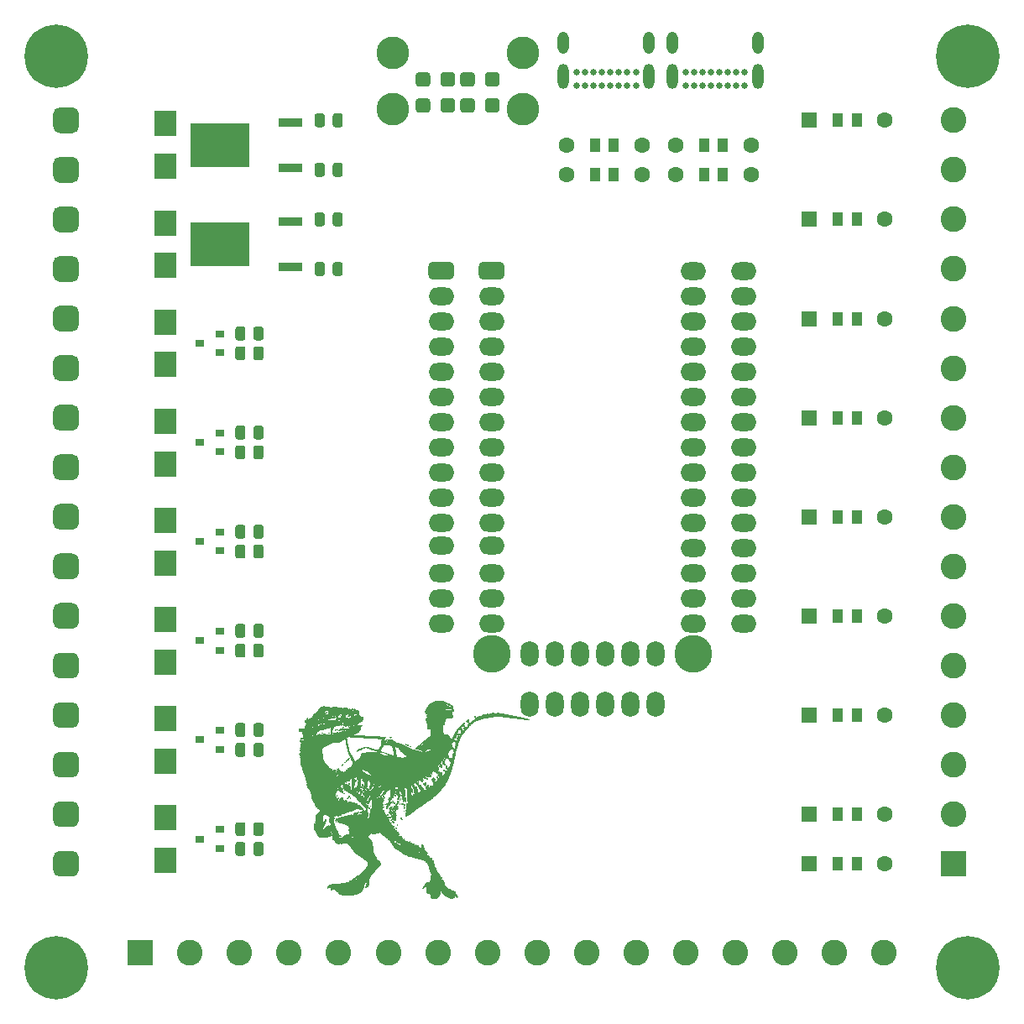
<source format=gbr>
%TF.GenerationSoftware,KiCad,Pcbnew,5.1.9-73d0e3b20d~88~ubuntu20.04.1*%
%TF.CreationDate,2021-09-25T00:34:52+05:30*%
%TF.ProjectId,veloce,76656c6f-6365-42e6-9b69-6361645f7063,rev?*%
%TF.SameCoordinates,Original*%
%TF.FileFunction,Soldermask,Top*%
%TF.FilePolarity,Negative*%
%FSLAX46Y46*%
G04 Gerber Fmt 4.6, Leading zero omitted, Abs format (unit mm)*
G04 Created by KiCad (PCBNEW 5.1.9-73d0e3b20d~88~ubuntu20.04.1) date 2021-09-25 00:34:52*
%MOMM*%
%LPD*%
G01*
G04 APERTURE LIST*
%ADD10C,0.010000*%
%ADD11C,2.600000*%
%ADD12R,2.600000X2.600000*%
%ADD13C,1.600000*%
%ADD14R,1.000000X1.450000*%
%ADD15R,2.489200X0.939800*%
%ADD16R,5.918200X4.368800*%
%ADD17R,1.600000X1.600000*%
%ADD18O,1.800000X2.600000*%
%ADD19O,2.600000X1.800000*%
%ADD20C,3.800000*%
%ADD21C,0.800000*%
%ADD22C,6.400000*%
%ADD23R,0.900000X0.800000*%
%ADD24C,0.650000*%
%ADD25O,1.108000X2.516000*%
%ADD26O,1.108000X2.216000*%
%ADD27C,3.300000*%
%ADD28R,2.300000X2.500000*%
G04 APERTURE END LIST*
D10*
%TO.C,G1*%
G36*
X183645378Y-124059708D02*
G01*
X183662464Y-124059961D01*
X183736114Y-124061173D01*
X183793914Y-124062408D01*
X183838154Y-124063852D01*
X183871126Y-124065690D01*
X183895123Y-124068110D01*
X183912434Y-124071296D01*
X183925353Y-124075435D01*
X183936170Y-124080712D01*
X183939143Y-124082425D01*
X183968758Y-124095556D01*
X184003786Y-124105422D01*
X184013771Y-124107162D01*
X184039970Y-124112216D01*
X184057727Y-124118190D01*
X184061443Y-124120949D01*
X184072652Y-124127145D01*
X184094981Y-124133356D01*
X184104350Y-124135146D01*
X184134724Y-124143250D01*
X184161352Y-124155094D01*
X184165535Y-124157766D01*
X184190559Y-124170377D01*
X184220513Y-124179357D01*
X184223131Y-124179837D01*
X184250871Y-124188371D01*
X184273271Y-124201497D01*
X184275292Y-124203363D01*
X184295354Y-124216754D01*
X184311940Y-124221000D01*
X184334141Y-124225120D01*
X184355029Y-124233329D01*
X184402686Y-124256900D01*
X184443814Y-124275634D01*
X184475432Y-124288259D01*
X184494560Y-124293499D01*
X184495959Y-124293572D01*
X184511921Y-124300385D01*
X184516266Y-124306740D01*
X184527611Y-124317919D01*
X184549210Y-124328784D01*
X184554535Y-124330652D01*
X184581737Y-124341272D01*
X184614062Y-124356413D01*
X184645387Y-124372923D01*
X184669592Y-124387653D01*
X184678011Y-124394193D01*
X184693934Y-124401385D01*
X184702957Y-124402429D01*
X184721797Y-124408532D01*
X184735516Y-124418659D01*
X184759146Y-124436706D01*
X184792392Y-124455667D01*
X184827439Y-124471421D01*
X184848554Y-124478259D01*
X184866590Y-124485622D01*
X184873500Y-124493779D01*
X184880950Y-124503389D01*
X184899252Y-124514842D01*
X184902982Y-124516624D01*
X184928664Y-124529687D01*
X184959716Y-124547225D01*
X184973286Y-124555419D01*
X185014107Y-124580732D01*
X185013991Y-124663527D01*
X185013479Y-124703741D01*
X185011498Y-124730170D01*
X185007176Y-124747161D01*
X184999640Y-124759063D01*
X184993580Y-124765229D01*
X184978182Y-124788722D01*
X184973708Y-124815959D01*
X184980715Y-124839858D01*
X184987136Y-124847131D01*
X185006766Y-124868457D01*
X185027987Y-124898961D01*
X185046766Y-124931972D01*
X185059068Y-124960822D01*
X185061272Y-124969700D01*
X185059886Y-125002239D01*
X185052049Y-125025156D01*
X185029872Y-125056341D01*
X184996407Y-125089799D01*
X184957093Y-125120775D01*
X184917367Y-125144516D01*
X184913311Y-125146433D01*
X184884259Y-125162521D01*
X184860065Y-125180648D01*
X184851688Y-125189476D01*
X184840689Y-125206584D01*
X184840723Y-125220266D01*
X184849539Y-125237271D01*
X184860219Y-125261012D01*
X184864429Y-125281038D01*
X184871208Y-125300268D01*
X184879616Y-125308098D01*
X184892048Y-125322559D01*
X184903335Y-125348660D01*
X184912704Y-125381876D01*
X184919382Y-125417684D01*
X184922593Y-125451559D01*
X184921566Y-125478976D01*
X184915524Y-125495413D01*
X184912054Y-125497744D01*
X184901993Y-125494310D01*
X184900714Y-125488918D01*
X184894593Y-125475072D01*
X184879327Y-125456055D01*
X184873500Y-125450179D01*
X184856414Y-125431466D01*
X184846954Y-125416552D01*
X184846286Y-125413602D01*
X184838233Y-125394303D01*
X184816748Y-125381940D01*
X184785846Y-125378466D01*
X184775898Y-125379372D01*
X184749714Y-125386986D01*
X184738741Y-125401272D01*
X184743053Y-125422979D01*
X184762724Y-125452857D01*
X184785838Y-125479212D01*
X184822464Y-125510445D01*
X184856746Y-125523730D01*
X184888768Y-125519101D01*
X184889609Y-125518725D01*
X184906380Y-125512974D01*
X184919284Y-125516409D01*
X184935161Y-125531383D01*
X184939093Y-125535742D01*
X184960162Y-125571439D01*
X184965285Y-125610881D01*
X184955389Y-125651148D01*
X184931400Y-125689319D01*
X184894246Y-125722473D01*
X184876349Y-125733433D01*
X184863673Y-125740195D01*
X184851640Y-125745592D01*
X184838044Y-125749833D01*
X184820685Y-125753126D01*
X184797357Y-125755681D01*
X184765859Y-125757706D01*
X184723986Y-125759411D01*
X184669535Y-125761005D01*
X184600304Y-125762697D01*
X184557405Y-125763692D01*
X184475721Y-125765741D01*
X184410463Y-125767783D01*
X184359913Y-125769932D01*
X184322357Y-125772301D01*
X184296076Y-125775006D01*
X184279355Y-125778159D01*
X184270477Y-125781874D01*
X184269382Y-125782802D01*
X184257807Y-125800838D01*
X184244926Y-125830330D01*
X184232931Y-125864930D01*
X184224013Y-125898292D01*
X184220363Y-125924068D01*
X184220357Y-125924814D01*
X184214404Y-125951494D01*
X184203471Y-125970338D01*
X184192215Y-125991530D01*
X184183364Y-126023180D01*
X184180650Y-126040298D01*
X184175086Y-126072408D01*
X184167293Y-126099718D01*
X184162269Y-126110662D01*
X184152443Y-126132858D01*
X184144419Y-126161667D01*
X184143491Y-126166508D01*
X184135558Y-126197863D01*
X184124590Y-126226686D01*
X184123287Y-126229307D01*
X184117221Y-126245362D01*
X184113536Y-126267448D01*
X184111980Y-126299035D01*
X184112300Y-126343591D01*
X184113034Y-126370227D01*
X184114150Y-126411578D01*
X184114635Y-126443777D01*
X184114477Y-126464003D01*
X184113664Y-126469439D01*
X184113442Y-126468601D01*
X184102812Y-126455917D01*
X184090454Y-126454025D01*
X184070388Y-126453780D01*
X184061607Y-126452406D01*
X184040082Y-126454547D01*
X184014870Y-126469994D01*
X183989178Y-126495272D01*
X183966214Y-126526904D01*
X183949182Y-126561414D01*
X183943483Y-126580464D01*
X183941825Y-126601156D01*
X183942038Y-126636811D01*
X183943871Y-126684373D01*
X183947069Y-126740787D01*
X183951380Y-126802998D01*
X183956551Y-126867949D01*
X183962330Y-126932587D01*
X183968463Y-126993854D01*
X183974698Y-127048697D01*
X183980782Y-127094059D01*
X183986462Y-127126886D01*
X183989774Y-127139924D01*
X183997108Y-127167924D01*
X183996222Y-127186477D01*
X183991807Y-127195884D01*
X183987683Y-127216200D01*
X183997800Y-127233361D01*
X184018436Y-127241656D01*
X184021724Y-127241786D01*
X184038261Y-127248747D01*
X184045300Y-127265862D01*
X184042248Y-127287479D01*
X184028637Y-127307831D01*
X184011093Y-127328000D01*
X183994774Y-127352685D01*
X183982427Y-127376776D01*
X183976801Y-127395167D01*
X183978124Y-127401719D01*
X183992092Y-127406167D01*
X184024145Y-127409680D01*
X184074248Y-127412256D01*
X184142368Y-127413895D01*
X184203427Y-127414497D01*
X184249604Y-127415021D01*
X184282825Y-127416662D01*
X184308276Y-127420393D01*
X184331142Y-127427186D01*
X184356611Y-127438013D01*
X184374882Y-127446652D01*
X184406875Y-127461004D01*
X184433086Y-127470963D01*
X184448921Y-127474835D01*
X184450777Y-127474634D01*
X184470739Y-127476457D01*
X184491986Y-127493814D01*
X184509987Y-127521036D01*
X184525460Y-127544225D01*
X184549523Y-127573266D01*
X184577110Y-127602065D01*
X184578517Y-127603415D01*
X184605346Y-127631350D01*
X184621859Y-127653571D01*
X184626103Y-127666915D01*
X184628910Y-127691073D01*
X184645541Y-127724770D01*
X184675289Y-127766684D01*
X184687396Y-127781536D01*
X184734163Y-127843997D01*
X184766298Y-127903533D01*
X184785835Y-127964389D01*
X184791918Y-127999732D01*
X184796500Y-128033318D01*
X184800624Y-128059095D01*
X184803543Y-128072495D01*
X184803973Y-128073354D01*
X184812394Y-128071196D01*
X184824556Y-128055218D01*
X184838455Y-128028806D01*
X184852089Y-127995350D01*
X184854908Y-127987218D01*
X184870418Y-127947353D01*
X184888383Y-127910961D01*
X184906598Y-127881699D01*
X184922858Y-127863222D01*
X184932447Y-127858643D01*
X184947041Y-127853416D01*
X184965874Y-127841142D01*
X184987000Y-127829534D01*
X185013001Y-127827396D01*
X185026691Y-127828813D01*
X185056466Y-127836642D01*
X185076360Y-127852831D01*
X185089062Y-127880764D01*
X185096221Y-127916324D01*
X185105430Y-127951884D01*
X185120602Y-127986979D01*
X185125917Y-127995949D01*
X185149193Y-128031500D01*
X185199579Y-128025929D01*
X185241592Y-128024641D01*
X185274355Y-128030254D01*
X185277179Y-128031306D01*
X185309854Y-128039401D01*
X185351665Y-128043103D01*
X185394794Y-128042314D01*
X185431425Y-128036937D01*
X185442732Y-128033390D01*
X185466171Y-128018600D01*
X185472214Y-128003417D01*
X185478473Y-127987664D01*
X185494696Y-127965532D01*
X185512299Y-127946842D01*
X185552384Y-127908536D01*
X185557964Y-127829312D01*
X185560154Y-127787787D01*
X185559449Y-127759737D01*
X185555454Y-127740667D01*
X185549065Y-127727988D01*
X185539289Y-127706195D01*
X185537417Y-127689283D01*
X185535129Y-127677043D01*
X185520127Y-127671030D01*
X185510768Y-127669836D01*
X185490327Y-127665732D01*
X185482398Y-127655150D01*
X185481286Y-127640069D01*
X185485658Y-127617530D01*
X185500155Y-127607579D01*
X185526852Y-127609215D01*
X185538965Y-127612202D01*
X185568404Y-127616249D01*
X185602432Y-127611637D01*
X185619165Y-127607235D01*
X185658364Y-127593745D01*
X185682632Y-127578623D01*
X185695118Y-127558714D01*
X185698969Y-127530860D01*
X185699000Y-127527188D01*
X185696442Y-127502022D01*
X185686972Y-127487471D01*
X185667900Y-127482524D01*
X185636533Y-127486173D01*
X185607559Y-127492856D01*
X185553340Y-127506616D01*
X185521065Y-127480790D01*
X185489068Y-127455681D01*
X185466486Y-127440870D01*
X185448615Y-127435258D01*
X185430753Y-127437747D01*
X185408195Y-127447239D01*
X185398154Y-127452093D01*
X185369352Y-127465728D01*
X185345563Y-127476312D01*
X185334988Y-127480473D01*
X185327624Y-127486371D01*
X185322527Y-127500519D01*
X185319022Y-127526138D01*
X185316435Y-127566452D01*
X185316271Y-127569913D01*
X185313604Y-127612568D01*
X185309324Y-127643277D01*
X185301903Y-127668238D01*
X185289810Y-127693648D01*
X185282512Y-127706748D01*
X185263087Y-127737587D01*
X185244565Y-127756168D01*
X185222144Y-127764476D01*
X185191022Y-127764492D01*
X185154624Y-127759545D01*
X185115860Y-127755029D01*
X185092655Y-127756360D01*
X185087403Y-127759040D01*
X185069465Y-127766628D01*
X185045045Y-127766831D01*
X185024097Y-127759947D01*
X185020457Y-127757043D01*
X185009588Y-127733822D01*
X185011476Y-127700540D01*
X185025671Y-127659575D01*
X185046026Y-127622162D01*
X185066459Y-127588563D01*
X185085147Y-127556296D01*
X185098082Y-127532284D01*
X185098187Y-127532072D01*
X185111190Y-127509600D01*
X185123279Y-127494581D01*
X185125232Y-127493067D01*
X185134299Y-127479009D01*
X185136572Y-127465232D01*
X185144940Y-127412893D01*
X185168880Y-127358946D01*
X185206642Y-127307183D01*
X185212340Y-127300955D01*
X185238464Y-127271351D01*
X185252734Y-127250074D01*
X185253895Y-127245816D01*
X185362228Y-127245816D01*
X185367505Y-127259481D01*
X185377238Y-127274802D01*
X185390921Y-127296442D01*
X185398848Y-127311841D01*
X185399643Y-127314871D01*
X185403488Y-127331100D01*
X185413018Y-127354095D01*
X185425226Y-127377994D01*
X185437105Y-127396935D01*
X185445648Y-127405055D01*
X185445905Y-127405072D01*
X185458840Y-127398935D01*
X185476029Y-127384000D01*
X185477545Y-127382393D01*
X185505867Y-127364569D01*
X185543649Y-127359588D01*
X185587273Y-127367712D01*
X185602250Y-127373279D01*
X185622281Y-127380625D01*
X185637300Y-127380992D01*
X185654454Y-127373110D01*
X185673661Y-127360589D01*
X185725779Y-127336025D01*
X185763659Y-127327974D01*
X185814711Y-127321615D01*
X185819887Y-127283857D01*
X185819925Y-127229699D01*
X185806804Y-127177430D01*
X185798997Y-127160537D01*
X185792309Y-127142915D01*
X185798424Y-127130251D01*
X185806650Y-127123011D01*
X185820932Y-127109096D01*
X185826000Y-127100157D01*
X185831798Y-127089807D01*
X185846396Y-127072197D01*
X185853966Y-127064117D01*
X185867506Y-127050116D01*
X185874186Y-127039906D01*
X185872424Y-127030290D01*
X185860638Y-127018068D01*
X185837245Y-127000044D01*
X185813649Y-126982656D01*
X185787549Y-126964462D01*
X185768146Y-126955559D01*
X185748087Y-126953765D01*
X185724671Y-126956248D01*
X185693214Y-126958642D01*
X185673338Y-126954583D01*
X185664450Y-126948594D01*
X185640915Y-126938858D01*
X185609551Y-126942156D01*
X185573791Y-126957296D01*
X185537066Y-126983087D01*
X185520384Y-126998614D01*
X185476750Y-127042920D01*
X185476038Y-127108335D01*
X185474826Y-127142762D01*
X185472318Y-127171170D01*
X185469046Y-127187627D01*
X185468894Y-127187983D01*
X185457093Y-127200001D01*
X185434523Y-127214737D01*
X185407507Y-127228823D01*
X185382365Y-127238890D01*
X185367924Y-127241786D01*
X185362228Y-127245816D01*
X185253895Y-127245816D01*
X185257182Y-127233773D01*
X185256650Y-127227811D01*
X185259815Y-127202087D01*
X185276294Y-127168588D01*
X185304548Y-127129952D01*
X185330400Y-127101376D01*
X185352965Y-127075343D01*
X185371313Y-127049141D01*
X185377749Y-127036957D01*
X185390266Y-127013715D01*
X185403710Y-126997246D01*
X185414850Y-126984962D01*
X185433167Y-126961594D01*
X185455648Y-126931068D01*
X185469296Y-126911790D01*
X185495175Y-126875782D01*
X185521013Y-126841658D01*
X185542703Y-126814776D01*
X185550121Y-126806357D01*
X185604672Y-126748769D01*
X185651958Y-126701466D01*
X185690490Y-126665900D01*
X185711493Y-126648741D01*
X185735768Y-126625991D01*
X185754857Y-126600325D01*
X185758957Y-126592204D01*
X185776344Y-126566257D01*
X185794306Y-126556069D01*
X185811292Y-126547908D01*
X185816929Y-126538972D01*
X185823920Y-126527519D01*
X185841598Y-126511740D01*
X185851932Y-126504390D01*
X185875130Y-126486511D01*
X185904719Y-126460241D01*
X185934985Y-126430703D01*
X185940378Y-126425104D01*
X185968755Y-126397367D01*
X185996376Y-126373831D01*
X186018254Y-126358667D01*
X186022314Y-126356640D01*
X186047724Y-126341804D01*
X186073911Y-126321015D01*
X186078313Y-126316792D01*
X186097517Y-126299761D01*
X186112616Y-126290107D01*
X186115873Y-126289286D01*
X186127943Y-126296473D01*
X186131954Y-126312581D01*
X186125914Y-126329434D01*
X186125718Y-126329673D01*
X186118337Y-126347996D01*
X186116921Y-126368111D01*
X186115362Y-126400148D01*
X186106544Y-126423608D01*
X186092230Y-126434211D01*
X186089595Y-126434429D01*
X186073087Y-126440664D01*
X186054036Y-126455804D01*
X186052786Y-126457107D01*
X186036629Y-126472427D01*
X186025494Y-126479693D01*
X186024804Y-126479786D01*
X186010927Y-126484932D01*
X185990353Y-126497619D01*
X185968630Y-126513723D01*
X185951309Y-126529118D01*
X185943938Y-126539679D01*
X185943929Y-126539911D01*
X185950947Y-126553801D01*
X185958073Y-126559372D01*
X185967289Y-126572389D01*
X185964050Y-126589502D01*
X185951452Y-126605457D01*
X185932592Y-126615002D01*
X185924785Y-126615857D01*
X185901285Y-126621608D01*
X185871285Y-126636231D01*
X185841130Y-126655785D01*
X185817162Y-126676326D01*
X185807777Y-126688579D01*
X185804013Y-126713226D01*
X185808509Y-126727058D01*
X185812113Y-126738740D01*
X185809854Y-126750441D01*
X185799686Y-126765690D01*
X185779564Y-126788016D01*
X185763625Y-126804474D01*
X185727792Y-126842641D01*
X185704576Y-126871339D01*
X185692521Y-126892552D01*
X185689929Y-126904891D01*
X185698049Y-126909206D01*
X185719255Y-126910430D01*
X185748816Y-126908898D01*
X185782001Y-126904940D01*
X185814078Y-126898890D01*
X185828231Y-126895181D01*
X185854204Y-126890766D01*
X185873927Y-126896709D01*
X185889877Y-126915220D01*
X185904533Y-126948503D01*
X185911511Y-126969347D01*
X185928987Y-127024588D01*
X186007869Y-127021237D01*
X186047476Y-127018979D01*
X186073846Y-127015427D01*
X186091883Y-127009312D01*
X186106494Y-126999366D01*
X186112240Y-126994252D01*
X186137728Y-126970618D01*
X186122471Y-126899620D01*
X186111803Y-126841685D01*
X186108022Y-126796675D01*
X186111121Y-126760735D01*
X186121090Y-126730010D01*
X186122102Y-126727834D01*
X186131413Y-126701966D01*
X186130775Y-126677965D01*
X186126638Y-126661910D01*
X186119841Y-126634889D01*
X186116393Y-126612690D01*
X186116286Y-126609816D01*
X186111065Y-126587200D01*
X186097858Y-126577783D01*
X186080353Y-126583903D01*
X186078254Y-126585688D01*
X186062087Y-126595271D01*
X186053763Y-126590728D01*
X186055916Y-126575427D01*
X186068343Y-126563937D01*
X186079910Y-126561429D01*
X186098355Y-126553390D01*
X186108638Y-126539249D01*
X186120198Y-126521001D01*
X186130119Y-126512704D01*
X186139814Y-126517684D01*
X186151083Y-126536090D01*
X186162310Y-126563489D01*
X186171881Y-126595446D01*
X186178181Y-126627529D01*
X186179786Y-126649026D01*
X186180691Y-126673809D01*
X186184730Y-126684493D01*
X186193884Y-126685083D01*
X186197165Y-126684135D01*
X186213655Y-126683268D01*
X186219816Y-126687148D01*
X186231032Y-126693976D01*
X186253950Y-126702105D01*
X186270910Y-126706670D01*
X186299558Y-126712505D01*
X186317028Y-126712421D01*
X186329390Y-126706128D01*
X186332170Y-126703752D01*
X186352891Y-126690580D01*
X186376041Y-126683218D01*
X186394913Y-126683220D01*
X186401582Y-126687694D01*
X186411087Y-126696303D01*
X186424735Y-126693470D01*
X186446190Y-126678214D01*
X186450566Y-126674576D01*
X186470461Y-126651590D01*
X186483235Y-126625557D01*
X186484021Y-126622416D01*
X186493035Y-126596251D01*
X186505074Y-126576379D01*
X186513916Y-126559141D01*
X186519528Y-126529602D01*
X186522434Y-126485665D01*
X186532078Y-126401785D01*
X186548800Y-126334008D01*
X186572646Y-126256265D01*
X186605789Y-126265111D01*
X186627973Y-126269155D01*
X186647299Y-126266263D01*
X186671371Y-126254836D01*
X186680968Y-126249322D01*
X186716186Y-126232485D01*
X186750863Y-126226094D01*
X186771163Y-126225860D01*
X186831063Y-126224825D01*
X186875578Y-126218073D01*
X186906695Y-126205116D01*
X186924498Y-126188299D01*
X186935791Y-126166421D01*
X186938594Y-126147809D01*
X186938267Y-126146417D01*
X186936827Y-126126823D01*
X186939826Y-126101047D01*
X186940120Y-126099630D01*
X186947957Y-126077657D01*
X186963436Y-126064192D01*
X186982205Y-126056438D01*
X187008755Y-126045250D01*
X187029602Y-126033092D01*
X187032613Y-126030648D01*
X187055588Y-126018929D01*
X187080751Y-126018646D01*
X187100782Y-126029332D01*
X187105072Y-126035286D01*
X187122979Y-126050451D01*
X187141677Y-126053429D01*
X187157871Y-126052329D01*
X187165769Y-126045840D01*
X187168344Y-126029175D01*
X187168572Y-126010139D01*
X187171753Y-125976384D01*
X187183674Y-125949684D01*
X187194394Y-125935299D01*
X187221471Y-125898921D01*
X187235146Y-125871818D01*
X187236328Y-125852115D01*
X187235680Y-125850176D01*
X187237767Y-125833312D01*
X187251393Y-125813907D01*
X187271436Y-125796595D01*
X187292771Y-125786013D01*
X187307196Y-125785466D01*
X187336063Y-125793133D01*
X187370275Y-125800571D01*
X187404836Y-125806914D01*
X187434745Y-125811293D01*
X187455004Y-125812843D01*
X187460445Y-125812055D01*
X187463902Y-125801000D01*
X187464427Y-125777502D01*
X187462593Y-125753376D01*
X187460217Y-125714576D01*
X187465358Y-125690303D01*
X187480459Y-125677665D01*
X187507960Y-125673771D01*
X187529363Y-125674315D01*
X187567137Y-125672948D01*
X187588778Y-125663673D01*
X187594663Y-125646106D01*
X187585166Y-125619865D01*
X187584307Y-125618342D01*
X187574971Y-125598972D01*
X187575910Y-125587582D01*
X187581888Y-125581244D01*
X187594458Y-125576344D01*
X187612377Y-125581748D01*
X187626215Y-125589310D01*
X187644687Y-125598187D01*
X187667163Y-125604164D01*
X187697934Y-125607941D01*
X187741290Y-125610221D01*
X187756984Y-125610706D01*
X187856164Y-125613464D01*
X187888605Y-125580130D01*
X187910531Y-125559751D01*
X187929944Y-125545277D01*
X187937148Y-125541669D01*
X187950526Y-125531067D01*
X187966632Y-125509781D01*
X187974922Y-125495629D01*
X187988432Y-125472340D01*
X187999287Y-125457521D01*
X188003156Y-125454714D01*
X188013543Y-125449517D01*
X188032522Y-125436311D01*
X188043965Y-125427500D01*
X188077549Y-125406314D01*
X188106712Y-125401652D01*
X188134968Y-125413724D01*
X188158087Y-125434312D01*
X188178015Y-125457013D01*
X188192489Y-125476838D01*
X188196356Y-125484197D01*
X188207689Y-125498066D01*
X188222532Y-125498654D01*
X188235517Y-125488502D01*
X188241276Y-125470149D01*
X188240754Y-125463185D01*
X188245811Y-125443418D01*
X188267989Y-125428589D01*
X188306900Y-125418897D01*
X188333943Y-125415927D01*
X188368993Y-125412378D01*
X188391300Y-125407021D01*
X188406264Y-125397954D01*
X188416516Y-125386827D01*
X188430801Y-125372575D01*
X188449083Y-125364039D01*
X188477225Y-125358957D01*
X188493039Y-125357341D01*
X188526031Y-125355261D01*
X188545956Y-125356961D01*
X188557634Y-125363161D01*
X188561448Y-125367565D01*
X188583465Y-125384682D01*
X188615246Y-125388401D01*
X188657592Y-125378672D01*
X188704478Y-125358827D01*
X188739118Y-125342343D01*
X188762988Y-125332951D01*
X188781490Y-125329529D01*
X188800030Y-125330953D01*
X188819177Y-125334977D01*
X188851446Y-125339174D01*
X188882061Y-125337801D01*
X188906088Y-125331689D01*
X188918591Y-125321673D01*
X188919357Y-125318075D01*
X188928154Y-125305931D01*
X188953471Y-125295052D01*
X188993702Y-125285986D01*
X189027558Y-125281270D01*
X189063802Y-125277767D01*
X189086379Y-125277584D01*
X189099519Y-125281062D01*
X189106824Y-125287674D01*
X189115470Y-125293950D01*
X189132575Y-125298819D01*
X189160783Y-125302684D01*
X189202735Y-125305953D01*
X189239469Y-125307990D01*
X189321039Y-125310438D01*
X189384956Y-125308720D01*
X189431226Y-125302836D01*
X189459856Y-125292785D01*
X189467868Y-125285785D01*
X189485093Y-125276522D01*
X189515442Y-125274596D01*
X189555715Y-125279424D01*
X189602712Y-125290427D01*
X189653230Y-125307025D01*
X189704036Y-125328619D01*
X189724296Y-125337956D01*
X189742585Y-125344852D01*
X189762247Y-125349775D01*
X189786629Y-125353193D01*
X189819075Y-125355573D01*
X189862933Y-125357382D01*
X189921546Y-125359089D01*
X189922293Y-125359109D01*
X189988452Y-125361333D01*
X190039895Y-125364212D01*
X190080043Y-125368091D01*
X190112320Y-125373317D01*
X190140149Y-125380234D01*
X190144543Y-125381559D01*
X190196750Y-125394732D01*
X190260432Y-125406292D01*
X190328931Y-125415284D01*
X190395591Y-125420753D01*
X190425215Y-125421850D01*
X190467383Y-125425051D01*
X190498916Y-125433875D01*
X190517000Y-125443375D01*
X190559902Y-125460584D01*
X190589571Y-125464107D01*
X190620145Y-125467306D01*
X190646814Y-125474859D01*
X190652000Y-125477393D01*
X190675391Y-125484974D01*
X190711166Y-125489629D01*
X190738800Y-125490679D01*
X190780238Y-125493039D01*
X190822624Y-125498837D01*
X190850835Y-125505229D01*
X190879768Y-125512351D01*
X190902706Y-125515387D01*
X190911313Y-125514636D01*
X190926238Y-125514640D01*
X190952028Y-125519594D01*
X190976172Y-125526328D01*
X191015458Y-125537040D01*
X191057479Y-125545991D01*
X191077508Y-125549172D01*
X191111041Y-125555433D01*
X191141404Y-125564273D01*
X191153032Y-125569195D01*
X191177949Y-125578965D01*
X191210776Y-125588048D01*
X191226453Y-125591287D01*
X191291936Y-125603455D01*
X191341304Y-125613732D01*
X191376431Y-125622583D01*
X191399191Y-125630472D01*
X191410372Y-125636898D01*
X191430089Y-125644795D01*
X191466642Y-125649452D01*
X191503839Y-125650852D01*
X191545842Y-125652566D01*
X191586435Y-125656105D01*
X191618020Y-125660770D01*
X191622643Y-125661790D01*
X191657858Y-125670051D01*
X191696867Y-125678890D01*
X191708822Y-125681525D01*
X191793808Y-125700337D01*
X191866619Y-125716998D01*
X191926018Y-125731209D01*
X191970766Y-125742668D01*
X191999623Y-125751073D01*
X192008179Y-125754244D01*
X192024249Y-125759723D01*
X192053393Y-125768167D01*
X192091049Y-125778296D01*
X192121572Y-125786087D01*
X192167322Y-125797534D01*
X192212600Y-125808918D01*
X192250790Y-125818573D01*
X192267310Y-125822782D01*
X192299411Y-125830076D01*
X192327530Y-125834895D01*
X192339881Y-125835998D01*
X192360420Y-125840110D01*
X192388992Y-125850330D01*
X192407322Y-125858594D01*
X192452210Y-125875075D01*
X192493954Y-125880989D01*
X192520724Y-125882596D01*
X192539857Y-125886550D01*
X192543847Y-125888644D01*
X192556800Y-125895913D01*
X192580563Y-125906267D01*
X192597820Y-125912938D01*
X192643175Y-125929660D01*
X192615963Y-125937500D01*
X192590216Y-125941223D01*
X192557254Y-125941185D01*
X192522981Y-125938008D01*
X192493299Y-125932314D01*
X192474110Y-125924725D01*
X192471348Y-125922256D01*
X192460038Y-125916914D01*
X192434392Y-125912020D01*
X192393310Y-125907436D01*
X192335695Y-125903022D01*
X192303000Y-125900991D01*
X192249319Y-125897374D01*
X192200344Y-125893206D01*
X192159629Y-125888858D01*
X192130729Y-125884698D01*
X192118713Y-125881838D01*
X192097181Y-125877025D01*
X192064265Y-125873519D01*
X192026712Y-125872014D01*
X192022945Y-125872000D01*
X191985574Y-125870134D01*
X191937030Y-125865064D01*
X191883838Y-125857585D01*
X191836716Y-125849322D01*
X191780900Y-125839696D01*
X191724590Y-125832206D01*
X191674493Y-125827654D01*
X191646675Y-125826643D01*
X191607108Y-125825397D01*
X191570464Y-125822106D01*
X191543789Y-125817436D01*
X191540940Y-125816613D01*
X191508839Y-125808807D01*
X191463794Y-125800944D01*
X191410991Y-125793663D01*
X191355617Y-125787606D01*
X191302859Y-125783410D01*
X191258109Y-125781719D01*
X191220565Y-125780245D01*
X191186971Y-125776770D01*
X191164124Y-125772018D01*
X191162859Y-125771565D01*
X191143839Y-125767050D01*
X191111385Y-125762101D01*
X191070176Y-125757341D01*
X191028464Y-125753658D01*
X190975224Y-125748964D01*
X190918558Y-125742843D01*
X190866511Y-125736213D01*
X190837964Y-125731899D01*
X190789619Y-125724947D01*
X190733331Y-125718471D01*
X190679288Y-125713609D01*
X190665607Y-125712670D01*
X190623620Y-125709064D01*
X190585654Y-125704042D01*
X190557241Y-125698417D01*
X190547679Y-125695357D01*
X190528387Y-125690098D01*
X190495469Y-125684200D01*
X190453394Y-125678354D01*
X190406630Y-125673253D01*
X190402536Y-125672871D01*
X190351529Y-125667839D01*
X190300870Y-125662239D01*
X190256557Y-125656768D01*
X190225643Y-125652300D01*
X190176527Y-125645013D01*
X190118366Y-125637969D01*
X190049739Y-125631049D01*
X189969228Y-125624135D01*
X189875414Y-125617108D01*
X189766878Y-125609851D01*
X189642201Y-125602244D01*
X189586741Y-125599034D01*
X189516736Y-125595345D01*
X189462241Y-125593253D01*
X189420696Y-125592759D01*
X189389538Y-125593863D01*
X189366207Y-125596564D01*
X189354589Y-125599031D01*
X189338711Y-125602844D01*
X189321277Y-125606335D01*
X189299813Y-125609825D01*
X189271846Y-125613636D01*
X189234902Y-125618090D01*
X189186507Y-125623508D01*
X189124187Y-125630212D01*
X189073572Y-125635566D01*
X189021001Y-125641112D01*
X188962984Y-125647241D01*
X188909408Y-125652909D01*
X188892438Y-125654707D01*
X188850670Y-125659662D01*
X188812061Y-125665165D01*
X188782745Y-125670306D01*
X188774510Y-125672183D01*
X188696471Y-125691149D01*
X188627126Y-125704537D01*
X188558421Y-125713754D01*
X188511798Y-125718056D01*
X188405147Y-125727582D01*
X188314278Y-125738067D01*
X188236844Y-125749821D01*
X188170965Y-125763046D01*
X188129538Y-125772079D01*
X188088228Y-125780239D01*
X188055393Y-125785885D01*
X188053036Y-125786228D01*
X188023427Y-125793056D01*
X187999769Y-125803060D01*
X187992658Y-125808366D01*
X187974405Y-125819661D01*
X187947310Y-125828596D01*
X187938679Y-125830281D01*
X187912423Y-125835864D01*
X187893589Y-125842345D01*
X187890200Y-125844403D01*
X187878215Y-125850096D01*
X187852649Y-125859743D01*
X187817271Y-125871988D01*
X187776357Y-125885318D01*
X187733956Y-125898885D01*
X187696585Y-125911111D01*
X187668401Y-125920617D01*
X187653893Y-125925888D01*
X187633362Y-125933564D01*
X187602126Y-125944241D01*
X187564302Y-125956625D01*
X187524006Y-125969424D01*
X187485353Y-125981346D01*
X187452460Y-125991096D01*
X187429441Y-125997383D01*
X187420989Y-125999051D01*
X187393465Y-126003216D01*
X187362153Y-126013446D01*
X187335424Y-126026628D01*
X187324995Y-126034738D01*
X187307175Y-126047428D01*
X187279857Y-126060712D01*
X187264898Y-126066342D01*
X187243838Y-126073972D01*
X187225072Y-126082628D01*
X187205304Y-126094478D01*
X187181235Y-126111692D01*
X187149569Y-126136439D01*
X187111437Y-126167278D01*
X187078314Y-126192013D01*
X187044125Y-126213966D01*
X187015918Y-126228636D01*
X187014357Y-126229271D01*
X186975938Y-126247662D01*
X186951033Y-126266496D01*
X186941799Y-126284124D01*
X186941786Y-126284750D01*
X186933271Y-126301881D01*
X186909794Y-126318539D01*
X186874460Y-126332573D01*
X186871535Y-126333426D01*
X186837703Y-126348889D01*
X186820256Y-126369009D01*
X186809976Y-126383189D01*
X186789155Y-126407678D01*
X186760074Y-126439945D01*
X186725009Y-126477459D01*
X186687824Y-126516072D01*
X186649396Y-126556222D01*
X186615077Y-126593625D01*
X186587076Y-126625750D01*
X186567601Y-126650066D01*
X186558954Y-126663774D01*
X186541855Y-126687624D01*
X186520019Y-126701428D01*
X186494329Y-126718303D01*
X186473888Y-126741635D01*
X186473695Y-126741958D01*
X186461154Y-126760507D01*
X186451755Y-126769816D01*
X186450751Y-126770072D01*
X186442864Y-126777132D01*
X186429152Y-126795349D01*
X186417427Y-126813161D01*
X186394749Y-126845723D01*
X186368560Y-126878314D01*
X186357684Y-126890289D01*
X186339099Y-126911024D01*
X186327229Y-126926998D01*
X186324929Y-126932326D01*
X186318555Y-126943394D01*
X186301800Y-126962651D01*
X186278211Y-126986662D01*
X186251336Y-127011992D01*
X186224723Y-127035206D01*
X186201920Y-127052867D01*
X186197087Y-127056105D01*
X186172964Y-127076725D01*
X186154736Y-127101242D01*
X186152360Y-127106225D01*
X186138618Y-127132768D01*
X186123108Y-127154636D01*
X186101337Y-127179768D01*
X186077936Y-127208062D01*
X186055842Y-127235793D01*
X186037991Y-127259234D01*
X186027318Y-127274662D01*
X186025572Y-127278406D01*
X186019640Y-127286913D01*
X186003519Y-127305563D01*
X185979719Y-127331546D01*
X185952762Y-127359962D01*
X185923227Y-127391893D01*
X185898493Y-127421005D01*
X185881369Y-127443837D01*
X185874836Y-127455947D01*
X185866164Y-127473896D01*
X185858003Y-127480826D01*
X185849377Y-127491590D01*
X185840093Y-127514228D01*
X185835239Y-127531376D01*
X185827749Y-127557260D01*
X185820459Y-127573966D01*
X185816839Y-127577429D01*
X185811145Y-127585507D01*
X185802016Y-127607159D01*
X185790994Y-127638515D01*
X185785200Y-127656804D01*
X185772890Y-127695074D01*
X185760894Y-127729041D01*
X185751189Y-127753223D01*
X185748429Y-127758857D01*
X185737557Y-127779788D01*
X185722963Y-127809338D01*
X185713021Y-127830098D01*
X185693396Y-127867030D01*
X185669567Y-127905723D01*
X185658216Y-127922092D01*
X185635116Y-127960952D01*
X185619843Y-128001269D01*
X185617958Y-128009602D01*
X185608360Y-128043574D01*
X185590875Y-128089128D01*
X185567142Y-128142400D01*
X185538796Y-128199527D01*
X185531998Y-128212429D01*
X185522284Y-128236753D01*
X185514263Y-128266753D01*
X185513429Y-128271080D01*
X185505747Y-128301651D01*
X185495487Y-128329082D01*
X185494115Y-128331861D01*
X185484491Y-128360086D01*
X185481286Y-128384903D01*
X185478524Y-128408712D01*
X185471361Y-128441597D01*
X185463531Y-128469264D01*
X185451965Y-128506887D01*
X185440862Y-128544717D01*
X185434884Y-128566215D01*
X185425804Y-128595320D01*
X185416047Y-128619537D01*
X185412968Y-128625371D01*
X185404532Y-128646437D01*
X185397977Y-128674653D01*
X185397221Y-128679800D01*
X185391439Y-128714156D01*
X185383699Y-128749373D01*
X185382976Y-128752179D01*
X185375511Y-128781867D01*
X185369384Y-128808264D01*
X185368611Y-128811906D01*
X185360040Y-128833196D01*
X185344110Y-128859405D01*
X185336348Y-128869849D01*
X185318944Y-128895486D01*
X185310845Y-128920549D01*
X185308929Y-128952644D01*
X185306385Y-128987895D01*
X185297940Y-129010319D01*
X185292217Y-129017165D01*
X185284732Y-129027835D01*
X185278737Y-129045472D01*
X185273638Y-129073063D01*
X185268841Y-129113596D01*
X185265156Y-129153466D01*
X185259317Y-129212236D01*
X185253031Y-129254786D01*
X185245689Y-129283039D01*
X185236681Y-129298918D01*
X185225398Y-129304344D01*
X185217607Y-129303470D01*
X185208665Y-129303745D01*
X185202725Y-129312621D01*
X185198361Y-129333604D01*
X185195414Y-129357978D01*
X185192358Y-129397638D01*
X185191115Y-129437905D01*
X185191555Y-129460877D01*
X185193589Y-129519944D01*
X185192785Y-129567938D01*
X185189299Y-129602988D01*
X185183286Y-129623223D01*
X185177626Y-129627572D01*
X185162590Y-129636077D01*
X185148083Y-129659380D01*
X185135575Y-129694159D01*
X185126538Y-129737092D01*
X185125384Y-129745500D01*
X185119676Y-129789228D01*
X185113119Y-129837238D01*
X185109402Y-129863429D01*
X185104612Y-129899033D01*
X185098927Y-129945126D01*
X185093265Y-129994145D01*
X185090754Y-130017157D01*
X185083932Y-130069537D01*
X185076131Y-130106049D01*
X185066823Y-130128966D01*
X185063851Y-130133286D01*
X185053142Y-130154842D01*
X185044471Y-130186389D01*
X185041333Y-130206343D01*
X185034671Y-130248654D01*
X185022242Y-130306929D01*
X185003960Y-130381543D01*
X184979738Y-130472868D01*
X184977791Y-130479995D01*
X184970226Y-130510392D01*
X184965298Y-130535494D01*
X184964214Y-130545763D01*
X184958120Y-130564314D01*
X184947487Y-130578656D01*
X184935331Y-130600132D01*
X184926473Y-130634748D01*
X184924533Y-130648362D01*
X184919509Y-130679208D01*
X184913040Y-130703520D01*
X184908296Y-130713403D01*
X184901237Y-130729677D01*
X184895946Y-130755410D01*
X184895046Y-130763676D01*
X184889573Y-130797106D01*
X184877613Y-130842251D01*
X184858708Y-130900632D01*
X184832404Y-130973774D01*
X184831186Y-130977042D01*
X184820306Y-131008092D01*
X184812662Y-131033508D01*
X184810000Y-131047029D01*
X184806908Y-131064733D01*
X184798890Y-131093335D01*
X184787833Y-131126917D01*
X184775626Y-131159559D01*
X184769426Y-131174250D01*
X184759204Y-131200549D01*
X184748556Y-131232852D01*
X184745794Y-131242286D01*
X184736263Y-131270192D01*
X184725870Y-131292163D01*
X184722283Y-131297400D01*
X184715050Y-131313631D01*
X184708330Y-131341458D01*
X184704224Y-131369509D01*
X184698492Y-131406743D01*
X184689526Y-131431242D01*
X184676983Y-131446971D01*
X184662077Y-131464232D01*
X184655787Y-131478360D01*
X184655786Y-131478469D01*
X184650329Y-131494816D01*
X184643679Y-131504643D01*
X184636035Y-131520524D01*
X184627685Y-131548319D01*
X184620522Y-131581573D01*
X184609070Y-131633133D01*
X184593382Y-131674247D01*
X184570043Y-131712593D01*
X184551374Y-131736937D01*
X184527961Y-131774664D01*
X184509868Y-131820720D01*
X184507423Y-131829572D01*
X184494386Y-131870547D01*
X184476674Y-131914307D01*
X184465562Y-131937180D01*
X184451164Y-131966513D01*
X184441211Y-131991279D01*
X184438072Y-132004452D01*
X184431536Y-132023322D01*
X184424464Y-132031500D01*
X184412921Y-132045767D01*
X184410705Y-132053022D01*
X184406189Y-132067622D01*
X184393870Y-132094851D01*
X184375265Y-132131771D01*
X184351889Y-132175442D01*
X184325259Y-132222927D01*
X184305730Y-132256462D01*
X184272168Y-132314067D01*
X184247747Y-132358162D01*
X184231630Y-132390392D01*
X184222983Y-132412400D01*
X184220893Y-132423288D01*
X184214360Y-132439221D01*
X184196835Y-132465105D01*
X184170377Y-132498286D01*
X184137040Y-132536109D01*
X184116794Y-132557643D01*
X184095383Y-132582513D01*
X184070532Y-132615116D01*
X184051260Y-132642956D01*
X184026887Y-132680000D01*
X184007939Y-132707552D01*
X183990726Y-132730200D01*
X183971561Y-132752531D01*
X183946756Y-132779132D01*
X183916464Y-132810615D01*
X183887128Y-132841846D01*
X183862631Y-132869561D01*
X183845741Y-132890525D01*
X183839357Y-132900841D01*
X183830052Y-132919410D01*
X183819399Y-132934107D01*
X183806995Y-132948999D01*
X183786623Y-132973768D01*
X183761742Y-133004201D01*
X183748642Y-133020286D01*
X183715820Y-133059679D01*
X183677490Y-133104248D01*
X183640584Y-133145964D01*
X183631159Y-133156357D01*
X183599801Y-133191334D01*
X183568630Y-133227192D01*
X183542644Y-133258144D01*
X183534094Y-133268774D01*
X183509634Y-133297941D01*
X183478603Y-133332332D01*
X183447574Y-133364668D01*
X183446571Y-133365671D01*
X183417825Y-133393060D01*
X183395529Y-133409973D01*
X183374276Y-133419665D01*
X183348661Y-133425395D01*
X183346992Y-133425664D01*
X183321017Y-133430613D01*
X183304213Y-133438008D01*
X183291192Y-133452118D01*
X183276569Y-133477215D01*
X183272600Y-133484638D01*
X183245140Y-133528411D01*
X183210673Y-133571871D01*
X183173002Y-133611068D01*
X183135929Y-133642047D01*
X183103258Y-133660858D01*
X183102956Y-133660975D01*
X183050088Y-133690848D01*
X183006739Y-133734935D01*
X182981791Y-133776459D01*
X182959376Y-133812438D01*
X182932692Y-133837675D01*
X182930741Y-133838904D01*
X182912220Y-133851190D01*
X182882999Y-133871782D01*
X182846816Y-133897998D01*
X182807408Y-133927156D01*
X182799901Y-133932779D01*
X182743096Y-133973166D01*
X182693777Y-134003657D01*
X182653295Y-134023601D01*
X182623001Y-134032344D01*
X182604247Y-134029236D01*
X182602743Y-134027943D01*
X182589684Y-134019070D01*
X182585686Y-134018143D01*
X182579062Y-134024586D01*
X182579910Y-134037401D01*
X182587424Y-134046816D01*
X182588074Y-134047061D01*
X182589146Y-134054470D01*
X182578368Y-134069544D01*
X182558763Y-134089556D01*
X182533355Y-134111781D01*
X182505167Y-134133493D01*
X182477221Y-134151965D01*
X182463180Y-134159690D01*
X182429067Y-134178927D01*
X182389473Y-134204460D01*
X182352776Y-134230878D01*
X182351643Y-134231755D01*
X182316156Y-134257675D01*
X182278487Y-134282615D01*
X182246459Y-134301414D01*
X182244875Y-134302240D01*
X182213240Y-134321750D01*
X182177364Y-134348561D01*
X182146976Y-134375069D01*
X182112799Y-134404789D01*
X182075804Y-134431908D01*
X182040172Y-134453808D01*
X182010081Y-134467869D01*
X181992720Y-134471715D01*
X181980008Y-134478054D01*
X181959618Y-134494797D01*
X181935631Y-134518534D01*
X181931980Y-134522482D01*
X181906886Y-134548359D01*
X181884018Y-134569217D01*
X181867955Y-134580910D01*
X181866880Y-134581424D01*
X181845178Y-134592069D01*
X181834572Y-134598124D01*
X181819881Y-134605270D01*
X181793374Y-134616433D01*
X181760282Y-134629428D01*
X181753672Y-134631927D01*
X181712252Y-134650314D01*
X181669556Y-134673747D01*
X181636426Y-134695996D01*
X181609089Y-134715532D01*
X181585433Y-134729467D01*
X181570577Y-134734786D01*
X181570573Y-134734786D01*
X181553579Y-134741406D01*
X181538141Y-134755326D01*
X181513440Y-134781324D01*
X181480284Y-134810233D01*
X181444509Y-134837472D01*
X181411950Y-134858464D01*
X181397464Y-134865713D01*
X181372606Y-134878966D01*
X181354204Y-134893721D01*
X181352125Y-134896269D01*
X181336508Y-134912028D01*
X181326510Y-134917948D01*
X181314005Y-134925258D01*
X181290680Y-134941142D01*
X181260096Y-134963111D01*
X181232190Y-134983852D01*
X181184682Y-135018661D01*
X181148266Y-135042771D01*
X181120513Y-135057583D01*
X181098995Y-135064497D01*
X181090714Y-135065404D01*
X181080699Y-135072857D01*
X181076354Y-135095546D01*
X181076121Y-135101108D01*
X181071129Y-135130292D01*
X181060198Y-135144668D01*
X181043584Y-135156379D01*
X181022786Y-135173916D01*
X181020363Y-135176141D01*
X180995095Y-135196369D01*
X180968747Y-135213042D01*
X180968250Y-135213300D01*
X180945460Y-135228222D01*
X180929182Y-135244137D01*
X180913924Y-135257617D01*
X180903166Y-135260929D01*
X180887746Y-135266496D01*
X180866533Y-135280395D01*
X180859763Y-135285875D01*
X180815089Y-135323568D01*
X180780557Y-135351482D01*
X180752855Y-135372012D01*
X180728671Y-135387551D01*
X180704696Y-135400495D01*
X180694334Y-135405525D01*
X180661276Y-135422759D01*
X180630761Y-135441264D01*
X180614464Y-135453037D01*
X180591219Y-135469527D01*
X180559505Y-135488642D01*
X180535022Y-135501725D01*
X180505297Y-135519248D01*
X180468086Y-135544989D01*
X180429185Y-135574808D01*
X180408022Y-135592436D01*
X180360266Y-135632499D01*
X180324460Y-135659826D01*
X180300041Y-135674820D01*
X180288743Y-135678214D01*
X180281547Y-135670001D01*
X180273990Y-135648689D01*
X180267071Y-135619271D01*
X180261790Y-135586742D01*
X180259145Y-135556095D01*
X180259883Y-135533962D01*
X180262722Y-135507565D01*
X180265844Y-135468796D01*
X180268819Y-135423414D01*
X180270725Y-135387929D01*
X180274460Y-135332639D01*
X180280101Y-135292785D01*
X180288521Y-135265691D01*
X180300589Y-135248680D01*
X180317177Y-135239074D01*
X180319401Y-135238327D01*
X180334829Y-135226718D01*
X180336447Y-135210725D01*
X180324694Y-135197200D01*
X180316573Y-135194072D01*
X180296562Y-135180534D01*
X180279151Y-135152801D01*
X180266424Y-135129518D01*
X180253983Y-135114308D01*
X180250471Y-135112069D01*
X180241599Y-135099528D01*
X180238028Y-135072749D01*
X180238000Y-135069655D01*
X180239042Y-135046069D01*
X180243732Y-135036369D01*
X180254416Y-135036343D01*
X180256303Y-135036813D01*
X180278576Y-135035202D01*
X180293703Y-135017687D01*
X180300956Y-134985333D01*
X180301500Y-134970606D01*
X180302941Y-134942578D01*
X180308433Y-134927600D01*
X180319156Y-134920905D01*
X180333925Y-134907504D01*
X180341642Y-134881905D01*
X180342584Y-134848507D01*
X180337029Y-134811708D01*
X180325256Y-134775905D01*
X180308108Y-134746225D01*
X180303604Y-134728249D01*
X180306165Y-134700279D01*
X180314654Y-134668506D01*
X180327691Y-134639536D01*
X180340003Y-134614930D01*
X180353817Y-134582494D01*
X180358312Y-134570635D01*
X180541590Y-134570635D01*
X180552115Y-134590903D01*
X180572729Y-134597321D01*
X180577385Y-134596884D01*
X180589578Y-134591913D01*
X180595839Y-134578304D01*
X180598418Y-134553357D01*
X180598451Y-134511380D01*
X180593033Y-134485169D01*
X180581661Y-134473035D01*
X180574082Y-134471715D01*
X180562985Y-134473874D01*
X180555212Y-134482807D01*
X180548994Y-134502190D01*
X180542564Y-134535703D01*
X180542145Y-134538170D01*
X180541590Y-134570635D01*
X180358312Y-134570635D01*
X180360649Y-134564471D01*
X180370166Y-134535665D01*
X180373132Y-134515620D01*
X180369782Y-134496268D01*
X180363197Y-134477172D01*
X180354683Y-134439712D01*
X180360173Y-134412397D01*
X180379285Y-134396189D01*
X180396960Y-134392212D01*
X180439812Y-134387171D01*
X180468500Y-134380242D01*
X180486994Y-134370073D01*
X180497612Y-134357953D01*
X180506236Y-134341923D01*
X180506941Y-134326914D01*
X180499776Y-134304851D01*
X180497974Y-134300306D01*
X180488217Y-134269464D01*
X180479907Y-134232362D01*
X180477367Y-134216431D01*
X180470404Y-134182772D01*
X180459987Y-134152060D01*
X180454291Y-134140698D01*
X180446503Y-134120841D01*
X180694293Y-134120841D01*
X180696781Y-134130019D01*
X180708132Y-134140102D01*
X180728134Y-134145271D01*
X180750090Y-134145395D01*
X180767305Y-134140341D01*
X180773214Y-134131536D01*
X180767981Y-134119351D01*
X180757909Y-134120712D01*
X180752993Y-134128701D01*
X180745055Y-134131296D01*
X180729080Y-134119149D01*
X180728651Y-134118723D01*
X180710547Y-134106506D01*
X180697739Y-134107693D01*
X180694293Y-134120841D01*
X180446503Y-134120841D01*
X180444524Y-134115798D01*
X180438869Y-134083813D01*
X180437665Y-134051204D01*
X180441248Y-134024433D01*
X180447561Y-134011783D01*
X180453720Y-133993877D01*
X180449149Y-133967486D01*
X180435337Y-133937533D01*
X180417740Y-133913284D01*
X180416079Y-133911140D01*
X180666528Y-133911140D01*
X180667971Y-133937796D01*
X180683818Y-133963118D01*
X180692269Y-133972088D01*
X180714803Y-133992167D01*
X180731402Y-133998748D01*
X180747044Y-133992830D01*
X180756625Y-133984987D01*
X180766302Y-133971539D01*
X180771474Y-133950261D01*
X180773190Y-133916411D01*
X180773214Y-133910148D01*
X180773214Y-133850322D01*
X180733085Y-133848773D01*
X180707361Y-133849055D01*
X180692730Y-133854925D01*
X180682245Y-133870031D01*
X180678657Y-133877359D01*
X180666528Y-133911140D01*
X180416079Y-133911140D01*
X180400775Y-133891394D01*
X180394545Y-133872766D01*
X180396298Y-133848526D01*
X180396772Y-133845659D01*
X180398022Y-133809299D01*
X180392601Y-133766215D01*
X180382066Y-133724765D01*
X180368572Y-133694245D01*
X180361636Y-133679388D01*
X180363741Y-133671025D01*
X180531605Y-133671025D01*
X180534580Y-133676699D01*
X180549002Y-133682595D01*
X180561607Y-133677174D01*
X180564572Y-133668893D01*
X180557585Y-133656860D01*
X180551500Y-133655286D01*
X180536652Y-133660308D01*
X180531605Y-133671025D01*
X180363741Y-133671025D01*
X180364868Y-133666549D01*
X180378883Y-133649595D01*
X180395856Y-133626367D01*
X180403250Y-133609929D01*
X180510143Y-133609929D01*
X180513942Y-133624670D01*
X180519214Y-133628072D01*
X180526585Y-133620474D01*
X180527146Y-133616990D01*
X180547762Y-133616990D01*
X180559568Y-133634515D01*
X180562304Y-133636243D01*
X180578144Y-133639581D01*
X180591786Y-133628438D01*
X180609667Y-133613640D01*
X180622564Y-133608476D01*
X180642925Y-133599188D01*
X180652701Y-133579272D01*
X180652497Y-133546727D01*
X180648379Y-133522858D01*
X180641810Y-133494259D01*
X180636014Y-133473652D01*
X180633031Y-133466722D01*
X180622973Y-133466635D01*
X180611101Y-133479356D01*
X180600834Y-133500321D01*
X180596860Y-133515000D01*
X180586044Y-133543947D01*
X180568697Y-133568693D01*
X180550918Y-133593854D01*
X180547762Y-133616990D01*
X180527146Y-133616990D01*
X180528286Y-133609929D01*
X180524487Y-133595188D01*
X180519214Y-133591786D01*
X180511844Y-133599384D01*
X180510143Y-133609929D01*
X180403250Y-133609929D01*
X180406298Y-133603153D01*
X180406672Y-133601564D01*
X180412574Y-133577339D01*
X180420791Y-133547539D01*
X180422455Y-133541893D01*
X180428910Y-133494198D01*
X180426237Y-133455715D01*
X180423571Y-133423671D01*
X180422507Y-133380953D01*
X180423168Y-133334971D01*
X180423935Y-133317471D01*
X180425009Y-133273602D01*
X180424467Y-133218555D01*
X180422466Y-133159209D01*
X180419162Y-133102443D01*
X180418963Y-133099757D01*
X180414735Y-133047205D01*
X180410569Y-133008344D01*
X180405520Y-132978752D01*
X180398638Y-132954005D01*
X180388979Y-132929679D01*
X180377194Y-132904625D01*
X180356062Y-132865520D01*
X180339242Y-132843738D01*
X180329565Y-132838857D01*
X180314229Y-132832041D01*
X180296687Y-132815279D01*
X180293908Y-132811704D01*
X180263993Y-132778582D01*
X180236467Y-132763325D01*
X180211416Y-132765980D01*
X180210063Y-132766673D01*
X180196084Y-132771475D01*
X180179510Y-132769765D01*
X180155122Y-132760520D01*
X180137899Y-132752528D01*
X180104675Y-132738235D01*
X180078962Y-132732143D01*
X180052982Y-132732688D01*
X180044722Y-132733798D01*
X180017316Y-132740379D01*
X179996873Y-132749660D01*
X179992417Y-132753468D01*
X179987924Y-132763673D01*
X179993388Y-132775869D01*
X180010906Y-132794138D01*
X180015423Y-132798316D01*
X180035890Y-132818940D01*
X180044533Y-132834571D01*
X180044178Y-132850921D01*
X180043304Y-132854668D01*
X180034010Y-132896386D01*
X180031463Y-132926009D01*
X180036117Y-132948458D01*
X180048425Y-132968652D01*
X180054481Y-132975933D01*
X180080831Y-133008979D01*
X180098326Y-133039675D01*
X180108697Y-133073316D01*
X180113677Y-133115199D01*
X180114961Y-133160893D01*
X180118372Y-133232068D01*
X180128245Y-133293526D01*
X180134940Y-133319643D01*
X180148687Y-133369259D01*
X180157184Y-133406254D01*
X180160516Y-133435350D01*
X180158767Y-133461268D01*
X180152020Y-133488729D01*
X180140360Y-133522455D01*
X180138626Y-133527169D01*
X180124123Y-133565123D01*
X180109870Y-133600111D01*
X180098440Y-133625872D01*
X180096262Y-133630258D01*
X180088484Y-133653404D01*
X180082822Y-133685519D01*
X180079546Y-133721354D01*
X180078929Y-133755660D01*
X180081244Y-133783187D01*
X180086762Y-133798685D01*
X180087498Y-133799369D01*
X180101659Y-133804595D01*
X180127134Y-133809436D01*
X180145552Y-133811608D01*
X180174646Y-133815879D01*
X180196637Y-133822014D01*
X180203690Y-133825990D01*
X180208822Y-133840584D01*
X180211236Y-133868700D01*
X180210923Y-133897574D01*
X180209290Y-133935180D01*
X180207823Y-133970663D01*
X180206981Y-133992501D01*
X180200702Y-134022804D01*
X180186439Y-134046654D01*
X180167602Y-134059719D01*
X180153727Y-134060184D01*
X180134149Y-134063991D01*
X180112549Y-134081430D01*
X180083797Y-134104765D01*
X180056804Y-134113571D01*
X180034367Y-134107296D01*
X180025830Y-134098473D01*
X180018390Y-134089186D01*
X180013981Y-134089746D01*
X180011457Y-134102793D01*
X180009671Y-134130965D01*
X180009415Y-134136269D01*
X180005968Y-134171360D01*
X179999956Y-134192450D01*
X179995284Y-134197358D01*
X179989693Y-134194730D01*
X179986463Y-134180706D01*
X179985294Y-134152884D01*
X179985619Y-134119996D01*
X179985898Y-134079235D01*
X179984144Y-134051909D01*
X179979609Y-134033357D01*
X179971546Y-134018918D01*
X179968831Y-134015327D01*
X179948518Y-133978675D01*
X179935455Y-133933681D01*
X179931944Y-133889419D01*
X179933406Y-133875738D01*
X179937438Y-133846205D01*
X179969053Y-133846205D01*
X179969620Y-133851150D01*
X179979593Y-133857136D01*
X179999982Y-133872998D01*
X180009917Y-133884292D01*
X180028567Y-133901933D01*
X180041667Y-133909362D01*
X180060475Y-133916237D01*
X180071412Y-133916285D01*
X180082191Y-133910464D01*
X180090255Y-133895802D01*
X180091262Y-133872049D01*
X180088160Y-133852868D01*
X180080141Y-133843414D01*
X180061853Y-133839500D01*
X180048228Y-133838386D01*
X180017457Y-133837904D01*
X179990388Y-133840242D01*
X179984856Y-133841363D01*
X179969053Y-133846205D01*
X179937438Y-133846205D01*
X179938713Y-133836875D01*
X179938163Y-133810357D01*
X179931134Y-133791157D01*
X179921459Y-133778771D01*
X179909117Y-133758647D01*
X179897622Y-133728439D01*
X179891911Y-133706079D01*
X179884315Y-133677116D01*
X179875499Y-133656159D01*
X179869189Y-133648951D01*
X179858554Y-133636992D01*
X179857000Y-133628915D01*
X179852451Y-133610528D01*
X179848677Y-133604939D01*
X179845443Y-133591575D01*
X179845244Y-133563332D01*
X179848071Y-133523220D01*
X179848931Y-133514679D01*
X179853245Y-133464575D01*
X179853615Y-133429506D01*
X179849635Y-133406713D01*
X179840898Y-133393437D01*
X179830229Y-133387819D01*
X179813663Y-133375403D01*
X179804654Y-133355875D01*
X179806937Y-133338061D01*
X179805827Y-133325441D01*
X179795785Y-133306444D01*
X179794021Y-133303962D01*
X179781501Y-133280096D01*
X179770492Y-133247793D01*
X179766551Y-133230801D01*
X179750100Y-133179263D01*
X179723145Y-133140135D01*
X179687093Y-133115223D01*
X179672643Y-133110212D01*
X179630343Y-133104775D01*
X179592983Y-133113924D01*
X179557541Y-133138867D01*
X179532158Y-133166496D01*
X179512786Y-133191414D01*
X179499091Y-133211135D01*
X179494143Y-133221079D01*
X179489122Y-133229313D01*
X179477245Y-133225846D01*
X179463287Y-133212897D01*
X179457229Y-133203925D01*
X179440494Y-133184932D01*
X179414714Y-133165793D01*
X179402296Y-133158870D01*
X179374764Y-133146876D01*
X179353611Y-133143487D01*
X179329946Y-133147511D01*
X179325817Y-133148628D01*
X179292497Y-133153597D01*
X179249259Y-133154003D01*
X179226536Y-133152423D01*
X179180597Y-133147891D01*
X179149670Y-133145378D01*
X179130662Y-133145735D01*
X179120478Y-133149810D01*
X179116027Y-133158455D01*
X179114214Y-133172518D01*
X179113143Y-133183572D01*
X179108607Y-133224393D01*
X179060982Y-133232852D01*
X179032882Y-133238915D01*
X179018537Y-133245915D01*
X179013638Y-133256474D01*
X179013357Y-133261832D01*
X179020395Y-133280785D01*
X179040087Y-133307208D01*
X179059506Y-133327779D01*
X179105655Y-133373206D01*
X179083076Y-133403121D01*
X179065227Y-133432830D01*
X179051733Y-133465505D01*
X179050799Y-133468740D01*
X179040170Y-133492055D01*
X179021446Y-133519803D01*
X178998327Y-133547791D01*
X178974508Y-133571830D01*
X178953686Y-133587727D01*
X178942261Y-133591786D01*
X178934194Y-133596154D01*
X178934292Y-133611872D01*
X178936218Y-133621268D01*
X178940627Y-133645872D01*
X178941830Y-133664149D01*
X178941813Y-133664357D01*
X178940633Y-133679397D01*
X178938548Y-133707217D01*
X178935954Y-133742503D01*
X178935233Y-133752411D01*
X178932330Y-133789014D01*
X178929014Y-133811639D01*
X178923578Y-133824409D01*
X178914317Y-133831442D01*
X178900406Y-133836569D01*
X178874400Y-133842434D01*
X178855858Y-133838016D01*
X178841309Y-133820882D01*
X178827280Y-133788600D01*
X178825688Y-133784211D01*
X178807103Y-133732393D01*
X178766344Y-133732278D01*
X178729822Y-133728067D01*
X178705923Y-133713734D01*
X178690616Y-133686355D01*
X178686972Y-133674715D01*
X178682197Y-133650993D01*
X178685580Y-133637330D01*
X178691956Y-133631166D01*
X178702441Y-133616619D01*
X178713202Y-133591408D01*
X178717907Y-133576026D01*
X178724294Y-133548955D01*
X178724293Y-133531580D01*
X178716475Y-133516146D01*
X178703941Y-133500360D01*
X178683214Y-133467601D01*
X178679380Y-133438345D01*
X178692810Y-133411016D01*
X178723872Y-133384042D01*
X178732533Y-133378361D01*
X178759169Y-133357172D01*
X178767860Y-133337896D01*
X178758573Y-133319558D01*
X178731275Y-133301181D01*
X178729875Y-133300466D01*
X178705569Y-133286805D01*
X178688428Y-133274730D01*
X178684657Y-133270799D01*
X178678823Y-133260508D01*
X178678670Y-133251601D01*
X178686415Y-133240880D01*
X178704275Y-133225147D01*
X178731067Y-133203874D01*
X178744343Y-133191808D01*
X178748065Y-133179781D01*
X178743517Y-133160528D01*
X178740378Y-133151226D01*
X178726846Y-133120775D01*
X178709809Y-133092967D01*
X178707436Y-133089893D01*
X178691361Y-133066083D01*
X178689306Y-133047858D01*
X178696067Y-133038429D01*
X178987539Y-133038429D01*
X179036734Y-133038429D01*
X179066585Y-133037175D01*
X179081841Y-133032785D01*
X179085929Y-133024822D01*
X179089955Y-133012738D01*
X179093362Y-133011215D01*
X179103920Y-133006153D01*
X179124354Y-132992904D01*
X179149429Y-132974929D01*
X179178126Y-132954828D01*
X179200684Y-132943891D01*
X179224680Y-132939407D01*
X179250853Y-132938643D01*
X179279067Y-132939907D01*
X179298222Y-132943185D01*
X179303643Y-132946755D01*
X179309349Y-132957851D01*
X179323672Y-132976044D01*
X179330459Y-132983573D01*
X179353488Y-133002160D01*
X179373425Y-133003906D01*
X179391818Y-132988370D01*
X179407208Y-132961635D01*
X179419335Y-132941120D01*
X179566307Y-132941120D01*
X179568060Y-132949631D01*
X179574880Y-132955010D01*
X179597942Y-132963013D01*
X179617504Y-132953334D01*
X179627502Y-132938563D01*
X179634061Y-132922164D01*
X179628802Y-132915363D01*
X179616940Y-132913147D01*
X179592752Y-132917525D01*
X179577698Y-132927660D01*
X179566307Y-132941120D01*
X179419335Y-132941120D01*
X179419923Y-132940126D01*
X179434907Y-132931119D01*
X179453212Y-132929572D01*
X179480061Y-132925459D01*
X179494219Y-132911009D01*
X179498625Y-132883051D01*
X179498644Y-132880561D01*
X179501811Y-132864751D01*
X179512664Y-132848031D01*
X179527782Y-132833629D01*
X179721605Y-132833629D01*
X179722727Y-132842518D01*
X179736207Y-132852491D01*
X179745875Y-132856284D01*
X179747886Y-132849581D01*
X179748143Y-132843393D01*
X179740882Y-132831366D01*
X179734536Y-132829786D01*
X179721605Y-132833629D01*
X179527782Y-132833629D01*
X179533291Y-132828382D01*
X179565782Y-132803784D01*
X179607536Y-132775320D01*
X179623826Y-132763509D01*
X179625530Y-132758282D01*
X179616607Y-132757241D01*
X179583580Y-132755826D01*
X179539589Y-132752128D01*
X179489946Y-132746794D01*
X179439966Y-132740470D01*
X179394962Y-132733800D01*
X179360248Y-132727430D01*
X179349000Y-132724724D01*
X179297292Y-132715772D01*
X179229837Y-132713249D01*
X179208393Y-132713672D01*
X179117679Y-132716393D01*
X179120468Y-132748143D01*
X179128074Y-132778577D01*
X179142013Y-132806006D01*
X179158042Y-132839343D01*
X179158051Y-132870447D01*
X179146135Y-132891914D01*
X179133651Y-132912682D01*
X179125891Y-132936137D01*
X179119551Y-132954798D01*
X179106390Y-132965871D01*
X179081184Y-132974035D01*
X179049224Y-132987001D01*
X179019785Y-133006574D01*
X179014813Y-133011154D01*
X178987539Y-133038429D01*
X178696067Y-133038429D01*
X178702085Y-133030037D01*
X178719055Y-133015970D01*
X178741985Y-132992227D01*
X178748449Y-132969670D01*
X178738123Y-132950241D01*
X178730836Y-132944758D01*
X178716970Y-132941429D01*
X178699545Y-132949847D01*
X178687964Y-132958938D01*
X178671027Y-132971810D01*
X178653202Y-132981170D01*
X178630416Y-132988204D01*
X178598591Y-132994094D01*
X178553654Y-133000025D01*
X178541643Y-133001449D01*
X178473908Y-133013863D01*
X178420929Y-133033812D01*
X178392191Y-133052110D01*
X178380124Y-133065475D01*
X178382777Y-133079526D01*
X178384739Y-133082850D01*
X178389800Y-133096432D01*
X178380977Y-133105781D01*
X178373352Y-133109563D01*
X178357638Y-133121990D01*
X178356616Y-133132849D01*
X178354370Y-133143423D01*
X178337072Y-133152429D01*
X178324687Y-133156153D01*
X178300769Y-133165439D01*
X178288370Y-133176150D01*
X178287643Y-133179066D01*
X178279927Y-133193627D01*
X178262134Y-133204872D01*
X178242296Y-133208383D01*
X178236698Y-133207102D01*
X178223492Y-133208565D01*
X178217490Y-133220915D01*
X178220905Y-133237598D01*
X178224558Y-133243036D01*
X178231286Y-133257533D01*
X178225573Y-133267413D01*
X178218189Y-133283348D01*
X178215072Y-133307058D01*
X178215072Y-133307336D01*
X178208513Y-133336215D01*
X178194661Y-133351045D01*
X178177430Y-133372484D01*
X178165379Y-133406972D01*
X178165179Y-133407897D01*
X178148253Y-133447942D01*
X178118569Y-133476385D01*
X178078949Y-133490923D01*
X178061784Y-133492323D01*
X178034615Y-133494704D01*
X177999268Y-133500490D01*
X177974679Y-133505789D01*
X177924273Y-133515954D01*
X177888038Y-133518826D01*
X177866840Y-133514411D01*
X177861286Y-133505305D01*
X177867376Y-133491537D01*
X177882413Y-133471757D01*
X177901548Y-133451181D01*
X177919932Y-133435023D01*
X177932697Y-133428500D01*
X177944010Y-133423048D01*
X177965093Y-133408650D01*
X177992003Y-133388243D01*
X178020800Y-133364765D01*
X178036788Y-133350920D01*
X178055872Y-133340559D01*
X178084055Y-133332108D01*
X178095753Y-133329993D01*
X178122299Y-133324672D01*
X178134950Y-133317083D01*
X178137965Y-133305924D01*
X178135922Y-133295391D01*
X178126826Y-133290551D01*
X178106225Y-133289946D01*
X178091515Y-133290696D01*
X178059380Y-133290061D01*
X178041863Y-133282101D01*
X178038089Y-133264924D01*
X178047184Y-133236640D01*
X178057064Y-133216227D01*
X178083452Y-133171170D01*
X178088375Y-133165429D01*
X178224143Y-133165429D01*
X178227462Y-133172896D01*
X178230191Y-133171476D01*
X178231276Y-133160711D01*
X178230191Y-133159381D01*
X178224798Y-133160626D01*
X178224143Y-133165429D01*
X178088375Y-133165429D01*
X178107745Y-133142846D01*
X178131017Y-133130123D01*
X178139623Y-133129143D01*
X178154222Y-133127307D01*
X178154765Y-133118300D01*
X178150239Y-133108732D01*
X178139421Y-133087234D01*
X178133417Y-133074715D01*
X178116516Y-133057515D01*
X178084290Y-133046831D01*
X178036153Y-133042550D01*
X177974679Y-133044343D01*
X177926483Y-133046872D01*
X177876208Y-133048368D01*
X177832336Y-133048614D01*
X177819219Y-133048338D01*
X177755649Y-133050365D01*
X177704600Y-133060632D01*
X177667854Y-133078725D01*
X177659856Y-133085645D01*
X177647440Y-133099870D01*
X177647803Y-133108709D01*
X177655799Y-133115648D01*
X177668192Y-133129254D01*
X177670786Y-133136947D01*
X177678644Y-133144001D01*
X177699184Y-133146098D01*
X177727855Y-133143956D01*
X177760106Y-133138292D01*
X177791387Y-133129822D01*
X177817146Y-133119265D01*
X177828155Y-133112147D01*
X177845211Y-133105034D01*
X177861861Y-133107186D01*
X177870271Y-133117365D01*
X177870357Y-133118804D01*
X177862676Y-133127043D01*
X177848076Y-133132768D01*
X177830749Y-133142479D01*
X177821205Y-133163748D01*
X177819718Y-133170753D01*
X177808526Y-133199397D01*
X177793844Y-133212166D01*
X177777214Y-133225808D01*
X177760342Y-133248583D01*
X177756434Y-133255630D01*
X177725749Y-133309963D01*
X177696450Y-133350791D01*
X177669783Y-133376507D01*
X177657179Y-133383447D01*
X177627090Y-133395954D01*
X177608863Y-133408309D01*
X177596989Y-133425606D01*
X177587996Y-133447410D01*
X177579605Y-133472373D01*
X177578379Y-133486353D01*
X177584181Y-133494976D01*
X177586805Y-133497021D01*
X177594284Y-133512255D01*
X177596180Y-133538783D01*
X177593171Y-133570869D01*
X177585937Y-133602781D01*
X177575157Y-133628783D01*
X177570356Y-133635819D01*
X177547580Y-133653156D01*
X177515908Y-133665442D01*
X177483989Y-133669957D01*
X177468511Y-133667864D01*
X177448681Y-133668422D01*
X177440205Y-133672814D01*
X177425112Y-133678614D01*
X177398365Y-133683393D01*
X177373373Y-133685624D01*
X177321809Y-133693557D01*
X177285321Y-133711291D01*
X177263624Y-133738972D01*
X177262167Y-133742529D01*
X177254991Y-133772895D01*
X177254357Y-133803875D01*
X177260066Y-133828262D01*
X177264747Y-133835261D01*
X177271350Y-133851394D01*
X177274644Y-133879029D01*
X177274678Y-133911835D01*
X177271498Y-133943485D01*
X177265154Y-133967650D01*
X177263722Y-133970636D01*
X177250768Y-133986135D01*
X177239783Y-133990929D01*
X177221370Y-133998897D01*
X177209251Y-134019327D01*
X177205626Y-134047007D01*
X177208493Y-134065110D01*
X177219399Y-134088315D01*
X177234343Y-134102116D01*
X177249180Y-134104323D01*
X177259762Y-134092746D01*
X177259930Y-134092278D01*
X177276118Y-134050187D01*
X177289062Y-134025594D01*
X177298394Y-134018143D01*
X177307003Y-134010869D01*
X177307929Y-134005410D01*
X177313511Y-133991141D01*
X177313654Y-133990929D01*
X177862718Y-133990929D01*
X177864144Y-134003807D01*
X177867294Y-134002268D01*
X177868492Y-133983696D01*
X177867294Y-133979590D01*
X177863983Y-133978450D01*
X177862718Y-133990929D01*
X177313654Y-133990929D01*
X177327528Y-133970462D01*
X177334214Y-133962321D01*
X177351503Y-133942144D01*
X177376430Y-133912791D01*
X177404985Y-133878993D01*
X177421480Y-133859393D01*
X177459553Y-133817324D01*
X177491225Y-133790165D01*
X177518497Y-133776747D01*
X177543372Y-133775899D01*
X177556800Y-133780387D01*
X177571695Y-133795339D01*
X177584578Y-133822006D01*
X177593395Y-133853964D01*
X177596090Y-133884784D01*
X177594429Y-133898062D01*
X177589339Y-133921094D01*
X177586590Y-133935524D01*
X177589396Y-133949226D01*
X177601979Y-133950690D01*
X177621174Y-133940394D01*
X177635154Y-133928170D01*
X177654060Y-133911030D01*
X177668363Y-133901160D01*
X177671458Y-133900215D01*
X177680507Y-133892775D01*
X177690845Y-133874802D01*
X177691171Y-133874061D01*
X177702587Y-133856752D01*
X177722349Y-133834314D01*
X177746200Y-133810772D01*
X177769880Y-133790155D01*
X177789133Y-133776489D01*
X177797802Y-133773215D01*
X177809510Y-133780041D01*
X177817242Y-133801560D01*
X177821537Y-133839333D01*
X177821711Y-133842401D01*
X177822415Y-133870465D01*
X177819571Y-133885233D01*
X177811624Y-133891440D01*
X177805155Y-133892827D01*
X177783342Y-133902174D01*
X177773170Y-133918723D01*
X177777231Y-133937208D01*
X177781053Y-133941798D01*
X177801531Y-133951752D01*
X177823667Y-133945799D01*
X177843618Y-133925320D01*
X177848011Y-133917714D01*
X177866559Y-133897265D01*
X177891132Y-133891397D01*
X177918770Y-133898930D01*
X177946514Y-133918683D01*
X177971403Y-133949477D01*
X177983234Y-133971641D01*
X177994768Y-134013222D01*
X177989921Y-134052837D01*
X177968159Y-134092821D01*
X177950584Y-134113878D01*
X177914010Y-134153556D01*
X177933005Y-134180232D01*
X177945532Y-134198866D01*
X177951825Y-134210268D01*
X177952000Y-134211079D01*
X177944331Y-134216424D01*
X177924790Y-134225392D01*
X177910802Y-134230983D01*
X177873774Y-134250032D01*
X177852998Y-134274014D01*
X177846728Y-134305579D01*
X177848556Y-134325479D01*
X177850511Y-134352863D01*
X177844327Y-134375693D01*
X177830704Y-134399005D01*
X177812226Y-134433390D01*
X177808922Y-134457838D01*
X177820820Y-134472406D01*
X177847952Y-134477149D01*
X177871649Y-134475288D01*
X177900355Y-134473588D01*
X177918895Y-134480305D01*
X177931461Y-134498699D01*
X177941612Y-134529706D01*
X177946870Y-134560253D01*
X177941259Y-134581095D01*
X177922489Y-134595132D01*
X177888269Y-134605260D01*
X177880653Y-134606821D01*
X177843461Y-134616108D01*
X177820416Y-134628398D01*
X177807534Y-134647246D01*
X177800827Y-134676206D01*
X177800545Y-134678261D01*
X177799233Y-134699710D01*
X177804058Y-134716671D01*
X177817784Y-134735441D01*
X177832693Y-134751494D01*
X177869522Y-134789826D01*
X177915374Y-134765851D01*
X177941304Y-134751393D01*
X177960076Y-134739258D01*
X177966220Y-134733795D01*
X177977039Y-134728324D01*
X177995595Y-134725945D01*
X178013940Y-134726832D01*
X178024124Y-134731161D01*
X178024483Y-134732518D01*
X178022899Y-134736687D01*
X178016881Y-134743754D01*
X178004392Y-134755580D01*
X177983401Y-134774029D01*
X177951871Y-134800962D01*
X177923588Y-134824892D01*
X177902117Y-134841384D01*
X177885384Y-134851360D01*
X177880732Y-134852714D01*
X177867948Y-134860868D01*
X177857234Y-134881660D01*
X177850552Y-134909584D01*
X177849862Y-134939136D01*
X177849884Y-134939349D01*
X177850974Y-134963836D01*
X177845536Y-134977325D01*
X177830751Y-134986580D01*
X177830061Y-134986896D01*
X177807323Y-135001851D01*
X177801371Y-135019562D01*
X177812086Y-135041912D01*
X177825580Y-135057420D01*
X177848373Y-135077985D01*
X177868609Y-135086556D01*
X177891752Y-135083588D01*
X177923266Y-135069534D01*
X177929814Y-135066094D01*
X177965603Y-135051995D01*
X177991941Y-135053060D01*
X178009466Y-135069375D01*
X178013052Y-135077133D01*
X178023920Y-135095293D01*
X178033826Y-135106898D01*
X178042977Y-135124809D01*
X178050031Y-135154721D01*
X178054600Y-135191117D01*
X178056299Y-135228481D01*
X178054741Y-135261295D01*
X178049541Y-135284043D01*
X178046566Y-135288859D01*
X178040912Y-135297970D01*
X178045015Y-135306015D01*
X178061612Y-135316047D01*
X178078045Y-135323982D01*
X178116624Y-135348808D01*
X178137930Y-135379037D01*
X178142551Y-135404231D01*
X178149507Y-135445107D01*
X178167813Y-135488083D01*
X178191761Y-135522374D01*
X178218173Y-135555689D01*
X178237502Y-135587667D01*
X178247659Y-135614305D01*
X178247631Y-135629484D01*
X178250078Y-135643522D01*
X178256046Y-135647778D01*
X178268019Y-135659900D01*
X178266657Y-135678482D01*
X178252768Y-135698619D01*
X178246822Y-135703808D01*
X178228060Y-135724362D01*
X178225987Y-135744536D01*
X178240973Y-135765768D01*
X178268027Y-135786126D01*
X178293176Y-135801448D01*
X178312399Y-135811676D01*
X178319755Y-135814286D01*
X178330488Y-135808470D01*
X178348419Y-135793798D01*
X178357047Y-135785745D01*
X178386494Y-135757204D01*
X178439717Y-135772138D01*
X178492671Y-135784027D01*
X178531450Y-135786082D01*
X178555569Y-135778286D01*
X178557972Y-135776186D01*
X178566736Y-135770913D01*
X178568857Y-135781006D01*
X178562462Y-135797076D01*
X178556144Y-135801591D01*
X178542879Y-135813877D01*
X178539445Y-135821717D01*
X178534477Y-135829670D01*
X178522236Y-135834096D01*
X178498904Y-135835738D01*
X178468326Y-135835514D01*
X178434907Y-135835322D01*
X178408860Y-135836155D01*
X178395242Y-135837837D01*
X178394657Y-135838103D01*
X178392991Y-135848350D01*
X178398096Y-135866768D01*
X178406192Y-135890491D01*
X178415183Y-135922127D01*
X178418844Y-135936750D01*
X178428191Y-135966688D01*
X178439194Y-135981656D01*
X178447077Y-135984728D01*
X178480427Y-135990893D01*
X178498767Y-135997643D01*
X178505218Y-136006227D01*
X178505357Y-136008089D01*
X178511573Y-136022619D01*
X178524221Y-136037189D01*
X178535974Y-136051398D01*
X178539528Y-136069201D01*
X178537099Y-136094183D01*
X178531179Y-136127943D01*
X178524414Y-136147449D01*
X178514334Y-136156519D01*
X178498466Y-136158968D01*
X178495121Y-136159000D01*
X178472232Y-136165648D01*
X178456932Y-136181877D01*
X178452692Y-136202118D01*
X178459078Y-136216853D01*
X178477260Y-136227392D01*
X178507736Y-136234186D01*
X178544966Y-136236830D01*
X178583412Y-136234917D01*
X178616482Y-136228369D01*
X178645087Y-136221181D01*
X178657720Y-136222188D01*
X178654705Y-136231606D01*
X178641429Y-136245179D01*
X178625536Y-136267775D01*
X178627769Y-136290454D01*
X178647725Y-136312978D01*
X178666430Y-136324342D01*
X178689192Y-136329730D01*
X178722505Y-136330551D01*
X178727993Y-136330395D01*
X178759124Y-136330371D01*
X178783296Y-136332144D01*
X178793689Y-136334686D01*
X178793001Y-136343694D01*
X178779655Y-136361522D01*
X178758779Y-136382669D01*
X178733126Y-136408615D01*
X178719267Y-136428726D01*
X178714233Y-136447716D01*
X178714000Y-136453840D01*
X178722147Y-136491105D01*
X178746561Y-136520384D01*
X178787207Y-136541645D01*
X178834629Y-136553413D01*
X178864268Y-136563501D01*
X178885029Y-136585178D01*
X178886885Y-136588117D01*
X178899583Y-136613781D01*
X178899519Y-136632928D01*
X178885138Y-136649439D01*
X178855273Y-136667000D01*
X178828342Y-136683039D01*
X178807757Y-136699471D01*
X178800926Y-136707822D01*
X178788129Y-136725678D01*
X178779768Y-136733219D01*
X178771476Y-136747550D01*
X178768750Y-136770855D01*
X178771639Y-136794822D01*
X178779315Y-136810329D01*
X178798758Y-136820131D01*
X178826175Y-136816967D01*
X178859143Y-136803072D01*
X178884328Y-136791809D01*
X178904574Y-136785452D01*
X178909004Y-136784929D01*
X178922595Y-136778982D01*
X178943934Y-136763465D01*
X178966062Y-136743906D01*
X178995259Y-136718625D01*
X179016521Y-136707791D01*
X179032380Y-136711033D01*
X179045368Y-136727978D01*
X179047368Y-136731976D01*
X179054458Y-136760029D01*
X179045479Y-136780026D01*
X179020961Y-136791119D01*
X178997337Y-136800870D01*
X178983426Y-136820539D01*
X178977549Y-136853169D01*
X178977072Y-136870644D01*
X178978631Y-136897749D01*
X178985657Y-136914134D01*
X179001672Y-136927115D01*
X179005356Y-136929396D01*
X179035086Y-136943390D01*
X179066567Y-136952774D01*
X179089875Y-136959353D01*
X179104547Y-136967532D01*
X179105636Y-136968889D01*
X179105700Y-136983582D01*
X179097140Y-137006618D01*
X179082813Y-137032289D01*
X179065573Y-137054888D01*
X179059680Y-137060745D01*
X179045350Y-137080799D01*
X179040572Y-137098873D01*
X179048790Y-137116664D01*
X179071314Y-137129314D01*
X179104944Y-137136457D01*
X179146480Y-137137724D01*
X179192726Y-137132748D01*
X179238907Y-137121656D01*
X179268033Y-137113539D01*
X179289728Y-137109261D01*
X179298680Y-137109561D01*
X179303890Y-137125382D01*
X179301977Y-137148749D01*
X179294255Y-137171146D01*
X179287768Y-137180204D01*
X179272361Y-137199621D01*
X179258286Y-137223448D01*
X179243924Y-137243031D01*
X179219652Y-137259629D01*
X179190250Y-137272878D01*
X179157465Y-137286177D01*
X179138966Y-137295034D01*
X179132210Y-137301790D01*
X179134656Y-137308788D01*
X179142370Y-137316973D01*
X179163014Y-137326418D01*
X179191871Y-137327106D01*
X179221963Y-137320197D01*
X179246311Y-137306850D01*
X179253949Y-137298435D01*
X179269843Y-137284546D01*
X179294850Y-137273234D01*
X179324277Y-137265272D01*
X179353433Y-137261435D01*
X179377627Y-137262496D01*
X179392168Y-137269229D01*
X179394357Y-137275274D01*
X179402168Y-137278929D01*
X179421368Y-137278270D01*
X179425402Y-137277679D01*
X179456832Y-137277775D01*
X179483595Y-137284658D01*
X179510744Y-137296675D01*
X179493001Y-137331453D01*
X179476117Y-137355896D01*
X179456398Y-137372920D01*
X179451693Y-137375191D01*
X179434223Y-137380893D01*
X179426848Y-137381629D01*
X179413001Y-137351987D01*
X179401625Y-137323537D01*
X179395089Y-137302440D01*
X179394357Y-137297157D01*
X179389907Y-137285239D01*
X179375750Y-137287772D01*
X179367921Y-137292256D01*
X179361445Y-137301515D01*
X179357530Y-137321219D01*
X179355798Y-137354229D01*
X179355670Y-137385099D01*
X179355151Y-137429431D01*
X179352426Y-137460315D01*
X179346819Y-137482385D01*
X179339253Y-137497725D01*
X179329364Y-137522926D01*
X179335269Y-137539424D01*
X179356677Y-137546641D01*
X179364102Y-137546929D01*
X179385365Y-137538795D01*
X179399259Y-137516803D01*
X179403429Y-137489544D01*
X179409188Y-137470315D01*
X179426107Y-137461561D01*
X179444563Y-137450793D01*
X179448786Y-137438942D01*
X179455852Y-137422409D01*
X179472869Y-137406236D01*
X179473094Y-137406088D01*
X179489031Y-137396765D01*
X179500181Y-137396851D01*
X179513221Y-137408022D01*
X179522791Y-137418576D01*
X179538644Y-137438713D01*
X179543136Y-137454222D01*
X179538682Y-137471973D01*
X179523360Y-137502212D01*
X179502572Y-137530906D01*
X179480838Y-137552478D01*
X179466935Y-137560534D01*
X179452923Y-137568682D01*
X179450932Y-137581679D01*
X179461693Y-137601185D01*
X179485932Y-137628860D01*
X179505482Y-137648368D01*
X179562179Y-137703336D01*
X179636460Y-137698185D01*
X179689333Y-137691787D01*
X179734057Y-137681087D01*
X179751623Y-137674410D01*
X179789386Y-137659970D01*
X179816067Y-137656885D01*
X179834602Y-137664991D01*
X179838954Y-137669509D01*
X179843526Y-137679578D01*
X179840574Y-137693503D01*
X179828707Y-137715312D01*
X179816774Y-137733791D01*
X179791686Y-137767058D01*
X179765679Y-137789671D01*
X179733875Y-137806934D01*
X179697369Y-137826403D01*
X179677527Y-137844548D01*
X179673134Y-137863118D01*
X179681657Y-137882031D01*
X179692798Y-137894387D01*
X179707021Y-137898874D01*
X179730927Y-137897157D01*
X179737709Y-137896177D01*
X179770690Y-137888574D01*
X179803453Y-137876741D01*
X179830746Y-137863038D01*
X179847319Y-137849830D01*
X179849588Y-137845844D01*
X179860240Y-137840051D01*
X179877639Y-137842049D01*
X179895467Y-137850033D01*
X179901933Y-137865908D01*
X179902431Y-137876751D01*
X179899416Y-137895592D01*
X179888443Y-137915066D01*
X179866770Y-137939462D01*
X179854806Y-137951254D01*
X179824934Y-137981054D01*
X179795004Y-138012493D01*
X179774555Y-138035270D01*
X179756357Y-138057808D01*
X179749224Y-138071527D01*
X179751548Y-138080593D01*
X179755552Y-138084516D01*
X179777774Y-138093198D01*
X179810883Y-138094829D01*
X179849239Y-138089848D01*
X179887203Y-138078689D01*
X179899413Y-138073377D01*
X179931155Y-138058185D01*
X179961468Y-138043826D01*
X179972583Y-138038621D01*
X179997396Y-138021160D01*
X180018436Y-137996955D01*
X180019902Y-137994578D01*
X180036565Y-137973757D01*
X180053361Y-137964342D01*
X180055155Y-137964214D01*
X180075737Y-137969700D01*
X180086816Y-137987323D01*
X180089146Y-138018830D01*
X180087427Y-138038985D01*
X180084578Y-138067625D01*
X180085987Y-138083819D01*
X180093642Y-138093122D01*
X180109530Y-138101089D01*
X180109674Y-138101153D01*
X180135333Y-138119838D01*
X180151162Y-138150158D01*
X180158299Y-138191000D01*
X180161440Y-138212166D01*
X180170059Y-138220359D01*
X180190152Y-138220742D01*
X180192643Y-138220576D01*
X180215066Y-138219300D01*
X180250129Y-138217599D01*
X180292342Y-138215730D01*
X180321914Y-138214511D01*
X180365298Y-138213017D01*
X180394225Y-138213014D01*
X180412357Y-138215012D01*
X180423353Y-138219524D01*
X180430874Y-138227060D01*
X180433039Y-138230043D01*
X180443548Y-138250450D01*
X180446643Y-138264196D01*
X180451055Y-138285314D01*
X180461819Y-138308628D01*
X180475225Y-138327707D01*
X180487565Y-138336118D01*
X180488129Y-138336143D01*
X180498151Y-138344127D01*
X180500355Y-138361089D01*
X180498537Y-138375296D01*
X180495145Y-138374894D01*
X180495064Y-138374697D01*
X180484839Y-138362261D01*
X180472336Y-138365223D01*
X180459531Y-138381344D01*
X180448405Y-138408384D01*
X180442381Y-138434308D01*
X180440904Y-138470631D01*
X180449282Y-138496480D01*
X180466049Y-138509575D01*
X180489597Y-138507689D01*
X180511736Y-138496366D01*
X180522669Y-138480714D01*
X180524663Y-138455709D01*
X180522568Y-138434568D01*
X180522027Y-138400362D01*
X180531094Y-138368018D01*
X180551598Y-138332983D01*
X180575911Y-138301810D01*
X180591479Y-138280289D01*
X180600189Y-138262572D01*
X180600857Y-138258720D01*
X180608299Y-138247533D01*
X180616973Y-138245429D01*
X180630722Y-138252816D01*
X180648487Y-138271654D01*
X180666598Y-138296963D01*
X180681387Y-138323757D01*
X180688156Y-138342090D01*
X180698055Y-138358380D01*
X180719429Y-138368035D01*
X180754944Y-138372050D01*
X180768928Y-138372305D01*
X180806849Y-138378088D01*
X180837083Y-138396869D01*
X180863368Y-138430486D01*
X180884489Y-138457586D01*
X180905105Y-138467765D01*
X180927636Y-138462010D01*
X180932924Y-138458813D01*
X180965225Y-138446006D01*
X180997920Y-138446522D01*
X181026614Y-138458542D01*
X181046914Y-138480246D01*
X181054429Y-138509145D01*
X181060903Y-138550550D01*
X181078639Y-138584591D01*
X181105106Y-138606623D01*
X181108319Y-138608063D01*
X181126258Y-138614172D01*
X181140921Y-138613469D01*
X181158766Y-138604412D01*
X181177735Y-138591483D01*
X181210701Y-138571206D01*
X181235277Y-138564163D01*
X181255029Y-138569939D01*
X181267607Y-138581072D01*
X181284319Y-138594730D01*
X181296690Y-138599214D01*
X181308242Y-138606814D01*
X181320228Y-138625495D01*
X181321975Y-138629419D01*
X181334072Y-138652903D01*
X181346577Y-138669514D01*
X181347565Y-138670387D01*
X181357788Y-138674780D01*
X181366357Y-138665732D01*
X181371995Y-138653482D01*
X181392421Y-138620967D01*
X181419833Y-138599692D01*
X181450257Y-138591015D01*
X181479718Y-138596294D01*
X181498731Y-138610164D01*
X181514241Y-138635269D01*
X181528339Y-138673373D01*
X181539592Y-138719332D01*
X181546564Y-138768000D01*
X181547789Y-138786050D01*
X181552951Y-138823366D01*
X181566481Y-138849206D01*
X181591314Y-138866430D01*
X181630384Y-138877895D01*
X181644813Y-138880554D01*
X181681880Y-138885440D01*
X181716066Y-138887630D01*
X181739494Y-138886694D01*
X181758949Y-138885537D01*
X181774050Y-138891935D01*
X181790993Y-138909156D01*
X181797776Y-138917437D01*
X181817523Y-138938116D01*
X181835796Y-138950942D01*
X181843027Y-138953000D01*
X181854148Y-138948335D01*
X181937172Y-138948335D01*
X181937841Y-138967522D01*
X181945243Y-138978400D01*
X181961469Y-138986033D01*
X181984885Y-138988996D01*
X182007311Y-138987101D01*
X182020569Y-138980161D01*
X182020586Y-138980133D01*
X182022928Y-138961257D01*
X182012735Y-138940936D01*
X181993626Y-138925980D01*
X181991277Y-138925008D01*
X181967593Y-138922782D01*
X181948324Y-138931990D01*
X181937172Y-138948335D01*
X181854148Y-138948335D01*
X181863076Y-138944590D01*
X181878331Y-138921409D01*
X181887280Y-138886529D01*
X181889000Y-138859588D01*
X181887941Y-138830163D01*
X181882450Y-138811296D01*
X181869055Y-138795429D01*
X181853554Y-138782408D01*
X181825452Y-138752036D01*
X181810660Y-138718838D01*
X181810630Y-138717143D01*
X181889000Y-138717143D01*
X181895903Y-138725951D01*
X181898072Y-138726214D01*
X181906879Y-138719311D01*
X181907143Y-138717143D01*
X181900240Y-138708335D01*
X181898072Y-138708072D01*
X181889264Y-138714975D01*
X181889000Y-138717143D01*
X181810630Y-138717143D01*
X181810071Y-138686613D01*
X181824578Y-138659160D01*
X181824583Y-138659155D01*
X181838338Y-138639641D01*
X181843643Y-138623126D01*
X181847682Y-138604229D01*
X181857402Y-138580779D01*
X181857483Y-138580621D01*
X181872748Y-138560508D01*
X181893727Y-138553953D01*
X181897769Y-138553857D01*
X181918632Y-138556677D01*
X181929822Y-138562929D01*
X181942639Y-138570596D01*
X181952716Y-138572000D01*
X181966856Y-138575771D01*
X181977997Y-138588979D01*
X181987647Y-138614472D01*
X181997318Y-138655097D01*
X181997663Y-138656768D01*
X182017352Y-138726386D01*
X182048914Y-138804195D01*
X182090720Y-138886262D01*
X182097622Y-138898430D01*
X182113304Y-138938092D01*
X182112878Y-138973242D01*
X182102731Y-138994356D01*
X182090150Y-139006286D01*
X182076004Y-139003468D01*
X182071427Y-139000827D01*
X182051380Y-138996661D01*
X182035452Y-139006304D01*
X182028472Y-139025432D01*
X182030033Y-139037867D01*
X182035112Y-139050021D01*
X182044746Y-139062880D01*
X182061290Y-139078566D01*
X182087096Y-139099201D01*
X182124518Y-139126907D01*
X182145946Y-139142370D01*
X182178843Y-139167350D01*
X182208030Y-139191923D01*
X182228741Y-139211992D01*
X182233379Y-139217557D01*
X182252897Y-139236241D01*
X182281702Y-139255427D01*
X182301032Y-139265262D01*
X182333430Y-139282428D01*
X182350733Y-139299294D01*
X182354714Y-139308716D01*
X182366899Y-139329131D01*
X182383176Y-139341322D01*
X182398520Y-139351718D01*
X182405023Y-139368379D01*
X182406072Y-139388234D01*
X182402930Y-139414400D01*
X182392950Y-139424298D01*
X182375298Y-139418149D01*
X182354955Y-139401696D01*
X182329906Y-139384447D01*
X182310404Y-139384420D01*
X182296226Y-139401640D01*
X182293756Y-139407866D01*
X182288789Y-139436420D01*
X182298149Y-139453932D01*
X182322124Y-139460846D01*
X182327827Y-139461000D01*
X182347029Y-139462457D01*
X182358750Y-139469847D01*
X182367865Y-139487703D01*
X182373469Y-139503438D01*
X182382281Y-139535329D01*
X182387403Y-139565532D01*
X182387929Y-139574786D01*
X182393679Y-139602615D01*
X182407270Y-139628285D01*
X182421046Y-139643202D01*
X182435562Y-139649184D01*
X182458090Y-139648448D01*
X182468835Y-139647066D01*
X182497313Y-139644796D01*
X182514895Y-139648754D01*
X182526255Y-139658051D01*
X182549778Y-139696168D01*
X182566126Y-139750680D01*
X182573776Y-139803068D01*
X182579296Y-139843511D01*
X182587783Y-139869165D01*
X182601542Y-139883373D01*
X182622878Y-139889479D01*
X182633998Y-139890398D01*
X182658795Y-139896577D01*
X182676084Y-139915223D01*
X182678339Y-139919107D01*
X182688189Y-139933401D01*
X182700765Y-139941725D01*
X182719840Y-139944666D01*
X182749184Y-139942811D01*
X182792113Y-139936817D01*
X182817769Y-139935237D01*
X182835678Y-139941422D01*
X182847456Y-139957853D01*
X182854717Y-139987012D01*
X182859073Y-140031381D01*
X182859643Y-140040645D01*
X182864179Y-140118679D01*
X182906080Y-140123500D01*
X182932657Y-140130134D01*
X182961910Y-140142670D01*
X182988672Y-140158170D01*
X183007776Y-140173697D01*
X183014145Y-140184908D01*
X183015478Y-140196068D01*
X183018835Y-140221004D01*
X183023647Y-140255535D01*
X183027200Y-140280559D01*
X183033100Y-140337651D01*
X183032611Y-140380223D01*
X183025954Y-140407658D01*
X183013352Y-140419342D01*
X182995028Y-140414658D01*
X182982324Y-140404632D01*
X182955879Y-140389389D01*
X182929382Y-140391934D01*
X182904745Y-140412020D01*
X182902461Y-140414978D01*
X182891542Y-140434619D01*
X182890125Y-140454382D01*
X182899342Y-140477213D01*
X182920324Y-140506057D01*
X182950503Y-140539910D01*
X182978943Y-140569402D01*
X182998499Y-140585157D01*
X183012324Y-140587007D01*
X183023572Y-140574790D01*
X183035396Y-140548339D01*
X183040437Y-140535208D01*
X183055115Y-140503386D01*
X183068530Y-140489580D01*
X183081190Y-140493747D01*
X183093601Y-140515846D01*
X183098849Y-140530429D01*
X183109503Y-140566916D01*
X183112380Y-140591551D01*
X183107022Y-140609086D01*
X183092972Y-140624268D01*
X183089540Y-140627073D01*
X183070552Y-140653058D01*
X183066466Y-140687540D01*
X183077460Y-140728418D01*
X183080377Y-140734879D01*
X183094023Y-140763854D01*
X183105884Y-140789278D01*
X183122333Y-140812191D01*
X183145722Y-140832075D01*
X183147661Y-140833263D01*
X183166888Y-140847790D01*
X183176785Y-140861409D01*
X183177143Y-140863626D01*
X183186003Y-140877582D01*
X183211775Y-140890048D01*
X183242206Y-140898190D01*
X183262985Y-140911018D01*
X183277451Y-140935836D01*
X183283184Y-140966916D01*
X183280700Y-140989352D01*
X183280551Y-141014443D01*
X183294362Y-141040409D01*
X183308286Y-141068043D01*
X183317932Y-141103926D01*
X183319458Y-141114519D01*
X183326428Y-141156150D01*
X183337803Y-141185270D01*
X183356063Y-141207409D01*
X183364211Y-141214275D01*
X183380718Y-141234903D01*
X183390779Y-141260928D01*
X183401855Y-141286291D01*
X183424286Y-141316649D01*
X183453917Y-141347586D01*
X183486591Y-141374686D01*
X183513473Y-141391316D01*
X183544756Y-141416746D01*
X183566892Y-141457392D01*
X183580049Y-141513571D01*
X183580513Y-141517099D01*
X183585716Y-141545336D01*
X183595289Y-141566644D01*
X183613116Y-141587876D01*
X183629525Y-141603555D01*
X183658325Y-141633797D01*
X183675746Y-141662968D01*
X183684120Y-141688313D01*
X183693924Y-141724587D01*
X183705688Y-141765320D01*
X183711145Y-141783286D01*
X183726650Y-141833179D01*
X183777702Y-141845385D01*
X183807970Y-141853930D01*
X183824882Y-141863079D01*
X183833078Y-141875712D01*
X183834545Y-141880664D01*
X183834582Y-141902594D01*
X183820883Y-141924403D01*
X183818124Y-141927422D01*
X183798370Y-141956405D01*
X183789949Y-141991258D01*
X183792229Y-142035835D01*
X183796458Y-142059513D01*
X183804458Y-142091700D01*
X183814065Y-142111692D01*
X183828626Y-142125353D01*
X183837039Y-142130622D01*
X183871242Y-142143052D01*
X183904633Y-142142571D01*
X183932336Y-142130126D01*
X183948548Y-142109053D01*
X183960109Y-142092013D01*
X183972223Y-142092175D01*
X183983233Y-142108732D01*
X183989221Y-142128844D01*
X183999400Y-142154789D01*
X184015802Y-142180237D01*
X184016258Y-142180784D01*
X184031240Y-142204493D01*
X184041579Y-142231779D01*
X184045879Y-142256906D01*
X184042742Y-142274140D01*
X184039743Y-142277175D01*
X184031771Y-142290268D01*
X184029864Y-142303161D01*
X184034450Y-142318496D01*
X184051253Y-142324225D01*
X184054561Y-142324470D01*
X184082357Y-142334563D01*
X184105530Y-142358923D01*
X184120876Y-142393727D01*
X184123698Y-142406980D01*
X184131200Y-142438126D01*
X184141903Y-142466507D01*
X184143286Y-142469246D01*
X184152057Y-142497596D01*
X184155816Y-142540842D01*
X184155898Y-142567965D01*
X184156184Y-142608235D01*
X184159359Y-142636474D01*
X184166501Y-142658701D01*
X184175060Y-142674966D01*
X184189291Y-142706953D01*
X184191363Y-142738653D01*
X184190610Y-142745268D01*
X184189017Y-142769166D01*
X184194309Y-142783640D01*
X184209756Y-142791147D01*
X184238624Y-142794146D01*
X184256283Y-142794667D01*
X184306536Y-142795692D01*
X184303991Y-142834779D01*
X184305490Y-142869562D01*
X184316020Y-142889216D01*
X184336286Y-142894731D01*
X184345881Y-142893491D01*
X184368038Y-142895890D01*
X184394069Y-142907735D01*
X184418099Y-142925091D01*
X184434252Y-142944019D01*
X184437741Y-142955047D01*
X184446591Y-142968542D01*
X184467421Y-142976648D01*
X184496775Y-142986221D01*
X184521349Y-142999634D01*
X184535934Y-143013703D01*
X184537857Y-143019727D01*
X184543571Y-143032681D01*
X184557212Y-143050040D01*
X184572047Y-143063519D01*
X184585092Y-143064936D01*
X184602822Y-143057064D01*
X184638800Y-143047711D01*
X184658307Y-143049011D01*
X184686484Y-143060466D01*
X184716312Y-143081792D01*
X184741946Y-143107839D01*
X184757544Y-143133456D01*
X184758838Y-143137635D01*
X184764125Y-143149603D01*
X184775484Y-143159558D01*
X184796430Y-143169505D01*
X184830479Y-143181452D01*
X184842312Y-143185261D01*
X184887287Y-143198335D01*
X184922682Y-143205084D01*
X184955494Y-143206560D01*
X184976148Y-143205412D01*
X185021977Y-143203913D01*
X185055138Y-143207377D01*
X185074521Y-143215003D01*
X185079014Y-143225988D01*
X185067507Y-143239533D01*
X185042504Y-143253269D01*
X185017322Y-143265722D01*
X184999615Y-143276896D01*
X184995341Y-143281081D01*
X184982208Y-143291606D01*
X184957943Y-143303912D01*
X184929008Y-143315366D01*
X184901868Y-143323330D01*
X184886564Y-143325429D01*
X184867408Y-143331558D01*
X184850950Y-143346280D01*
X184841328Y-143364097D01*
X184842678Y-143379510D01*
X184844345Y-143381545D01*
X184857661Y-143386016D01*
X184881225Y-143380400D01*
X184889194Y-143377360D01*
X184936135Y-143367168D01*
X184978233Y-143367251D01*
X185017834Y-143370006D01*
X185058741Y-143372691D01*
X185077607Y-143373857D01*
X185131159Y-143385582D01*
X185159250Y-143400097D01*
X185190172Y-143422104D01*
X185217277Y-143444849D01*
X185236890Y-143464928D01*
X185245339Y-143478936D01*
X185245429Y-143479953D01*
X185252197Y-143489842D01*
X185269462Y-143505473D01*
X185282183Y-143515225D01*
X185333403Y-143563172D01*
X185373028Y-143623386D01*
X185377015Y-143631590D01*
X185389613Y-143651179D01*
X185402559Y-143660853D01*
X185404301Y-143661072D01*
X185415224Y-143668719D01*
X185417786Y-143680184D01*
X185419863Y-143698384D01*
X185425310Y-143727814D01*
X185432955Y-143762143D01*
X185433049Y-143762536D01*
X185440634Y-143796225D01*
X185443341Y-143816652D01*
X185441301Y-143827989D01*
X185435317Y-143833999D01*
X185411294Y-143842110D01*
X185391220Y-143832913D01*
X185375954Y-143809901D01*
X185360579Y-143786114D01*
X185342582Y-143769407D01*
X185339417Y-143767703D01*
X185321322Y-143754678D01*
X185313547Y-143742974D01*
X185300720Y-143727534D01*
X185274907Y-143712194D01*
X185241121Y-143699349D01*
X185205908Y-143691593D01*
X185173588Y-143691801D01*
X185151280Y-143703925D01*
X185137528Y-143729666D01*
X185130876Y-143770726D01*
X185130320Y-143779876D01*
X185127767Y-143811363D01*
X185121686Y-143832883D01*
X185108644Y-143851972D01*
X185087498Y-143873917D01*
X185058318Y-143898125D01*
X185024994Y-143915772D01*
X184984367Y-143927680D01*
X184933281Y-143934668D01*
X184868577Y-143937556D01*
X184841750Y-143937750D01*
X184775191Y-143936684D01*
X184723756Y-143933128D01*
X184684531Y-143926545D01*
X184654601Y-143916397D01*
X184631054Y-143902148D01*
X184625921Y-143897967D01*
X184598855Y-143878310D01*
X184566308Y-143859284D01*
X184556000Y-143854219D01*
X184527892Y-143839018D01*
X184504559Y-143822580D01*
X184498058Y-143816459D01*
X184476945Y-143801357D01*
X184450410Y-143791771D01*
X184422404Y-143781106D01*
X184399494Y-143764347D01*
X184381732Y-143750546D01*
X184351804Y-143732275D01*
X184314353Y-143711893D01*
X184274024Y-143691754D01*
X184235462Y-143674215D01*
X184203309Y-143661633D01*
X184188607Y-143657349D01*
X184168539Y-143647515D01*
X184138515Y-143625344D01*
X184100385Y-143592277D01*
X184077482Y-143570788D01*
X184045955Y-143540081D01*
X184019833Y-143513812D01*
X184001593Y-143494531D01*
X183993708Y-143484789D01*
X183993572Y-143484321D01*
X183987735Y-143474906D01*
X183972962Y-143457853D01*
X183964089Y-143448605D01*
X183924663Y-143400853D01*
X183888606Y-143342737D01*
X183860628Y-143281982D01*
X183857811Y-143274239D01*
X183844586Y-143239009D01*
X183833578Y-143218598D01*
X183821914Y-143210414D01*
X183806721Y-143211863D01*
X183793953Y-143216591D01*
X183757465Y-143240940D01*
X183732320Y-143276867D01*
X183721519Y-143319839D01*
X183721322Y-143326285D01*
X183717856Y-143364496D01*
X183708247Y-143415385D01*
X183693434Y-143474927D01*
X183674358Y-143539097D01*
X183665259Y-143566581D01*
X183651386Y-143602962D01*
X183636241Y-143630007D01*
X183615067Y-143654739D01*
X183589387Y-143678650D01*
X183560987Y-143704344D01*
X183535803Y-143728030D01*
X183518743Y-143745078D01*
X183517322Y-143746628D01*
X183497217Y-143765674D01*
X183472323Y-143785284D01*
X183469697Y-143787124D01*
X183450810Y-143802928D01*
X183440732Y-143816785D01*
X183440214Y-143819363D01*
X183433528Y-143831817D01*
X183416760Y-143848796D01*
X183409078Y-143855025D01*
X183388101Y-143874209D01*
X183373992Y-143892909D01*
X183372029Y-143897402D01*
X183359272Y-143912955D01*
X183331934Y-143930721D01*
X183293169Y-143949087D01*
X183246132Y-143966442D01*
X183223122Y-143973488D01*
X183188679Y-143980041D01*
X183142110Y-143984438D01*
X183089322Y-143986547D01*
X183036216Y-143986238D01*
X182988699Y-143983381D01*
X182959429Y-143979322D01*
X182921430Y-143967315D01*
X182880587Y-143947281D01*
X182842977Y-143922848D01*
X182814675Y-143897642D01*
X182807738Y-143888784D01*
X182790751Y-143848218D01*
X182787988Y-143802134D01*
X182797108Y-143763716D01*
X182802313Y-143741347D01*
X182805904Y-143708435D01*
X182807042Y-143676347D01*
X182803547Y-143629900D01*
X182792809Y-143599143D01*
X182774177Y-143582866D01*
X182755026Y-143579429D01*
X182734968Y-143574668D01*
X182719895Y-143558601D01*
X182707901Y-143528553D01*
X182701862Y-143504812D01*
X182691077Y-143456965D01*
X182612961Y-143459821D01*
X182546667Y-143459375D01*
X182495227Y-143452037D01*
X182456395Y-143436975D01*
X182427926Y-143413361D01*
X182409532Y-143384577D01*
X182395000Y-143355591D01*
X182381874Y-143330778D01*
X182377320Y-143319442D01*
X182373536Y-143302286D01*
X182370365Y-143277271D01*
X182367649Y-143242358D01*
X182366823Y-143226327D01*
X182761385Y-143226327D01*
X182770258Y-143242931D01*
X182786066Y-143246319D01*
X182806639Y-143234906D01*
X182829805Y-143207108D01*
X182832362Y-143203072D01*
X182849734Y-143179117D01*
X182867523Y-143160590D01*
X182870651Y-143158179D01*
X182877536Y-143150195D01*
X183091720Y-143150195D01*
X183098772Y-143163040D01*
X183117217Y-143178670D01*
X183141467Y-143193482D01*
X183165935Y-143203872D01*
X183179092Y-143206535D01*
X183195150Y-143200087D01*
X183204754Y-143188617D01*
X183209280Y-143173742D01*
X183204819Y-143156893D01*
X183191337Y-143134188D01*
X183174662Y-143111946D01*
X183158992Y-143101551D01*
X183137085Y-143098691D01*
X183131657Y-143098643D01*
X183110516Y-143099368D01*
X183099119Y-143104466D01*
X183094067Y-143118324D01*
X183091963Y-143145326D01*
X183091720Y-143150195D01*
X182877536Y-143150195D01*
X182884393Y-143142244D01*
X182881846Y-143128040D01*
X182864811Y-143118724D01*
X182847063Y-143116786D01*
X182813621Y-143119405D01*
X182792294Y-143129413D01*
X182777538Y-143150036D01*
X182773127Y-143159815D01*
X182761617Y-143198094D01*
X182761385Y-143226327D01*
X182366823Y-143226327D01*
X182365233Y-143195509D01*
X182362958Y-143134684D01*
X182361344Y-143080500D01*
X183068286Y-143080500D01*
X183075189Y-143089308D01*
X183077357Y-143089572D01*
X183086165Y-143082669D01*
X183086429Y-143080500D01*
X183079526Y-143071692D01*
X183077357Y-143071429D01*
X183068550Y-143078332D01*
X183068286Y-143080500D01*
X182361344Y-143080500D01*
X182360669Y-143057845D01*
X182360566Y-143054099D01*
X182357725Y-142964582D01*
X182357487Y-142959155D01*
X183214889Y-142959155D01*
X183220870Y-142977471D01*
X183223094Y-142981823D01*
X183239376Y-142995678D01*
X183262796Y-142999092D01*
X183286306Y-142992935D01*
X183302859Y-142978078D01*
X183305531Y-142971643D01*
X183318667Y-142920530D01*
X183325688Y-142883483D01*
X183326917Y-142857611D01*
X183322682Y-142840018D01*
X183320721Y-142836436D01*
X183303589Y-142818523D01*
X183285297Y-142818195D01*
X183265556Y-142835593D01*
X183244075Y-142870861D01*
X183241888Y-142875238D01*
X183224590Y-142912626D01*
X183215860Y-142939069D01*
X183214889Y-142959155D01*
X182357487Y-142959155D01*
X182354568Y-142892851D01*
X182351071Y-142838550D01*
X182347210Y-142801324D01*
X182342962Y-142780818D01*
X182342267Y-142779110D01*
X182321982Y-142755603D01*
X182291922Y-142739550D01*
X182268362Y-142731423D01*
X182250862Y-142729699D01*
X182231547Y-142734895D01*
X182207998Y-142745059D01*
X182179525Y-142761058D01*
X182158886Y-142778513D01*
X182153286Y-142786636D01*
X182138556Y-142804360D01*
X182115351Y-142819587D01*
X182112289Y-142820946D01*
X182088679Y-142834520D01*
X182072308Y-142850432D01*
X182071169Y-142852332D01*
X182056550Y-142869417D01*
X182045492Y-142875908D01*
X182031044Y-142886148D01*
X182012639Y-142906041D01*
X182004073Y-142917343D01*
X181987597Y-142938408D01*
X181974324Y-142951441D01*
X181970055Y-142953500D01*
X181962154Y-142946648D01*
X181962924Y-142929382D01*
X181971366Y-142906639D01*
X181983493Y-142887127D01*
X182000813Y-142859910D01*
X182017334Y-142827155D01*
X182021407Y-142817429D01*
X182037272Y-142786022D01*
X182059478Y-142752423D01*
X182071202Y-142737749D01*
X182095086Y-142706500D01*
X182115530Y-142674045D01*
X183262283Y-142674045D01*
X183268339Y-142686473D01*
X183282676Y-142698400D01*
X183296404Y-142694007D01*
X183302329Y-142688615D01*
X183312273Y-142669825D01*
X183309791Y-142651241D01*
X183298865Y-142641506D01*
X183283579Y-142636816D01*
X183275097Y-142641676D01*
X183267547Y-142654723D01*
X183262283Y-142674045D01*
X182115530Y-142674045D01*
X182117042Y-142671646D01*
X182124864Y-142656637D01*
X182141493Y-142624966D01*
X182159955Y-142595014D01*
X182166541Y-142585783D01*
X182180816Y-142562270D01*
X182188112Y-142540871D01*
X182188357Y-142537626D01*
X182192903Y-142521156D01*
X182203408Y-142519602D01*
X182211885Y-142528517D01*
X182220562Y-142530984D01*
X182231314Y-142521479D01*
X182240033Y-142505091D01*
X182242786Y-142490234D01*
X182248401Y-142472704D01*
X182261229Y-142460311D01*
X182275245Y-142457881D01*
X182279716Y-142460659D01*
X182281227Y-142474420D01*
X182269392Y-142494106D01*
X182256244Y-142518237D01*
X182258244Y-142535875D01*
X182274777Y-142544701D01*
X182282956Y-142545286D01*
X182305506Y-142537902D01*
X182329301Y-142519481D01*
X182348339Y-142495618D01*
X182355940Y-142477250D01*
X182363648Y-142437341D01*
X182366836Y-142411428D01*
X182365266Y-142395877D01*
X182358705Y-142387056D01*
X182349811Y-142382444D01*
X182335717Y-142376302D01*
X182338303Y-142374073D01*
X182352853Y-142373504D01*
X182373745Y-142378520D01*
X182381474Y-142391026D01*
X182393044Y-142410620D01*
X182411786Y-142414589D01*
X182435169Y-142402638D01*
X182440631Y-142397894D01*
X182463152Y-142378949D01*
X182485310Y-142366450D01*
X182511724Y-142359112D01*
X182547009Y-142355652D01*
X182595656Y-142354786D01*
X182631663Y-142354797D01*
X182659058Y-142353365D01*
X182679363Y-142348290D01*
X182694097Y-142337373D01*
X182704780Y-142318415D01*
X182712934Y-142289217D01*
X182720078Y-142247580D01*
X182727732Y-142191304D01*
X182732186Y-142157295D01*
X182737301Y-142123528D01*
X182742633Y-142096387D01*
X182747093Y-142081334D01*
X182747403Y-142080778D01*
X182750169Y-142068338D01*
X182753349Y-142041297D01*
X182756614Y-142003179D01*
X182759636Y-141957511D01*
X182760694Y-141938086D01*
X182765310Y-141870285D01*
X182771433Y-141815945D01*
X182778823Y-141776973D01*
X182782431Y-141765139D01*
X182801946Y-141710498D01*
X182815374Y-141668221D01*
X182823585Y-141633917D01*
X182827450Y-141603192D01*
X182827837Y-141571655D01*
X182826289Y-141543719D01*
X182822463Y-141507558D01*
X182817111Y-141477478D01*
X182811249Y-141458861D01*
X182809893Y-141456715D01*
X182802462Y-141442345D01*
X182791808Y-141415247D01*
X182779715Y-141380131D01*
X182773817Y-141361465D01*
X182760918Y-141322617D01*
X182747672Y-141288045D01*
X182736225Y-141263162D01*
X182732324Y-141256697D01*
X182722202Y-141236869D01*
X182710439Y-141205505D01*
X182699307Y-141168786D01*
X182697550Y-141162102D01*
X182686453Y-141124665D01*
X182673872Y-141091107D01*
X182662253Y-141067825D01*
X182660585Y-141065397D01*
X182646513Y-141035806D01*
X182641935Y-140995590D01*
X182641929Y-140993786D01*
X182636303Y-140947942D01*
X182618463Y-140907368D01*
X182600001Y-140869245D01*
X182584109Y-140824646D01*
X182573136Y-140781150D01*
X182569409Y-140749143D01*
X182564930Y-140724984D01*
X182554542Y-140699250D01*
X182541882Y-140673479D01*
X182527886Y-140641717D01*
X182523596Y-140631215D01*
X182498658Y-140569642D01*
X182477954Y-140521426D01*
X182459686Y-140482813D01*
X182442053Y-140450050D01*
X182423256Y-140419383D01*
X182418610Y-140412280D01*
X182399896Y-140382850D01*
X182385919Y-140358777D01*
X182379140Y-140344360D01*
X182378857Y-140342828D01*
X182372030Y-140332923D01*
X182354356Y-140316841D01*
X182335768Y-140302554D01*
X182307390Y-140278559D01*
X182276208Y-140246802D01*
X182251857Y-140217792D01*
X182234018Y-140194937D01*
X182578429Y-140194937D01*
X182580393Y-140213220D01*
X182589110Y-140217975D01*
X182598839Y-140216305D01*
X182620231Y-140208501D01*
X182630589Y-140202436D01*
X182642303Y-140187127D01*
X182637478Y-140175062D01*
X182617707Y-140168886D01*
X182610179Y-140168572D01*
X182588830Y-140170116D01*
X182580075Y-140177782D01*
X182578429Y-140194937D01*
X182234018Y-140194937D01*
X182224920Y-140183282D01*
X182204831Y-140160644D01*
X182188184Y-140146785D01*
X182171573Y-140138610D01*
X182161143Y-140135396D01*
X182134782Y-140123732D01*
X182107891Y-140104783D01*
X182085360Y-140082902D01*
X182072082Y-140062439D01*
X182070429Y-140054704D01*
X182077897Y-140034652D01*
X182093107Y-140019727D01*
X182110217Y-140002400D01*
X182110656Y-140000374D01*
X182229783Y-140000374D01*
X182230729Y-140026689D01*
X182235937Y-140050304D01*
X182242986Y-140058594D01*
X182254697Y-140054349D01*
X182257076Y-140052772D01*
X182267899Y-140040907D01*
X182281655Y-140020546D01*
X182283627Y-140017220D01*
X182293958Y-139996052D01*
X182293890Y-139982320D01*
X182288637Y-139974131D01*
X182269338Y-139959885D01*
X182251244Y-139961191D01*
X182237133Y-139975528D01*
X182229783Y-140000374D01*
X182110656Y-140000374D01*
X182115730Y-139977010D01*
X182115786Y-139973021D01*
X182113041Y-139950129D01*
X182101653Y-139934389D01*
X182083732Y-139922262D01*
X182059191Y-139903095D01*
X182033987Y-139876364D01*
X182024332Y-139863603D01*
X182008020Y-139841367D01*
X181995494Y-139826943D01*
X181991106Y-139823857D01*
X181979915Y-139828792D01*
X181959258Y-139841372D01*
X181934111Y-139858265D01*
X181909452Y-139876134D01*
X181891268Y-139890751D01*
X181874941Y-139914444D01*
X181870857Y-139933881D01*
X181871681Y-139947288D01*
X181876841Y-139955058D01*
X181890371Y-139959036D01*
X181916304Y-139961067D01*
X181931858Y-139961782D01*
X181965831Y-139964149D01*
X181986228Y-139968462D01*
X181997610Y-139976116D01*
X182002220Y-139983313D01*
X182016570Y-140005409D01*
X182027397Y-140017979D01*
X182039894Y-140037276D01*
X182043214Y-140051291D01*
X182041194Y-140060792D01*
X182032477Y-140066083D01*
X182013080Y-140068351D01*
X181984434Y-140068786D01*
X181928151Y-140064741D01*
X181886106Y-140052864D01*
X181859226Y-140033537D01*
X181849221Y-140012766D01*
X181844462Y-139995091D01*
X181835928Y-139988873D01*
X181817586Y-139991070D01*
X181809649Y-139992830D01*
X181783610Y-139996371D01*
X181749042Y-139997986D01*
X181710918Y-139997839D01*
X181674208Y-139996096D01*
X181643886Y-139992920D01*
X181624924Y-139988477D01*
X181621847Y-139986610D01*
X181605743Y-139978967D01*
X181598124Y-139978072D01*
X181580909Y-139972728D01*
X181559775Y-139959774D01*
X181558570Y-139958840D01*
X181534409Y-139945800D01*
X181499784Y-139938064D01*
X181473436Y-139935526D01*
X181409811Y-139924403D01*
X181353708Y-139901096D01*
X181326572Y-139882675D01*
X181311676Y-139877059D01*
X181283769Y-139871678D01*
X181247970Y-139867435D01*
X181234175Y-139866363D01*
X181169350Y-139857983D01*
X181116273Y-139841252D01*
X181069747Y-139814294D01*
X181052501Y-139800811D01*
X181037279Y-139790579D01*
X181017747Y-139783453D01*
X180989558Y-139778393D01*
X180948367Y-139774359D01*
X180939109Y-139773651D01*
X180865973Y-139765809D01*
X180809989Y-139754340D01*
X180770498Y-139739080D01*
X180753992Y-139727630D01*
X180741675Y-139720139D01*
X180721697Y-139714578D01*
X180690868Y-139710396D01*
X180645998Y-139707040D01*
X180630118Y-139706153D01*
X180576211Y-139702449D01*
X180536460Y-139697177D01*
X180506884Y-139689194D01*
X180490057Y-139680677D01*
X182079865Y-139680677D01*
X182080661Y-139705689D01*
X182086570Y-139721277D01*
X182092593Y-139724072D01*
X182107164Y-139717253D01*
X182119807Y-139703910D01*
X182130205Y-139679068D01*
X182133494Y-139649321D01*
X182129652Y-139622110D01*
X182120102Y-139605961D01*
X182107784Y-139598112D01*
X182103796Y-139598047D01*
X182091867Y-139621962D01*
X182083745Y-139651137D01*
X182079865Y-139680677D01*
X180490057Y-139680677D01*
X180483501Y-139677359D01*
X180462329Y-139660528D01*
X180458491Y-139656924D01*
X180438453Y-139637861D01*
X181448241Y-139637861D01*
X181456139Y-139647770D01*
X181473938Y-139646570D01*
X181492953Y-139639121D01*
X181501391Y-139633957D01*
X181504250Y-139621687D01*
X181502419Y-139599544D01*
X181501391Y-139594126D01*
X181494393Y-139560727D01*
X181468666Y-139593001D01*
X181452334Y-139618768D01*
X181448241Y-139637861D01*
X180438453Y-139637861D01*
X180436340Y-139635851D01*
X180419299Y-139619750D01*
X180404815Y-139609985D01*
X180383354Y-139603350D01*
X180350712Y-139598851D01*
X180321273Y-139596586D01*
X180281889Y-139593533D01*
X180253827Y-139588895D01*
X180230278Y-139580400D01*
X180204435Y-139565779D01*
X180179036Y-139549149D01*
X180143993Y-139525238D01*
X180109895Y-139501131D01*
X180083381Y-139481536D01*
X180080537Y-139479331D01*
X180057759Y-139463246D01*
X180039495Y-139453389D01*
X180033883Y-139451929D01*
X180020858Y-139444611D01*
X180016828Y-139437859D01*
X180005823Y-139426452D01*
X179983703Y-139412892D01*
X179968232Y-139405642D01*
X179953092Y-139398979D01*
X180701005Y-139398979D01*
X180701915Y-139430923D01*
X180709785Y-139453752D01*
X180716518Y-139460274D01*
X180745928Y-139469357D01*
X180771761Y-139462200D01*
X180785448Y-139448216D01*
X180794494Y-139425945D01*
X180796159Y-139394921D01*
X180794847Y-139377912D01*
X180787281Y-139332604D01*
X180775907Y-139302902D01*
X180762196Y-139289955D01*
X181469577Y-139289955D01*
X181494064Y-139315514D01*
X181511951Y-139341326D01*
X181525462Y-139373122D01*
X181527388Y-139380403D01*
X181534815Y-139405682D01*
X181543042Y-139422749D01*
X181545899Y-139425712D01*
X181559499Y-139424906D01*
X181560573Y-139424445D01*
X182064762Y-139424445D01*
X182068159Y-139451716D01*
X182077727Y-139474921D01*
X182093178Y-139501679D01*
X182106945Y-139511134D01*
X182121884Y-139503552D01*
X182139868Y-139480653D01*
X182153160Y-139450386D01*
X182151787Y-139424333D01*
X182137369Y-139405925D01*
X182111524Y-139398592D01*
X182101374Y-139399113D01*
X182075730Y-139407246D01*
X182064762Y-139424445D01*
X181560573Y-139424445D01*
X181582193Y-139415173D01*
X181609372Y-139399475D01*
X181636423Y-139380772D01*
X181658738Y-139362026D01*
X181671705Y-139346198D01*
X181672509Y-139344391D01*
X181678785Y-139311946D01*
X181669054Y-139285621D01*
X181644998Y-139264008D01*
X181608297Y-139247525D01*
X181567447Y-139241893D01*
X181528409Y-139247010D01*
X181497142Y-139262773D01*
X181492912Y-139266621D01*
X181469577Y-139289955D01*
X180762196Y-139289955D01*
X180761583Y-139289377D01*
X180745167Y-139292600D01*
X180727519Y-139313144D01*
X180719595Y-139327793D01*
X180706937Y-139362932D01*
X180701005Y-139398979D01*
X179953092Y-139398979D01*
X179933980Y-139390568D01*
X179905279Y-139375766D01*
X179878200Y-139358541D01*
X179848811Y-139336202D01*
X179813184Y-139306056D01*
X179779893Y-139276603D01*
X179743432Y-139244665D01*
X179709095Y-139215717D01*
X179680489Y-139192728D01*
X179661221Y-139178665D01*
X179659697Y-139177711D01*
X179640456Y-139162316D01*
X179630567Y-139147097D01*
X179630215Y-139144521D01*
X179622365Y-139130763D01*
X179601514Y-139113224D01*
X179571703Y-139094336D01*
X179536976Y-139076532D01*
X179501376Y-139062242D01*
X179485396Y-139057407D01*
X179450595Y-139044893D01*
X179417085Y-139027638D01*
X179405754Y-139019965D01*
X179378610Y-139002929D01*
X179343243Y-138985410D01*
X179317820Y-138975118D01*
X179285340Y-138961963D01*
X179265096Y-138948781D01*
X179251636Y-138931513D01*
X179246759Y-138922200D01*
X179230471Y-138897973D01*
X179205068Y-138877927D01*
X179179756Y-138864308D01*
X179176116Y-138862286D01*
X179984000Y-138862286D01*
X179990511Y-138871098D01*
X179992536Y-138871357D01*
X180004822Y-138864763D01*
X180006679Y-138862286D01*
X180004622Y-138854520D01*
X179998143Y-138853214D01*
X179985731Y-138857951D01*
X179984000Y-138862286D01*
X179176116Y-138862286D01*
X179147424Y-138846348D01*
X179125607Y-138826799D01*
X179116842Y-138813498D01*
X180023234Y-138813498D01*
X180025624Y-138827298D01*
X180036617Y-138833653D01*
X180048242Y-138826200D01*
X180054935Y-138809415D01*
X180052474Y-138793118D01*
X180044566Y-138789714D01*
X180030572Y-138797195D01*
X180023234Y-138813498D01*
X179116842Y-138813498D01*
X179107363Y-138799115D01*
X179103939Y-138792792D01*
X179088012Y-138754412D01*
X179085842Y-138738439D01*
X179835173Y-138738439D01*
X179844339Y-138740821D01*
X179855593Y-138738607D01*
X179876115Y-138732153D01*
X179886867Y-138726473D01*
X179887683Y-138717005D01*
X179877558Y-138706936D01*
X179862877Y-138701047D01*
X179853839Y-138701753D01*
X179841553Y-138713691D01*
X179836441Y-138725404D01*
X179835173Y-138738439D01*
X179085842Y-138738439D01*
X179083721Y-138722836D01*
X179091088Y-138700688D01*
X179103004Y-138692267D01*
X179121865Y-138681262D01*
X179134907Y-138668185D01*
X179464007Y-138668185D01*
X179476016Y-138678367D01*
X179494825Y-138680179D01*
X179511168Y-138673684D01*
X179515341Y-138667836D01*
X179513966Y-138654624D01*
X179497837Y-138649778D01*
X179479254Y-138651668D01*
X179464586Y-138659299D01*
X179464007Y-138668185D01*
X179134907Y-138668185D01*
X179137699Y-138665386D01*
X179145579Y-138650273D01*
X179144820Y-138644454D01*
X179135337Y-138636456D01*
X179121205Y-138640064D01*
X179098932Y-138656275D01*
X179096655Y-138658179D01*
X179070017Y-138674275D01*
X179043342Y-138680855D01*
X179042908Y-138680857D01*
X179024308Y-138678020D01*
X179011292Y-138666446D01*
X178999748Y-138644566D01*
X178988366Y-138610279D01*
X178984727Y-138578282D01*
X178988977Y-138553706D01*
X178996915Y-138543543D01*
X178997245Y-138542694D01*
X179252878Y-138542694D01*
X179255771Y-138548318D01*
X179271252Y-138553650D01*
X179292690Y-138551443D01*
X179311790Y-138543617D01*
X179320109Y-138533447D01*
X179317993Y-138521859D01*
X179303016Y-138517733D01*
X179296348Y-138517572D01*
X179274520Y-138521568D01*
X179258440Y-138531148D01*
X179252878Y-138542694D01*
X178997245Y-138542694D01*
X178999030Y-138538118D01*
X178983589Y-138535899D01*
X178980310Y-138535853D01*
X178958262Y-138531931D01*
X178946828Y-138522762D01*
X178934993Y-138512329D01*
X178916375Y-138506887D01*
X178904131Y-138504606D01*
X178894281Y-138498991D01*
X178884599Y-138487007D01*
X178872855Y-138465615D01*
X178856820Y-138431780D01*
X178849431Y-138415668D01*
X178836573Y-138396215D01*
X178823288Y-138386173D01*
X178811758Y-138375994D01*
X178796540Y-138354191D01*
X178783004Y-138329527D01*
X178761476Y-138292750D01*
X178734150Y-138255252D01*
X178717779Y-138236558D01*
X178706340Y-138224275D01*
X179017216Y-138224275D01*
X179019024Y-138240893D01*
X179027164Y-138277749D01*
X179040237Y-138301699D01*
X179061746Y-138317924D01*
X179075320Y-138324172D01*
X179102392Y-138338939D01*
X179124721Y-138356988D01*
X179126750Y-138359245D01*
X179139574Y-138370561D01*
X179158429Y-138379086D01*
X179187452Y-138386207D01*
X179226536Y-138392685D01*
X179308179Y-138404761D01*
X179322297Y-138449092D01*
X179336374Y-138481935D01*
X179355055Y-138499380D01*
X179382623Y-138504167D01*
X179405138Y-138502115D01*
X179430836Y-138501228D01*
X179449399Y-138510181D01*
X179460607Y-138521037D01*
X179478921Y-138537014D01*
X179494593Y-138544671D01*
X179496015Y-138544786D01*
X179507225Y-138552887D01*
X179517906Y-138573787D01*
X179520041Y-138580257D01*
X179539125Y-138615985D01*
X179569575Y-138639646D01*
X179608450Y-138650332D01*
X179652812Y-138647135D01*
X179691716Y-138633277D01*
X179711405Y-138616432D01*
X179723711Y-138594679D01*
X179734853Y-138569181D01*
X179747043Y-138550655D01*
X179754727Y-138539696D01*
X179753405Y-138529986D01*
X179741034Y-138516730D01*
X179729747Y-138507041D01*
X179894996Y-138507041D01*
X179897767Y-138546603D01*
X179907068Y-138569005D01*
X179918112Y-138582090D01*
X179931626Y-138587164D01*
X179951750Y-138584172D01*
X179962814Y-138580190D01*
X180094260Y-138580190D01*
X180095278Y-138606466D01*
X180096841Y-138621631D01*
X180100103Y-138657108D01*
X180101958Y-138690132D01*
X180102120Y-138706546D01*
X180103832Y-138726598D01*
X180109968Y-138731332D01*
X180110666Y-138730957D01*
X180118153Y-138718175D01*
X180120072Y-138704582D01*
X180126447Y-138684336D01*
X180141876Y-138663551D01*
X180142750Y-138662714D01*
X180161624Y-138634431D01*
X180163285Y-138602931D01*
X180147706Y-138570813D01*
X180143789Y-138565997D01*
X180128383Y-138550100D01*
X180117616Y-138546969D01*
X180106425Y-138553890D01*
X180097731Y-138564393D01*
X180094260Y-138580190D01*
X179962814Y-138580190D01*
X179982621Y-138573062D01*
X179995249Y-138567865D01*
X180017597Y-138557111D01*
X180031702Y-138547706D01*
X180033108Y-138546057D01*
X180031188Y-138534202D01*
X180020170Y-138514307D01*
X180003648Y-138491296D01*
X179985218Y-138470092D01*
X179968476Y-138455616D01*
X179965969Y-138454131D01*
X179945247Y-138449007D01*
X179922595Y-138455995D01*
X179906053Y-138467232D01*
X179897904Y-138484467D01*
X179894996Y-138507041D01*
X179729747Y-138507041D01*
X179727716Y-138505298D01*
X179704078Y-138483033D01*
X179695022Y-138466616D01*
X179699443Y-138452780D01*
X179707322Y-138445000D01*
X179719878Y-138427287D01*
X179715268Y-138411800D01*
X179700518Y-138403567D01*
X179681888Y-138394734D01*
X179673968Y-138387621D01*
X179662341Y-138381776D01*
X179638116Y-138376036D01*
X179610125Y-138372071D01*
X179569899Y-138365396D01*
X179535873Y-138352629D01*
X179525095Y-138346232D01*
X180030386Y-138346232D01*
X180031890Y-138360059D01*
X180038429Y-138363357D01*
X180044967Y-138355533D01*
X180047361Y-138338411D01*
X180046007Y-138322574D01*
X180041314Y-138323053D01*
X180038429Y-138327072D01*
X180030386Y-138346232D01*
X179525095Y-138346232D01*
X179500649Y-138331724D01*
X179471948Y-138313461D01*
X179451086Y-138303787D01*
X179431112Y-138300779D01*
X179405076Y-138302518D01*
X179397928Y-138303337D01*
X179368385Y-138306132D01*
X179349703Y-138304202D01*
X179334763Y-138295243D01*
X179316460Y-138276963D01*
X179302157Y-138259174D01*
X180307344Y-138259174D01*
X180319542Y-138270525D01*
X180337237Y-138271284D01*
X180351307Y-138261599D01*
X180352882Y-138258426D01*
X180352815Y-138241095D01*
X180349036Y-138234907D01*
X180334753Y-138230698D01*
X180318498Y-138236867D01*
X180307667Y-138249108D01*
X180307344Y-138259174D01*
X179302157Y-138259174D01*
X179293278Y-138248132D01*
X179271229Y-138214072D01*
X179264689Y-138201926D01*
X179236272Y-138158979D01*
X179202328Y-138132193D01*
X179163947Y-138122283D01*
X179145142Y-138123581D01*
X179089179Y-138140119D01*
X179045396Y-138168723D01*
X179033846Y-138180744D01*
X179020340Y-138201464D01*
X179017216Y-138224275D01*
X178706340Y-138224275D01*
X178673317Y-138188819D01*
X178641168Y-138149750D01*
X178619373Y-138116818D01*
X178609527Y-138096786D01*
X178594275Y-138071685D01*
X178578342Y-138064000D01*
X178560982Y-138059740D01*
X178555165Y-138054791D01*
X178543509Y-138045310D01*
X178522598Y-138034382D01*
X178519858Y-138033208D01*
X178494339Y-138015749D01*
X178473493Y-137984943D01*
X178470250Y-137978303D01*
X178448800Y-137944008D01*
X178423638Y-137921385D01*
X178422084Y-137920511D01*
X178400660Y-137906936D01*
X178371762Y-137886120D01*
X178342178Y-137862996D01*
X178309026Y-137838996D01*
X178273546Y-137818048D01*
X178245955Y-137805680D01*
X178201853Y-137785969D01*
X178171218Y-137759520D01*
X178149563Y-137722202D01*
X178146241Y-137713932D01*
X178131262Y-137685765D01*
X178114404Y-137670451D01*
X178615925Y-137670451D01*
X178617695Y-137686562D01*
X178625769Y-137706083D01*
X178635631Y-137707551D01*
X178647238Y-137690966D01*
X178648768Y-137687715D01*
X178661015Y-137671459D01*
X178674141Y-137671017D01*
X178685354Y-137671714D01*
X178685321Y-137664999D01*
X178673863Y-137655145D01*
X178653118Y-137650462D01*
X178631524Y-137652236D01*
X178623595Y-137655595D01*
X178615925Y-137670451D01*
X178114404Y-137670451D01*
X178108752Y-137665317D01*
X178074375Y-137649232D01*
X178054054Y-137642577D01*
X178038227Y-137634969D01*
X178033643Y-137628770D01*
X178026203Y-137620654D01*
X178007319Y-137608739D01*
X177995090Y-137602407D01*
X177975114Y-137590494D01*
X177950303Y-137571346D01*
X177919071Y-137543518D01*
X177881721Y-137507391D01*
X178434642Y-137507391D01*
X178444125Y-137513667D01*
X178464470Y-137515452D01*
X178480701Y-137500761D01*
X178481710Y-137499199D01*
X178487354Y-137483377D01*
X178479021Y-137477998D01*
X178458117Y-137483881D01*
X178456637Y-137484545D01*
X178436815Y-137496841D01*
X178434642Y-137507391D01*
X177881721Y-137507391D01*
X177879830Y-137505562D01*
X177830994Y-137456032D01*
X177825260Y-137450090D01*
X178506953Y-137450090D01*
X178508049Y-137461662D01*
X178520637Y-137464439D01*
X178529508Y-137463697D01*
X178549256Y-137457112D01*
X178555250Y-137447143D01*
X178548468Y-137436185D01*
X178533160Y-137433166D01*
X178516878Y-137437623D01*
X178507179Y-137449096D01*
X178506953Y-137450090D01*
X177825260Y-137450090D01*
X177804906Y-137429000D01*
X177781459Y-137406916D01*
X177750999Y-137381398D01*
X177717621Y-137355508D01*
X177685419Y-137332304D01*
X177658487Y-137314850D01*
X177640921Y-137306205D01*
X177640487Y-137306090D01*
X177620805Y-137306184D01*
X177591476Y-137311874D01*
X177566011Y-137319536D01*
X177531498Y-137329860D01*
X177498505Y-137336796D01*
X177480600Y-137338582D01*
X177453709Y-137341957D01*
X177419583Y-137350286D01*
X177398643Y-137357108D01*
X177366159Y-137368701D01*
X177338402Y-137377527D01*
X177311753Y-137384175D01*
X177282593Y-137389235D01*
X177247301Y-137393295D01*
X177202259Y-137396946D01*
X177143846Y-137400776D01*
X177122344Y-137402099D01*
X177049720Y-137406026D01*
X176990575Y-137407918D01*
X176940358Y-137407761D01*
X176894519Y-137405543D01*
X176849281Y-137401338D01*
X176805943Y-137397269D01*
X176767133Y-137395006D01*
X176737675Y-137394749D01*
X176724175Y-137396100D01*
X176703193Y-137408026D01*
X176682158Y-137430320D01*
X176678251Y-137435975D01*
X176660254Y-137459800D01*
X176632424Y-137492062D01*
X176598363Y-137529005D01*
X176561674Y-137566876D01*
X176525961Y-137601921D01*
X176494826Y-137630385D01*
X176479717Y-137642839D01*
X176448732Y-137677191D01*
X176433771Y-137718617D01*
X176435791Y-137764083D01*
X176438416Y-137773714D01*
X176443519Y-137788287D01*
X176450243Y-137801850D01*
X176460620Y-137816898D01*
X176476681Y-137835925D01*
X176500457Y-137861426D01*
X176533978Y-137895895D01*
X176556591Y-137918857D01*
X176586657Y-137950234D01*
X176613443Y-137979825D01*
X176633275Y-138003487D01*
X176640578Y-138013537D01*
X176659617Y-138038122D01*
X176682980Y-138061660D01*
X176684555Y-138063006D01*
X176706848Y-138087555D01*
X176724138Y-138116162D01*
X176724925Y-138118005D01*
X176738224Y-138144695D01*
X176752942Y-138166747D01*
X176754291Y-138168322D01*
X176764947Y-138184701D01*
X176779651Y-138212970D01*
X176795864Y-138248111D01*
X176802455Y-138263572D01*
X176822132Y-138316615D01*
X176833695Y-138364019D01*
X176839300Y-138413250D01*
X176844641Y-138458542D01*
X176854250Y-138510408D01*
X176866156Y-138558387D01*
X176867506Y-138562929D01*
X176877209Y-138597850D01*
X176884301Y-138631825D01*
X176889373Y-138669434D01*
X176893021Y-138715260D01*
X176895835Y-138773885D01*
X176896264Y-138785179D01*
X176901000Y-138871650D01*
X176908310Y-138941864D01*
X176918380Y-138997548D01*
X176919672Y-139002893D01*
X176930067Y-139052670D01*
X176933712Y-139095302D01*
X176931669Y-139137802D01*
X176929825Y-139160478D01*
X176929476Y-139181131D01*
X176931231Y-139202439D01*
X176935699Y-139227083D01*
X176943491Y-139257742D01*
X176955216Y-139297095D01*
X176971482Y-139347820D01*
X176992901Y-139412599D01*
X176996936Y-139424714D01*
X177017006Y-139480027D01*
X177039081Y-139532614D01*
X177061456Y-139578993D01*
X177082425Y-139615683D01*
X177100280Y-139639201D01*
X177103491Y-139642154D01*
X177115303Y-139659665D01*
X177117429Y-139670095D01*
X177124053Y-139687489D01*
X177137880Y-139703003D01*
X177156791Y-139723825D01*
X177170205Y-139746170D01*
X177183612Y-139770632D01*
X177202189Y-139798354D01*
X177207311Y-139805135D01*
X177224134Y-139829144D01*
X177235887Y-139850348D01*
X177237890Y-139855607D01*
X177244430Y-139875668D01*
X177254004Y-139902866D01*
X177256625Y-139910036D01*
X177263828Y-139941586D01*
X177258261Y-139961519D01*
X177240189Y-139968969D01*
X177238498Y-139969000D01*
X177224594Y-139976401D01*
X177218408Y-139992527D01*
X177221268Y-140004505D01*
X177234140Y-140009031D01*
X177248979Y-140005280D01*
X177273328Y-140003974D01*
X177292596Y-140019213D01*
X177304363Y-140046742D01*
X177312282Y-140065172D01*
X177321135Y-140066450D01*
X177328658Y-140050804D01*
X177333960Y-140039226D01*
X177344945Y-140037708D01*
X177361954Y-140042790D01*
X177381219Y-140051605D01*
X177386980Y-140063332D01*
X177384905Y-140078452D01*
X177384056Y-140100343D01*
X177395536Y-140114272D01*
X177397185Y-140115338D01*
X177409723Y-140128686D01*
X177411210Y-140149854D01*
X177410411Y-140155469D01*
X177409947Y-140177884D01*
X177415775Y-140190625D01*
X177415786Y-140190632D01*
X177424264Y-140204005D01*
X177425857Y-140214464D01*
X177429628Y-140229641D01*
X177440282Y-140228731D01*
X177456833Y-140211997D01*
X177462143Y-140204857D01*
X177483074Y-140183718D01*
X177505645Y-140178651D01*
X177531701Y-140189867D01*
X177561755Y-140216197D01*
X177582703Y-140238816D01*
X177593461Y-140256049D01*
X177596810Y-140275196D01*
X177595530Y-140303556D01*
X177595448Y-140304643D01*
X177592119Y-140335632D01*
X177587693Y-140360886D01*
X177584898Y-140370411D01*
X177583114Y-140381026D01*
X177592622Y-140385515D01*
X177610337Y-140386286D01*
X177641240Y-140392455D01*
X177660835Y-140411309D01*
X177669282Y-140443364D01*
X177666742Y-140489137D01*
X177656816Y-140536326D01*
X177635437Y-140589449D01*
X177600597Y-140632093D01*
X177553233Y-140665089D01*
X177526261Y-140687220D01*
X177496628Y-140724838D01*
X177483567Y-140745177D01*
X177461485Y-140779185D01*
X177444047Y-140799839D01*
X177428299Y-140810263D01*
X177419692Y-140812696D01*
X177401854Y-140818926D01*
X177392982Y-140833060D01*
X177389572Y-140850667D01*
X177379062Y-140879214D01*
X177354772Y-140904589D01*
X177315092Y-140928130D01*
X177276769Y-140944436D01*
X177247976Y-140957848D01*
X177230191Y-140974324D01*
X177216988Y-140999135D01*
X177199794Y-141029907D01*
X177176564Y-141060743D01*
X177168762Y-141069134D01*
X177146796Y-141096551D01*
X177129711Y-141127314D01*
X177125944Y-141137495D01*
X177115676Y-141159213D01*
X177097594Y-141186669D01*
X177075022Y-141215899D01*
X177051284Y-141242943D01*
X177029704Y-141263836D01*
X177013608Y-141274616D01*
X177010344Y-141275286D01*
X176999355Y-141282567D01*
X176987107Y-141300163D01*
X176986699Y-141300942D01*
X176973381Y-141321180D01*
X176952200Y-141347813D01*
X176932037Y-141370421D01*
X176910978Y-141393727D01*
X176896072Y-141412155D01*
X176890643Y-141421469D01*
X176885005Y-141435168D01*
X176870142Y-141457965D01*
X176849131Y-141485626D01*
X176825049Y-141513913D01*
X176817764Y-141521805D01*
X176792016Y-141550121D01*
X176765972Y-141580272D01*
X176759107Y-141588569D01*
X176734943Y-141616180D01*
X176706963Y-141645363D01*
X176697763Y-141654308D01*
X176665680Y-141695407D01*
X176650839Y-141729705D01*
X176638003Y-141766408D01*
X176620299Y-141808265D01*
X176599525Y-141851930D01*
X176577478Y-141894055D01*
X176555955Y-141931295D01*
X176536755Y-141960305D01*
X176521674Y-141977736D01*
X176515757Y-141981183D01*
X176502032Y-141990272D01*
X176485952Y-142009274D01*
X176482066Y-142015194D01*
X176473906Y-142028876D01*
X176469040Y-142040850D01*
X176467679Y-142054778D01*
X176470033Y-142074321D01*
X176476313Y-142103139D01*
X176486728Y-142144893D01*
X176490333Y-142159082D01*
X176494815Y-142188851D01*
X176489476Y-142213134D01*
X176485526Y-142221497D01*
X176477213Y-142241213D01*
X176477429Y-142258123D01*
X176486008Y-142281129D01*
X176500432Y-142334217D01*
X176497877Y-142386372D01*
X176484519Y-142423586D01*
X176472836Y-142450196D01*
X176470234Y-142472238D01*
X176475290Y-142499397D01*
X176478326Y-142543775D01*
X176468082Y-142594058D01*
X176445820Y-142645300D01*
X176432529Y-142666897D01*
X176417031Y-142692915D01*
X176406136Y-142716888D01*
X176404534Y-142722089D01*
X176394031Y-142741176D01*
X176382140Y-142749553D01*
X176365732Y-142759709D01*
X176345949Y-142778281D01*
X176341023Y-142783896D01*
X176309276Y-142816728D01*
X176273603Y-142845598D01*
X176238410Y-142867529D01*
X176208103Y-142879547D01*
X176197280Y-142880929D01*
X176175551Y-142879521D01*
X176163161Y-142876114D01*
X176162937Y-142875913D01*
X176161283Y-142863169D01*
X176166580Y-142840471D01*
X176176633Y-142813532D01*
X176189244Y-142788066D01*
X176202216Y-142769785D01*
X176204611Y-142767536D01*
X176222080Y-142750327D01*
X176235202Y-142730024D01*
X176246115Y-142702056D01*
X176256959Y-142661851D01*
X176259918Y-142649313D01*
X176269407Y-142613149D01*
X176279914Y-142580246D01*
X176288511Y-142559161D01*
X176301688Y-142520603D01*
X176307763Y-142475037D01*
X176306246Y-142430478D01*
X176298327Y-142398666D01*
X176288442Y-142378867D01*
X176276023Y-142367677D01*
X176255053Y-142361122D01*
X176236544Y-142357869D01*
X176206325Y-142351436D01*
X176187703Y-142341821D01*
X176174141Y-142325316D01*
X176171524Y-142320970D01*
X176163401Y-142305024D01*
X176159229Y-142288834D01*
X176158672Y-142267422D01*
X176161395Y-142235809D01*
X176164189Y-142212117D01*
X176168870Y-142166952D01*
X176172333Y-142120226D01*
X176173934Y-142080923D01*
X176173975Y-142075555D01*
X176171550Y-142037737D01*
X176163448Y-142016280D01*
X176148489Y-142009969D01*
X176125495Y-142017587D01*
X176120417Y-142020341D01*
X176108214Y-142028408D01*
X176101472Y-142038430D01*
X176098946Y-142055182D01*
X176099389Y-142083437D01*
X176100080Y-142098262D01*
X176101120Y-142133499D01*
X176098907Y-142157508D01*
X176091824Y-142177130D01*
X176078253Y-142199208D01*
X176075134Y-142203771D01*
X176057238Y-142231299D01*
X176049185Y-142251505D01*
X176050043Y-142271661D01*
X176058880Y-142299042D01*
X176061906Y-142307032D01*
X176070559Y-142332556D01*
X176071711Y-142350948D01*
X176065111Y-142371710D01*
X176059876Y-142383622D01*
X176052385Y-142403993D01*
X176047292Y-142428499D01*
X176044155Y-142461016D01*
X176042534Y-142505421D01*
X176042102Y-142539930D01*
X176040657Y-142603945D01*
X176037448Y-142662506D01*
X176032769Y-142712967D01*
X176026916Y-142752681D01*
X176020182Y-142779003D01*
X176014403Y-142788611D01*
X175999785Y-142802762D01*
X175979214Y-142827506D01*
X175956307Y-142858023D01*
X175934683Y-142889492D01*
X175917958Y-142917093D01*
X175917892Y-142917215D01*
X175904958Y-142947422D01*
X175892557Y-142986942D01*
X175883604Y-143026072D01*
X175872195Y-143074541D01*
X175858118Y-143106228D01*
X175851395Y-143114732D01*
X175836546Y-143136651D01*
X175823923Y-143166242D01*
X175821185Y-143175656D01*
X175812664Y-143202152D01*
X175803162Y-143221406D01*
X175799751Y-143225450D01*
X175732979Y-143280105D01*
X175677675Y-143322014D01*
X175633016Y-143351774D01*
X175602916Y-143367916D01*
X175568801Y-143385370D01*
X175535840Y-143405406D01*
X175520733Y-143416241D01*
X175494307Y-143433926D01*
X175468118Y-143446562D01*
X175461354Y-143448666D01*
X175435387Y-143459275D01*
X175409880Y-143475784D01*
X175409465Y-143476126D01*
X175382501Y-143492409D01*
X175351830Y-143503091D01*
X175350501Y-143503351D01*
X175326220Y-143509203D01*
X175291229Y-143519256D01*
X175251916Y-143531645D01*
X175239643Y-143535738D01*
X175195699Y-143549203D01*
X175149456Y-143561125D01*
X175109708Y-143569274D01*
X175103572Y-143570219D01*
X175070796Y-143573676D01*
X175022951Y-143577092D01*
X174963111Y-143580358D01*
X174894349Y-143583366D01*
X174819740Y-143586007D01*
X174742358Y-143588173D01*
X174665275Y-143589754D01*
X174591566Y-143590643D01*
X174524304Y-143590730D01*
X174523000Y-143590723D01*
X174478960Y-143590468D01*
X174420237Y-143590134D01*
X174350292Y-143589740D01*
X174272583Y-143589305D01*
X174190572Y-143588849D01*
X174107717Y-143588390D01*
X174064893Y-143588155D01*
X173966843Y-143587402D01*
X173884851Y-143586170D01*
X173816833Y-143584239D01*
X173760708Y-143581389D01*
X173714391Y-143577400D01*
X173675801Y-143572053D01*
X173642853Y-143565127D01*
X173613465Y-143556402D01*
X173585554Y-143545660D01*
X173562064Y-143535075D01*
X173511305Y-143504694D01*
X173476992Y-143468535D01*
X173457870Y-143424796D01*
X173452610Y-143378051D01*
X173451657Y-143347628D01*
X173447103Y-143328740D01*
X173436324Y-143314809D01*
X173423090Y-143304043D01*
X173400627Y-143289496D01*
X173367888Y-143271210D01*
X173331229Y-143252697D01*
X173324021Y-143249292D01*
X173274448Y-143222752D01*
X173242176Y-143197304D01*
X173233881Y-143187229D01*
X173197839Y-143139132D01*
X173161750Y-143097904D01*
X173128270Y-143066242D01*
X173100058Y-143046842D01*
X173092274Y-143043562D01*
X173060121Y-143037809D01*
X173011978Y-143036176D01*
X172967945Y-143037620D01*
X172921961Y-143040840D01*
X172888075Y-143045577D01*
X172860241Y-143053176D01*
X172832415Y-143064984D01*
X172822107Y-143070082D01*
X172773989Y-143092021D01*
X172737656Y-143102756D01*
X172710977Y-143102724D01*
X172696125Y-143095974D01*
X172684312Y-143079093D01*
X172686680Y-143055366D01*
X172703582Y-143023953D01*
X172735371Y-142984017D01*
X172749966Y-142967991D01*
X172760923Y-142955632D01*
X175662454Y-142955632D01*
X175662461Y-142980422D01*
X175667428Y-142991543D01*
X175680939Y-142990681D01*
X175706576Y-142979523D01*
X175709863Y-142977945D01*
X175729129Y-142962616D01*
X175744942Y-142940881D01*
X175757335Y-142919943D01*
X175776511Y-142890797D01*
X175798338Y-142859726D01*
X175798502Y-142859501D01*
X175819227Y-142827729D01*
X175835586Y-142796617D01*
X175844072Y-142772847D01*
X175844107Y-142772655D01*
X175854103Y-142742902D01*
X175869844Y-142716550D01*
X175869957Y-142716414D01*
X175882738Y-142694364D01*
X175894896Y-142662468D01*
X175901545Y-142637471D01*
X175907329Y-142606369D01*
X175908343Y-142582776D01*
X175903949Y-142558811D01*
X175893507Y-142526590D01*
X175892259Y-142523047D01*
X175875248Y-142482634D01*
X175857019Y-142452399D01*
X175839345Y-142434472D01*
X175823998Y-142430987D01*
X175818610Y-142434405D01*
X175813603Y-142446057D01*
X175816022Y-142466618D01*
X175822779Y-142490063D01*
X175830014Y-142514493D01*
X175832562Y-142533566D01*
X175830053Y-142553796D01*
X175822119Y-142581698D01*
X175816640Y-142598618D01*
X175798646Y-142643981D01*
X175778469Y-142675018D01*
X175767234Y-142686067D01*
X175749078Y-142704761D01*
X175739152Y-142721625D01*
X175738525Y-142725253D01*
X175733946Y-142741730D01*
X175722445Y-142765740D01*
X175716130Y-142776607D01*
X175696931Y-142823346D01*
X175693498Y-142855532D01*
X175690384Y-142887636D01*
X175681157Y-142904619D01*
X175678653Y-142906319D01*
X175667411Y-142922708D01*
X175662471Y-142955209D01*
X175662454Y-142955632D01*
X172760923Y-142955632D01*
X172780689Y-142933339D01*
X172799297Y-142907540D01*
X172807621Y-142887840D01*
X172808500Y-142879864D01*
X172805860Y-142861428D01*
X172796385Y-142848206D01*
X172777745Y-142839481D01*
X172747612Y-142834536D01*
X172703655Y-142832654D01*
X172655852Y-142832890D01*
X172607307Y-142834032D01*
X172572139Y-142836107D01*
X172545582Y-142839918D01*
X172522870Y-142846268D01*
X172499238Y-142855960D01*
X172488031Y-142861155D01*
X172442946Y-142882040D01*
X172410870Y-142895646D01*
X172388631Y-142902893D01*
X172373053Y-142904702D01*
X172360962Y-142901993D01*
X172355752Y-142899512D01*
X172340164Y-142881943D01*
X172336193Y-142854983D01*
X172343048Y-142822480D01*
X172359938Y-142788278D01*
X172385014Y-142757263D01*
X172404784Y-142737459D01*
X172419823Y-142722001D01*
X172422964Y-142718630D01*
X172450563Y-142692892D01*
X172483947Y-142668499D01*
X172517044Y-142649427D01*
X172543633Y-142639676D01*
X172568976Y-142633270D01*
X172587293Y-142625455D01*
X172588890Y-142624327D01*
X172603484Y-142615095D01*
X172627743Y-142601853D01*
X172643318Y-142593950D01*
X172670522Y-142580125D01*
X172692371Y-142568308D01*
X172699643Y-142563964D01*
X172747315Y-142537829D01*
X172802093Y-142517994D01*
X172866421Y-142503973D01*
X172942744Y-142495279D01*
X173033504Y-142491426D01*
X173065391Y-142491137D01*
X173115375Y-142491351D01*
X173153039Y-142492848D01*
X173184200Y-142496496D01*
X173214674Y-142503161D01*
X173250281Y-142513710D01*
X173278303Y-142522852D01*
X173329742Y-142538819D01*
X173371508Y-142548800D01*
X173410537Y-142554112D01*
X173453345Y-142556064D01*
X173493439Y-142556069D01*
X173521488Y-142553788D01*
X173543560Y-142548016D01*
X173565719Y-142537552D01*
X173576076Y-142531719D01*
X173633099Y-142499158D01*
X173676846Y-142475257D01*
X175558504Y-142475257D01*
X175560079Y-142487292D01*
X175566495Y-142512728D01*
X175575097Y-142531369D01*
X175575958Y-142532488D01*
X175594862Y-142542987D01*
X175621942Y-142544735D01*
X175641711Y-142540113D01*
X175650089Y-142534189D01*
X175648357Y-142522731D01*
X175642509Y-142510631D01*
X175633307Y-142489426D01*
X175629770Y-142474788D01*
X175621911Y-142462118D01*
X175603512Y-142451866D01*
X175582156Y-142447312D01*
X175570168Y-142449004D01*
X175560125Y-142457498D01*
X175558504Y-142475257D01*
X173676846Y-142475257D01*
X173677037Y-142475153D01*
X173710305Y-142458830D01*
X173735316Y-142449316D01*
X173754486Y-142445738D01*
X173770231Y-142447224D01*
X173784963Y-142452899D01*
X173788712Y-142454838D01*
X173808836Y-142459313D01*
X173843526Y-142458407D01*
X173876562Y-142454678D01*
X173918777Y-142449343D01*
X173970054Y-142443385D01*
X174021390Y-142437837D01*
X174037679Y-142436186D01*
X174089989Y-142430743D01*
X174127987Y-142425836D01*
X174155449Y-142420535D01*
X174176144Y-142413907D01*
X174193848Y-142405022D01*
X174212003Y-142393179D01*
X174229778Y-142382141D01*
X174248070Y-142374809D01*
X174271534Y-142370185D01*
X174304822Y-142367271D01*
X174340969Y-142365529D01*
X174435616Y-142361676D01*
X174481214Y-142311785D01*
X174538044Y-142257933D01*
X174596166Y-142218635D01*
X174627322Y-142204121D01*
X174651969Y-142194389D01*
X174683817Y-142181594D01*
X174699893Y-142175065D01*
X174732982Y-142163361D01*
X174774384Y-142151153D01*
X174811087Y-142142029D01*
X174856191Y-142131638D01*
X174886859Y-142122786D01*
X174906469Y-142113570D01*
X174918399Y-142102085D01*
X174926026Y-142086427D01*
X174929661Y-142075178D01*
X174932896Y-142065047D01*
X174936984Y-142055592D01*
X174937244Y-142055174D01*
X175121714Y-142055174D01*
X175129990Y-142058013D01*
X175151756Y-142059122D01*
X175182425Y-142058284D01*
X175184601Y-142058158D01*
X175254901Y-142060485D01*
X175325037Y-142076676D01*
X175398753Y-142107702D01*
X175421072Y-142119469D01*
X175443727Y-142127058D01*
X175459138Y-142122840D01*
X175460732Y-142120807D01*
X175460751Y-142108609D01*
X175455722Y-142085908D01*
X175451804Y-142072988D01*
X175439439Y-142044764D01*
X175420966Y-142024129D01*
X175395733Y-142007138D01*
X175363967Y-141987393D01*
X176201214Y-141987393D01*
X176205750Y-141991929D01*
X176210286Y-141987393D01*
X176205750Y-141982857D01*
X176201214Y-141987393D01*
X175363967Y-141987393D01*
X175362538Y-141986505D01*
X175328650Y-141963907D01*
X175316750Y-141955473D01*
X175273388Y-141933553D01*
X175228123Y-141929667D01*
X175180987Y-141943716D01*
X175155978Y-141960911D01*
X175148873Y-141977734D01*
X175144681Y-141999157D01*
X175135266Y-142022448D01*
X175125843Y-142042422D01*
X175121722Y-142054939D01*
X175121714Y-142055174D01*
X174937244Y-142055174D01*
X174943336Y-142045406D01*
X174953360Y-142033082D01*
X174968466Y-142017212D01*
X174990064Y-141996389D01*
X175019562Y-141969207D01*
X175058371Y-141934258D01*
X175107898Y-141890135D01*
X175168548Y-141836324D01*
X175359322Y-141836324D01*
X175361799Y-141848954D01*
X175368334Y-141856399D01*
X175383057Y-141860330D01*
X175410100Y-141862417D01*
X175425607Y-141863123D01*
X175458496Y-141865646D01*
X175484309Y-141869669D01*
X175497589Y-141874333D01*
X175497725Y-141874462D01*
X175514185Y-141883251D01*
X175526078Y-141875796D01*
X175529929Y-141857591D01*
X175525120Y-141830908D01*
X175508596Y-141808564D01*
X175481354Y-141788623D01*
X175452124Y-141778184D01*
X175420688Y-141778664D01*
X175391665Y-141788257D01*
X175369674Y-141805158D01*
X175359337Y-141827560D01*
X175359322Y-141836324D01*
X175168548Y-141836324D01*
X175169555Y-141835431D01*
X175171607Y-141833611D01*
X175208784Y-141801253D01*
X175238040Y-141777672D01*
X175264556Y-141759094D01*
X175293510Y-141741742D01*
X175310512Y-141732350D01*
X175344566Y-141713854D01*
X175378895Y-141695205D01*
X175387180Y-141690704D01*
X175559024Y-141690704D01*
X175570383Y-141709286D01*
X175575461Y-141713444D01*
X175595434Y-141721427D01*
X175616502Y-141721743D01*
X175632404Y-141715382D01*
X175636963Y-141703730D01*
X175627067Y-141686995D01*
X175608095Y-141670962D01*
X175586942Y-141660311D01*
X175571459Y-141659295D01*
X175559217Y-141671802D01*
X175559024Y-141690704D01*
X175387180Y-141690704D01*
X175395489Y-141686190D01*
X175426910Y-141672355D01*
X175464549Y-141660110D01*
X175481640Y-141655953D01*
X175527646Y-141640599D01*
X175575292Y-141614814D01*
X175582627Y-141609881D01*
X175614223Y-141588218D01*
X175644578Y-141567837D01*
X175664123Y-141555081D01*
X175687954Y-141534164D01*
X175708758Y-141506679D01*
X175711932Y-141500945D01*
X175724680Y-141479480D01*
X175735549Y-141467037D01*
X175738454Y-141465786D01*
X175749603Y-141459971D01*
X175767987Y-141445248D01*
X175777693Y-141436304D01*
X175796945Y-141418162D01*
X175825534Y-141391683D01*
X175859321Y-141360682D01*
X175888349Y-141334250D01*
X175943346Y-141283830D01*
X175989491Y-141240090D01*
X176008227Y-141221471D01*
X176188008Y-141221471D01*
X176188685Y-141248895D01*
X176194432Y-141271242D01*
X176196221Y-141274545D01*
X176214399Y-141289495D01*
X176242539Y-141298991D01*
X176272895Y-141301527D01*
X176297720Y-141295598D01*
X176299425Y-141294594D01*
X176303166Y-141286996D01*
X176292276Y-141276181D01*
X176280133Y-141268485D01*
X176251308Y-141242841D01*
X176232851Y-141208217D01*
X176222252Y-141184097D01*
X176212946Y-141169000D01*
X176209373Y-141166429D01*
X176199053Y-141174468D01*
X176191698Y-141194738D01*
X176188008Y-141221471D01*
X176008227Y-141221471D01*
X176031814Y-141198033D01*
X176075347Y-141152662D01*
X176124107Y-141100083D01*
X176162153Y-141057105D01*
X176189777Y-141021288D01*
X176209978Y-140987584D01*
X176225754Y-140950946D01*
X176240104Y-140906325D01*
X176240964Y-140903357D01*
X176253564Y-140869769D01*
X176269855Y-140839060D01*
X176279178Y-140826250D01*
X176299494Y-140802618D01*
X176300471Y-140801458D01*
X177225531Y-140801458D01*
X177233070Y-140813285D01*
X177237625Y-140815511D01*
X177259759Y-140819517D01*
X177292151Y-140820382D01*
X177328162Y-140818512D01*
X177361155Y-140814315D01*
X177384490Y-140808198D01*
X177388274Y-140806271D01*
X177401215Y-140794479D01*
X177401881Y-140785680D01*
X177383882Y-140775884D01*
X177355032Y-140766442D01*
X177322551Y-140759300D01*
X177293660Y-140756402D01*
X177293153Y-140756400D01*
X177267676Y-140760838D01*
X177245882Y-140771990D01*
X177230818Y-140786612D01*
X177225531Y-140801458D01*
X176300471Y-140801458D01*
X176323682Y-140773918D01*
X176334442Y-140760970D01*
X176353775Y-140739105D01*
X176367475Y-140729314D01*
X176380461Y-140728915D01*
X176388462Y-140731488D01*
X176407228Y-140737944D01*
X176416233Y-140736497D01*
X176417899Y-140723816D01*
X176414649Y-140696572D01*
X176414523Y-140695659D01*
X176413813Y-140663760D01*
X176419109Y-140633095D01*
X176428831Y-140608754D01*
X176441403Y-140595824D01*
X176445758Y-140594929D01*
X176455934Y-140588205D01*
X176470482Y-140571628D01*
X176473417Y-140567631D01*
X176492854Y-140540334D01*
X176474034Y-140485952D01*
X176463920Y-140452654D01*
X176457089Y-140422364D01*
X176455214Y-140405746D01*
X176446994Y-140357141D01*
X176424399Y-140308909D01*
X176390531Y-140266302D01*
X176357117Y-140239615D01*
X176332879Y-140219521D01*
X176309734Y-140192778D01*
X176304625Y-140185271D01*
X176285398Y-140160846D01*
X176264223Y-140142413D01*
X176257703Y-140138744D01*
X176233532Y-140124851D01*
X176217214Y-140111875D01*
X176199400Y-140099470D01*
X176187157Y-140096000D01*
X176162703Y-140089769D01*
X176131943Y-140073302D01*
X176100606Y-140049937D01*
X176088014Y-140038234D01*
X176066342Y-140019694D01*
X176035058Y-139996769D01*
X176000366Y-139973965D01*
X175994987Y-139970673D01*
X175959241Y-139946479D01*
X175925205Y-139919119D01*
X175899676Y-139894108D01*
X175897690Y-139891750D01*
X175857209Y-139854007D01*
X175804702Y-139822243D01*
X175753036Y-139790918D01*
X175699173Y-139747709D01*
X175680552Y-139730255D01*
X175647711Y-139700067D01*
X175614131Y-139672305D01*
X175585267Y-139651370D01*
X175575631Y-139645547D01*
X175524174Y-139616665D01*
X175484948Y-139592332D01*
X175453706Y-139569506D01*
X175426202Y-139545142D01*
X175404154Y-139522624D01*
X175371088Y-139491102D01*
X175340255Y-139468612D01*
X175322608Y-139460187D01*
X175296073Y-139448569D01*
X175275072Y-139434319D01*
X175273398Y-139432678D01*
X175253898Y-139416742D01*
X175228987Y-139401416D01*
X175228041Y-139400929D01*
X175197808Y-139382633D01*
X175163909Y-139357710D01*
X175130488Y-139329748D01*
X175101690Y-139302338D01*
X175081658Y-139279070D01*
X175075742Y-139269014D01*
X175062485Y-139248481D01*
X175040178Y-139224117D01*
X175022911Y-139208822D01*
X174991815Y-139182867D01*
X174972695Y-139163450D01*
X174962718Y-139146627D01*
X174959055Y-139128453D01*
X174958717Y-139119381D01*
X174956358Y-139104467D01*
X174948235Y-139087695D01*
X174932330Y-139066227D01*
X174906624Y-139037221D01*
X174881344Y-139010524D01*
X174842558Y-138970097D01*
X174814226Y-138939984D01*
X174794262Y-138917386D01*
X174780582Y-138899504D01*
X174771101Y-138883538D01*
X174763733Y-138866691D01*
X174756394Y-138846163D01*
X174754244Y-138839907D01*
X174738438Y-138802230D01*
X174721823Y-138780157D01*
X174713123Y-138774376D01*
X174693088Y-138761743D01*
X174668038Y-138742201D01*
X174656804Y-138732331D01*
X174635816Y-138710781D01*
X174625771Y-138691648D01*
X174622851Y-138666796D01*
X174622786Y-138659841D01*
X174621083Y-138636388D01*
X174614101Y-138618156D01*
X174599029Y-138602363D01*
X174573056Y-138586226D01*
X174533374Y-138566961D01*
X174525268Y-138563268D01*
X174498410Y-138550373D01*
X174484200Y-138539654D01*
X174478618Y-138526127D01*
X174477643Y-138504809D01*
X174477643Y-138504228D01*
X174473469Y-138470443D01*
X174460140Y-138451270D01*
X174436445Y-138445006D01*
X174435458Y-138445000D01*
X174416168Y-138439983D01*
X174407790Y-138432573D01*
X174395855Y-138421413D01*
X174373634Y-138406974D01*
X174359714Y-138399407D01*
X174338873Y-138390309D01*
X174315103Y-138383592D01*
X174284455Y-138378585D01*
X174242980Y-138374614D01*
X174196147Y-138371543D01*
X174148769Y-138368254D01*
X174106202Y-138364306D01*
X174072627Y-138360157D01*
X174052222Y-138356263D01*
X174050221Y-138355606D01*
X174029797Y-138351957D01*
X174005480Y-138357466D01*
X173987003Y-138365227D01*
X173959540Y-138376102D01*
X173921319Y-138388988D01*
X173879211Y-138401614D01*
X173865322Y-138405420D01*
X173798398Y-138419021D01*
X173740246Y-138422237D01*
X173693012Y-138415125D01*
X173661647Y-138399969D01*
X173640639Y-138384123D01*
X173669070Y-138374212D01*
X173689432Y-138363788D01*
X173696929Y-138347935D01*
X173697500Y-138337726D01*
X173691181Y-138309608D01*
X173673079Y-138295021D01*
X173645202Y-138294854D01*
X173620294Y-138294917D01*
X173592951Y-138282447D01*
X173586802Y-138278421D01*
X173573636Y-138270474D01*
X174463435Y-138270474D01*
X174472351Y-138271927D01*
X174484117Y-138270259D01*
X174484258Y-138267162D01*
X174472117Y-138264997D01*
X174466871Y-138266446D01*
X174463435Y-138270474D01*
X173573636Y-138270474D01*
X173561483Y-138263139D01*
X174632119Y-138263139D01*
X174637274Y-138290990D01*
X174650514Y-138305588D01*
X174667311Y-138308929D01*
X174694197Y-138303228D01*
X174713207Y-138292848D01*
X174728488Y-138272064D01*
X174741591Y-138238398D01*
X174745141Y-138224824D01*
X174751520Y-138195532D01*
X174752782Y-138178181D01*
X174748031Y-138167069D01*
X174736373Y-138156493D01*
X174734134Y-138154727D01*
X174710416Y-138139848D01*
X174690626Y-138139241D01*
X174668152Y-138153142D01*
X174663221Y-138157282D01*
X174644710Y-138180401D01*
X174635349Y-138212786D01*
X174634382Y-138220242D01*
X174632119Y-138263139D01*
X173561483Y-138263139D01*
X173553233Y-138258160D01*
X173527500Y-138249661D01*
X173504736Y-138251734D01*
X173494218Y-138255775D01*
X173470782Y-138273727D01*
X173463890Y-138296522D01*
X173473938Y-138320730D01*
X173485367Y-138332233D01*
X173506330Y-138346536D01*
X173523694Y-138353762D01*
X173525597Y-138353960D01*
X173545069Y-138362175D01*
X173557496Y-138382403D01*
X173562009Y-138409599D01*
X173557742Y-138438718D01*
X173544495Y-138463903D01*
X173531000Y-138476425D01*
X173512702Y-138482900D01*
X173483603Y-138485195D01*
X173475689Y-138485319D01*
X173444996Y-138484638D01*
X173425864Y-138480262D01*
X173411758Y-138469819D01*
X173402154Y-138458607D01*
X173379109Y-138430043D01*
X173362995Y-138413007D01*
X173349314Y-138404934D01*
X173333570Y-138403258D01*
X173311268Y-138405415D01*
X173309322Y-138405645D01*
X173281577Y-138407795D01*
X173264718Y-138404494D01*
X173251819Y-138393729D01*
X173246645Y-138387429D01*
X173229550Y-138369179D01*
X173204075Y-138345823D01*
X173181634Y-138327169D01*
X173152587Y-138301438D01*
X173138208Y-138279543D01*
X173137041Y-138257006D01*
X173147628Y-138229350D01*
X173148954Y-138226754D01*
X173157626Y-138202087D01*
X173153533Y-138182526D01*
X173153420Y-138182312D01*
X173133175Y-138158155D01*
X173105647Y-138141276D01*
X173084205Y-138136572D01*
X173073897Y-138135375D01*
X173068446Y-138129128D01*
X173066850Y-138113840D01*
X173068103Y-138085522D01*
X173068785Y-138075339D01*
X173072227Y-138039380D01*
X173076988Y-138007024D01*
X173081348Y-137987807D01*
X173089267Y-137943369D01*
X173084050Y-137904745D01*
X173071443Y-137881741D01*
X173037010Y-137840190D01*
X173012600Y-137809461D01*
X172996323Y-137786693D01*
X172986290Y-137769022D01*
X172980612Y-137753586D01*
X172977750Y-137739784D01*
X172969062Y-137702817D01*
X172955844Y-137666332D01*
X172940187Y-137634501D01*
X172924181Y-137611495D01*
X172909916Y-137601487D01*
X172908400Y-137601357D01*
X172893598Y-137605135D01*
X172890143Y-137610429D01*
X172884283Y-137622867D01*
X172871428Y-137638215D01*
X172852714Y-137656929D01*
X172826670Y-137620978D01*
X172809776Y-137598875D01*
X172796350Y-137583436D01*
X172792296Y-137579877D01*
X172779253Y-137579916D01*
X172755636Y-137585898D01*
X172727158Y-137595765D01*
X172699529Y-137607461D01*
X172678461Y-137618929D01*
X172673540Y-137622642D01*
X172653381Y-137636689D01*
X172624604Y-137652590D01*
X172593199Y-137667503D01*
X172565158Y-137678587D01*
X172546470Y-137682999D01*
X172546308Y-137683000D01*
X172529788Y-137686156D01*
X172501766Y-137694537D01*
X172467539Y-137706515D01*
X172457767Y-137710214D01*
X172421792Y-137722991D01*
X172389556Y-137732550D01*
X172366850Y-137737221D01*
X172363378Y-137737429D01*
X172344790Y-137741372D01*
X172315356Y-137751907D01*
X172280239Y-137767094D01*
X172265059Y-137774381D01*
X172219421Y-137796119D01*
X172183840Y-137809563D01*
X172152836Y-137815063D01*
X172120930Y-137812968D01*
X172082643Y-137803626D01*
X172036995Y-137788906D01*
X171982804Y-137771170D01*
X171940137Y-137759216D01*
X171903516Y-137752486D01*
X171867464Y-137750423D01*
X171826507Y-137752470D01*
X171775167Y-137758069D01*
X171756739Y-137760381D01*
X171707329Y-137766407D01*
X171671314Y-137769818D01*
X171644136Y-137770623D01*
X171621238Y-137768828D01*
X171598062Y-137764442D01*
X171582495Y-137760662D01*
X171534528Y-137745624D01*
X171500226Y-137727001D01*
X171475122Y-137701832D01*
X171461566Y-137680455D01*
X171445425Y-137658288D01*
X171427743Y-137644159D01*
X171423661Y-137642626D01*
X171408803Y-137633017D01*
X171395007Y-137610307D01*
X171385079Y-137585472D01*
X171371552Y-137550791D01*
X171356859Y-137517794D01*
X171348549Y-137501572D01*
X171332529Y-137471717D01*
X171315996Y-137438883D01*
X171313290Y-137433249D01*
X171297490Y-137408283D01*
X171273014Y-137378463D01*
X171246175Y-137351217D01*
X171246092Y-137351137D01*
X171666216Y-137351137D01*
X171667884Y-137362903D01*
X171670981Y-137363043D01*
X171673146Y-137350902D01*
X171671697Y-137345656D01*
X171667669Y-137342220D01*
X171666216Y-137351137D01*
X171246092Y-137351137D01*
X171220258Y-137326280D01*
X171199029Y-137303590D01*
X171194126Y-137297242D01*
X171585599Y-137297242D01*
X171594743Y-137309257D01*
X171611031Y-137319180D01*
X171623935Y-137317454D01*
X171627642Y-137304964D01*
X171627519Y-137304268D01*
X171617166Y-137290557D01*
X171604175Y-137285494D01*
X171587159Y-137286997D01*
X171585599Y-137297242D01*
X171194126Y-137297242D01*
X171186855Y-137287830D01*
X171186498Y-137287190D01*
X171181532Y-137269958D01*
X171176854Y-137239998D01*
X171176458Y-137235917D01*
X172517170Y-137235917D01*
X172525864Y-137254887D01*
X172546196Y-137278612D01*
X172573884Y-137303146D01*
X172604645Y-137324541D01*
X172624876Y-137335170D01*
X172662053Y-137357328D01*
X172690403Y-137385395D01*
X172706406Y-137415378D01*
X172708681Y-137430191D01*
X172715449Y-137444511D01*
X172732364Y-137462593D01*
X172739851Y-137468739D01*
X172760618Y-137487435D01*
X172774419Y-137505091D01*
X172776337Y-137509340D01*
X172791095Y-137529045D01*
X172816370Y-137540889D01*
X172844786Y-137541615D01*
X172868919Y-137537840D01*
X172883323Y-137536805D01*
X172902333Y-137529307D01*
X172911428Y-137509061D01*
X172909660Y-137479093D01*
X172905773Y-137465285D01*
X172891270Y-137434184D01*
X172870818Y-137404503D01*
X172848235Y-137380663D01*
X172827340Y-137367085D01*
X172819583Y-137365500D01*
X172796848Y-137357901D01*
X172774999Y-137338324D01*
X172756747Y-137311600D01*
X172748302Y-137291067D01*
X173223118Y-137291067D01*
X173224129Y-137303909D01*
X173226775Y-137307728D01*
X173239549Y-137315599D01*
X173247173Y-137311456D01*
X173251298Y-137298704D01*
X173246533Y-137291905D01*
X173232609Y-137285446D01*
X173223118Y-137291067D01*
X172748302Y-137291067D01*
X172744801Y-137282558D01*
X172741871Y-137256029D01*
X172748584Y-137238959D01*
X172756845Y-137222419D01*
X172756668Y-137213554D01*
X172758206Y-137203314D01*
X172761739Y-137202214D01*
X172779805Y-137195148D01*
X172792422Y-137177880D01*
X172798161Y-137156311D01*
X172795591Y-137136338D01*
X172783282Y-137123861D01*
X172780923Y-137123105D01*
X172763565Y-137111897D01*
X172749567Y-137093417D01*
X172729780Y-137072518D01*
X172701395Y-137061404D01*
X172672133Y-137062534D01*
X172663567Y-137066031D01*
X172646066Y-137069114D01*
X172635642Y-137061004D01*
X172621134Y-137051489D01*
X172612762Y-137051550D01*
X172602703Y-137051049D01*
X172596026Y-137039038D01*
X172592233Y-137013479D01*
X172590898Y-136974443D01*
X172928670Y-136974443D01*
X172934282Y-136997894D01*
X172950257Y-137012761D01*
X172955926Y-137014476D01*
X172983308Y-137017819D01*
X172997648Y-137011739D01*
X173002981Y-136992919D01*
X173003536Y-136975305D01*
X173002677Y-136950142D01*
X172997758Y-136937822D01*
X172985265Y-136933056D01*
X172974656Y-136931810D01*
X172951060Y-136933274D01*
X172937061Y-136945510D01*
X172935332Y-136948530D01*
X172928670Y-136974443D01*
X172590898Y-136974443D01*
X172590825Y-136972329D01*
X172590786Y-136961615D01*
X172589300Y-136922336D01*
X172585181Y-136898104D01*
X172578934Y-136889723D01*
X172571066Y-136897993D01*
X172563552Y-136918471D01*
X172558299Y-136953597D01*
X172559642Y-137001907D01*
X172561994Y-137025322D01*
X172565857Y-137062149D01*
X172566469Y-137087130D01*
X172562953Y-137106405D01*
X172554429Y-137126113D01*
X172545126Y-137143250D01*
X172526325Y-137181256D01*
X172517702Y-137211322D01*
X172517170Y-137235917D01*
X171176458Y-137235917D01*
X171173235Y-137202721D01*
X171172300Y-137187794D01*
X171168965Y-137138918D01*
X171164617Y-137105726D01*
X171158639Y-137085763D01*
X171150414Y-137076576D01*
X171144033Y-137075214D01*
X171129014Y-137068856D01*
X171121214Y-137061607D01*
X171103967Y-137051169D01*
X171086086Y-137047996D01*
X171067641Y-137043138D01*
X171046236Y-137027013D01*
X171040304Y-137020670D01*
X171412121Y-137020670D01*
X171416105Y-137044166D01*
X171430700Y-137077844D01*
X171453061Y-137117498D01*
X171471649Y-137140182D01*
X171486227Y-137145693D01*
X171496555Y-137133831D01*
X171496708Y-137133437D01*
X171500643Y-137113190D01*
X171501922Y-137085235D01*
X171500656Y-137057311D01*
X171496957Y-137037161D01*
X171495272Y-137033611D01*
X171482103Y-137023721D01*
X171460221Y-137014258D01*
X171437342Y-137007849D01*
X171421178Y-137007119D01*
X171419530Y-137007823D01*
X171412121Y-137020670D01*
X171040304Y-137020670D01*
X171021429Y-137000491D01*
X170980607Y-136952991D01*
X170982635Y-136871228D01*
X170982533Y-136824634D01*
X170980543Y-136769219D01*
X170977053Y-136714159D01*
X170975102Y-136692023D01*
X170970877Y-136634185D01*
X170971662Y-136589963D01*
X170978225Y-136555335D01*
X170991332Y-136526276D01*
X171011754Y-136498765D01*
X171012054Y-136498419D01*
X171029827Y-136471663D01*
X171044835Y-136438621D01*
X171048221Y-136428115D01*
X171059484Y-136398872D01*
X171071234Y-136386145D01*
X171082347Y-136388381D01*
X171091698Y-136404025D01*
X171098163Y-136431523D01*
X171100618Y-136469320D01*
X171099505Y-136499010D01*
X171094458Y-136564386D01*
X171090091Y-136613617D01*
X171086104Y-136648674D01*
X171082196Y-136671530D01*
X171078068Y-136684155D01*
X171073418Y-136688522D01*
X171070703Y-136688186D01*
X171058293Y-136691901D01*
X171046185Y-136709145D01*
X171036408Y-136735388D01*
X171030992Y-136766097D01*
X171030500Y-136777924D01*
X171035724Y-136816275D01*
X171050295Y-136843370D01*
X171072562Y-136856612D01*
X171081132Y-136857500D01*
X171099138Y-136852274D01*
X171111347Y-136835330D01*
X171114162Y-136823219D01*
X171378994Y-136823219D01*
X171381035Y-136847595D01*
X171385063Y-136859376D01*
X171398383Y-136878904D01*
X171414310Y-136880692D01*
X171432126Y-136864834D01*
X171440508Y-136852068D01*
X171451062Y-136828654D01*
X171450621Y-136807024D01*
X171446611Y-136793134D01*
X171433478Y-136762999D01*
X171419112Y-136745143D01*
X171405720Y-136742190D01*
X171404415Y-136742880D01*
X171397156Y-136754282D01*
X171388750Y-136777028D01*
X171384904Y-136790767D01*
X171378994Y-136823219D01*
X171114162Y-136823219D01*
X171118452Y-136804769D01*
X171121144Y-136758694D01*
X171121214Y-136747655D01*
X171121806Y-136714196D01*
X171124164Y-136695333D01*
X171129161Y-136687542D01*
X171136253Y-136687013D01*
X171147194Y-136684355D01*
X171155509Y-136670857D01*
X171161553Y-136644811D01*
X171165680Y-136604511D01*
X171168246Y-136548251D01*
X171168698Y-136530929D01*
X171169323Y-136452844D01*
X171167088Y-136391468D01*
X171161844Y-136345567D01*
X171153443Y-136313913D01*
X171141736Y-136295272D01*
X171140155Y-136293893D01*
X171125975Y-136278985D01*
X171121215Y-136268445D01*
X171125597Y-136253187D01*
X171137090Y-136227208D01*
X171153216Y-136195187D01*
X171171494Y-136161803D01*
X171189445Y-136131736D01*
X171204588Y-136109664D01*
X171206804Y-136106926D01*
X171224859Y-136077817D01*
X171229701Y-136051421D01*
X171221223Y-136031335D01*
X171209288Y-136023649D01*
X171182135Y-136006731D01*
X171165952Y-135978964D01*
X171160377Y-135955497D01*
X171160115Y-135924633D01*
X171168967Y-135907063D01*
X171187935Y-135881172D01*
X171205145Y-135850204D01*
X171217243Y-135820912D01*
X171220958Y-135802562D01*
X171824005Y-135802562D01*
X171825243Y-135832888D01*
X171828806Y-135854618D01*
X171832649Y-135885449D01*
X171834589Y-135931628D01*
X171834567Y-135990451D01*
X171833075Y-136045349D01*
X171831234Y-136111364D01*
X171831367Y-136162163D01*
X171833569Y-136200574D01*
X171837938Y-136229426D01*
X171839544Y-136236107D01*
X171847935Y-136263447D01*
X171857619Y-136278424D01*
X171873229Y-136286509D01*
X171884963Y-136289741D01*
X171908081Y-136293531D01*
X171926343Y-136289437D01*
X171948228Y-136275293D01*
X171951639Y-136272712D01*
X171978832Y-136248042D01*
X172004277Y-136218912D01*
X172008855Y-136212619D01*
X172025082Y-136191839D01*
X172038537Y-136179214D01*
X172042576Y-136177487D01*
X172050324Y-136169358D01*
X172060314Y-136148695D01*
X172067863Y-136127641D01*
X172080101Y-136097053D01*
X172094709Y-136071857D01*
X172103578Y-136061873D01*
X172122668Y-136040871D01*
X172134793Y-136020661D01*
X172145328Y-136002962D01*
X172154844Y-135995714D01*
X172167651Y-136003905D01*
X172176614Y-136025671D01*
X172181483Y-136056806D01*
X172182009Y-136093102D01*
X172177944Y-136130353D01*
X172169038Y-136164351D01*
X172165364Y-136173333D01*
X172155556Y-136200119D01*
X172144786Y-136237578D01*
X172135089Y-136278491D01*
X172133403Y-136286725D01*
X172124340Y-136324899D01*
X172113694Y-136358602D01*
X172103404Y-136381932D01*
X172100863Y-136385786D01*
X172083864Y-136410928D01*
X172063212Y-136445811D01*
X172041255Y-136485918D01*
X172020339Y-136526731D01*
X172002812Y-136563733D01*
X171991022Y-136592406D01*
X171987725Y-136603500D01*
X171978863Y-136632082D01*
X171964892Y-136663786D01*
X171960740Y-136671536D01*
X171944884Y-136702935D01*
X171928989Y-136739426D01*
X171923691Y-136753179D01*
X171906984Y-136787912D01*
X171884024Y-136822984D01*
X171873690Y-136835585D01*
X171841410Y-136879330D01*
X171825346Y-136920495D01*
X171825952Y-136957741D01*
X171829096Y-136967106D01*
X171849083Y-136996769D01*
X171877549Y-137010526D01*
X171913920Y-137008194D01*
X171934948Y-137000912D01*
X171962014Y-136986055D01*
X171985042Y-136967733D01*
X171999062Y-136950289D01*
X172001143Y-136943068D01*
X172008357Y-136930181D01*
X172013200Y-136927386D01*
X172032067Y-136916997D01*
X172057433Y-136899136D01*
X172084765Y-136877520D01*
X172109531Y-136855865D01*
X172127201Y-136837889D01*
X172133064Y-136829073D01*
X172144610Y-136812999D01*
X172164754Y-136798368D01*
X172164803Y-136798343D01*
X172186728Y-136782859D01*
X172201176Y-136765924D01*
X172216088Y-136749952D01*
X172239478Y-136735408D01*
X172243226Y-136733745D01*
X172272273Y-136718111D01*
X172298420Y-136698731D01*
X172299192Y-136698020D01*
X172330577Y-136674803D01*
X172370707Y-136653054D01*
X172410488Y-136637546D01*
X172418429Y-136635413D01*
X172444992Y-136636856D01*
X172483094Y-136651388D01*
X172491000Y-136655292D01*
X172518407Y-136669827D01*
X172533326Y-136681282D01*
X172539552Y-136694573D01*
X172540881Y-136714620D01*
X172540893Y-136719956D01*
X172547896Y-136756687D01*
X172567868Y-136781709D01*
X172599252Y-136793360D01*
X172610218Y-136794000D01*
X172631673Y-136798338D01*
X172641934Y-136807607D01*
X172651828Y-136821739D01*
X172662151Y-136820275D01*
X172669961Y-136805447D01*
X172672429Y-136784457D01*
X172670776Y-136759957D01*
X172663238Y-136746843D01*
X172645947Y-136738468D01*
X172645585Y-136738342D01*
X172630775Y-136732104D01*
X172620774Y-136723289D01*
X172617314Y-136715435D01*
X172812334Y-136715435D01*
X172820354Y-136738874D01*
X172827136Y-136749335D01*
X172843995Y-136767620D01*
X172855581Y-136768972D01*
X172861027Y-136754057D01*
X172859586Y-136724403D01*
X172852277Y-136688782D01*
X172842137Y-136662584D01*
X172830778Y-136649606D01*
X172827483Y-136648857D01*
X172821487Y-136656876D01*
X172815616Y-136676955D01*
X172813995Y-136685729D01*
X172812334Y-136715435D01*
X172617314Y-136715435D01*
X172614143Y-136708240D01*
X172609443Y-136683299D01*
X172606174Y-136653393D01*
X172708714Y-136653393D01*
X172713613Y-136665465D01*
X172717786Y-136667000D01*
X172725834Y-136659653D01*
X172726857Y-136653393D01*
X172721959Y-136641321D01*
X172717786Y-136639786D01*
X172709738Y-136647133D01*
X172708714Y-136653393D01*
X172606174Y-136653393D01*
X172605235Y-136644809D01*
X172604123Y-136632982D01*
X172598016Y-136567214D01*
X172631505Y-136567214D01*
X172659851Y-136562845D01*
X172682558Y-136546833D01*
X172688668Y-136540236D01*
X172704715Y-136523527D01*
X172715279Y-136519287D01*
X172726019Y-136525664D01*
X172727949Y-136527381D01*
X172740727Y-136536332D01*
X172749136Y-136530543D01*
X172753351Y-136523204D01*
X172758217Y-136497097D01*
X172754073Y-136481039D01*
X172747126Y-136453138D01*
X172745000Y-136430328D01*
X172740302Y-136407755D01*
X172723728Y-136395394D01*
X172723203Y-136395192D01*
X172704280Y-136385326D01*
X172695453Y-136377274D01*
X172682211Y-136368919D01*
X172673475Y-136367643D01*
X172652634Y-136359205D01*
X172629429Y-136335351D01*
X172605878Y-136298271D01*
X172601194Y-136289243D01*
X172582406Y-136260276D01*
X172556850Y-136230755D01*
X172545434Y-136220073D01*
X172522079Y-136196853D01*
X172506327Y-136171649D01*
X172496696Y-136140143D01*
X172495290Y-136128279D01*
X172954507Y-136128279D01*
X172957009Y-136157310D01*
X172965606Y-136198160D01*
X172968439Y-136209640D01*
X172976045Y-136244567D01*
X172978689Y-136274005D01*
X172976612Y-136306355D01*
X172972088Y-136337648D01*
X172966812Y-136373186D01*
X172965208Y-136395007D01*
X172967437Y-136407191D01*
X172973659Y-136413821D01*
X172975113Y-136414682D01*
X172987223Y-136425401D01*
X173006329Y-136446518D01*
X173028662Y-136473825D01*
X173032696Y-136479023D01*
X173076107Y-136535433D01*
X173076997Y-136619802D01*
X173078079Y-136662060D01*
X173080836Y-136690881D01*
X173086132Y-136710955D01*
X173094831Y-136726969D01*
X173097407Y-136730576D01*
X173113669Y-136766567D01*
X173116929Y-136798112D01*
X173118304Y-136823632D01*
X173125059Y-136840706D01*
X173141134Y-136856440D01*
X173155094Y-136866890D01*
X173197065Y-136903979D01*
X173220948Y-136940924D01*
X173226792Y-136977148D01*
X173214646Y-137012072D01*
X173184560Y-137045118D01*
X173137340Y-137075318D01*
X173110128Y-137093191D01*
X173099853Y-137111683D01*
X173105469Y-137133810D01*
X173112907Y-137145767D01*
X173130980Y-137163095D01*
X173149443Y-137162445D01*
X173165541Y-137149202D01*
X173184578Y-137136276D01*
X173213022Y-137125505D01*
X173244653Y-137118253D01*
X173273251Y-137115888D01*
X173292596Y-137119774D01*
X173294258Y-137120934D01*
X173310292Y-137126815D01*
X173318772Y-137122450D01*
X173325649Y-137120290D01*
X173327988Y-137131165D01*
X173327034Y-137151791D01*
X173327626Y-137179836D01*
X173335644Y-137207601D01*
X173352789Y-137241644D01*
X173368848Y-137272353D01*
X173376378Y-137295028D01*
X173377112Y-137316599D01*
X173375151Y-137331070D01*
X173359993Y-137372297D01*
X173342588Y-137393767D01*
X173323507Y-137417756D01*
X173316343Y-137439830D01*
X173319690Y-137456630D01*
X173332145Y-137464798D01*
X173352302Y-137460973D01*
X173366927Y-137451967D01*
X173389186Y-137440252D01*
X173410243Y-137442484D01*
X173434513Y-137459517D01*
X173441907Y-137466488D01*
X173467237Y-137498456D01*
X173479482Y-137530025D01*
X173478483Y-137558019D01*
X173464079Y-137579261D01*
X173448036Y-137587750D01*
X173419356Y-137599112D01*
X173404305Y-137611828D01*
X173398707Y-137630730D01*
X173398143Y-137645462D01*
X173401720Y-137666200D01*
X173411152Y-137696334D01*
X173424495Y-137731342D01*
X173439802Y-137766697D01*
X173455126Y-137797876D01*
X173468523Y-137820355D01*
X173477253Y-137829380D01*
X173484872Y-137838702D01*
X173497237Y-137860141D01*
X173511775Y-137889209D01*
X173512915Y-137891643D01*
X173539852Y-137943777D01*
X173565015Y-137979686D01*
X173589901Y-138000994D01*
X173616010Y-138009320D01*
X173621857Y-138009572D01*
X173653458Y-138009572D01*
X173651072Y-137958059D01*
X173651108Y-137925081D01*
X173655448Y-137906570D01*
X173661754Y-137900268D01*
X173702932Y-137880870D01*
X173731220Y-137868931D01*
X173749866Y-137863623D01*
X173762119Y-137864119D01*
X173771228Y-137869592D01*
X173773549Y-137871794D01*
X173789214Y-137881606D01*
X173804214Y-137876923D01*
X173817237Y-137862692D01*
X173819322Y-137855530D01*
X174595572Y-137855530D01*
X174602047Y-137869791D01*
X174617811Y-137873189D01*
X174637367Y-137865377D01*
X174645400Y-137858662D01*
X174654131Y-137842995D01*
X174647697Y-137832445D01*
X174628940Y-137829902D01*
X174618914Y-137831702D01*
X174599669Y-137842803D01*
X174595572Y-137855530D01*
X173819322Y-137855530D01*
X173819918Y-137853485D01*
X173827758Y-137835567D01*
X173847391Y-137816739D01*
X173873148Y-137801023D01*
X173879620Y-137798904D01*
X174718839Y-137798904D01*
X174728953Y-137814112D01*
X174735939Y-137820559D01*
X174751817Y-137838685D01*
X174758839Y-137855248D01*
X174758857Y-137855883D01*
X174765379Y-137874423D01*
X174772464Y-137882572D01*
X174784100Y-137900294D01*
X174786072Y-137910556D01*
X174789148Y-137927978D01*
X174797073Y-137955221D01*
X174804522Y-137976560D01*
X174814298Y-138004525D01*
X174820425Y-138025641D01*
X174821590Y-138033597D01*
X174821100Y-138059568D01*
X174829480Y-138071720D01*
X174843862Y-138070071D01*
X174861379Y-138054637D01*
X174875246Y-138033284D01*
X174887873Y-138006255D01*
X174891585Y-137985506D01*
X174887737Y-137962363D01*
X174886852Y-137959090D01*
X174882971Y-137921376D01*
X174893942Y-137892733D01*
X174919090Y-137874595D01*
X174928148Y-137871703D01*
X174947440Y-137864919D01*
X174952969Y-137854677D01*
X174950195Y-137839509D01*
X174947868Y-137815721D01*
X174949624Y-137784122D01*
X174951770Y-137769516D01*
X174955875Y-137741769D01*
X174954476Y-137725273D01*
X174946353Y-137713646D01*
X174940057Y-137708205D01*
X174910792Y-137693622D01*
X174880488Y-137697035D01*
X174865127Y-137705113D01*
X174844717Y-137715639D01*
X174815510Y-137727678D01*
X174799679Y-137733314D01*
X174764305Y-137746572D01*
X174741788Y-137759449D01*
X174727203Y-137775161D01*
X174721837Y-137784159D01*
X174718839Y-137798904D01*
X173879620Y-137798904D01*
X173899364Y-137792440D01*
X173906738Y-137791857D01*
X173935584Y-137786163D01*
X173958258Y-137771618D01*
X173969308Y-137752026D01*
X173969643Y-137747958D01*
X173973559Y-137730133D01*
X173983301Y-137706196D01*
X173995864Y-137681955D01*
X174008240Y-137663216D01*
X174017363Y-137655786D01*
X174034361Y-137648604D01*
X174050960Y-137632049D01*
X174060061Y-137613610D01*
X174060357Y-137610429D01*
X174066680Y-137592534D01*
X174076412Y-137580569D01*
X174098744Y-137570987D01*
X174126649Y-137572653D01*
X174154457Y-137583250D01*
X174176498Y-137600461D01*
X174187100Y-137621971D01*
X174187357Y-137625893D01*
X174189962Y-137638703D01*
X174199097Y-137658601D01*
X174212077Y-137682017D01*
X174218733Y-137681280D01*
X174228909Y-137668267D01*
X174239978Y-137647772D01*
X174249311Y-137624587D01*
X174254048Y-137605442D01*
X174261601Y-137564174D01*
X174272024Y-137537576D01*
X174287425Y-137522191D01*
X174309408Y-137514658D01*
X174330849Y-137513385D01*
X174348805Y-137520277D01*
X174366169Y-137537805D01*
X174385834Y-137568442D01*
X174397886Y-137590296D01*
X174416258Y-137617198D01*
X174433918Y-137626578D01*
X174451903Y-137618309D01*
X174471251Y-137592267D01*
X174477643Y-137580652D01*
X174495642Y-137552556D01*
X174513579Y-137535188D01*
X174520065Y-137532211D01*
X174540625Y-137523403D01*
X174556845Y-137507444D01*
X174569250Y-137482428D01*
X174578365Y-137446449D01*
X174584716Y-137397602D01*
X174588830Y-137333982D01*
X174590748Y-137276031D01*
X174593677Y-137154812D01*
X174562169Y-137119936D01*
X174540081Y-137098474D01*
X174519263Y-137083025D01*
X174510955Y-137079065D01*
X174480269Y-137064070D01*
X174463800Y-137043917D01*
X174462581Y-137021666D01*
X174477642Y-137000376D01*
X174483043Y-136996263D01*
X174509075Y-136977788D01*
X174526173Y-136962457D01*
X174535918Y-136945972D01*
X174539893Y-136924037D01*
X174539678Y-136892355D01*
X174537049Y-136849536D01*
X174532280Y-136796915D01*
X174526110Y-136760068D01*
X174518730Y-136740097D01*
X174517746Y-136738857D01*
X174507112Y-136721950D01*
X174504857Y-136712878D01*
X174500664Y-136698283D01*
X174490123Y-136675408D01*
X174484933Y-136665770D01*
X174458711Y-136633191D01*
X174419783Y-136602382D01*
X174373472Y-136577147D01*
X174346846Y-136567044D01*
X174315559Y-136555154D01*
X174286182Y-136541087D01*
X174283346Y-136539481D01*
X174258617Y-136528781D01*
X174224860Y-136518601D01*
X174201411Y-136513446D01*
X174165433Y-136504036D01*
X174131377Y-136490454D01*
X174115007Y-136481189D01*
X174086282Y-136465182D01*
X174056511Y-136454186D01*
X174051061Y-136452982D01*
X173999619Y-136441458D01*
X173944631Y-136425608D01*
X173892965Y-136407637D01*
X173851491Y-136389750D01*
X173847179Y-136387531D01*
X173795924Y-136367755D01*
X173736647Y-136358069D01*
X173695633Y-136352902D01*
X173666503Y-136344453D01*
X173643056Y-136330864D01*
X173641250Y-136329506D01*
X173612192Y-136313146D01*
X173578096Y-136301525D01*
X173570353Y-136300003D01*
X173536717Y-136292119D01*
X173493420Y-136278465D01*
X173447033Y-136261376D01*
X173404128Y-136243185D01*
X173386804Y-136234801D01*
X173369784Y-136222230D01*
X173363220Y-136205317D01*
X173367290Y-136181192D01*
X173382173Y-136146988D01*
X173393607Y-136125423D01*
X173413591Y-136086879D01*
X173415197Y-136082522D01*
X176519249Y-136082522D01*
X176529002Y-136099675D01*
X176534309Y-136103326D01*
X176554969Y-136105662D01*
X176580550Y-136096417D01*
X176604640Y-136078178D01*
X176609155Y-136073151D01*
X176616452Y-136058592D01*
X176612642Y-136040284D01*
X176609965Y-136034090D01*
X176601349Y-136017905D01*
X176594490Y-136016794D01*
X176587220Y-136025287D01*
X176570073Y-136038285D01*
X176558082Y-136041072D01*
X176535950Y-136047563D01*
X176522286Y-136063265D01*
X176519249Y-136082522D01*
X173415197Y-136082522D01*
X173423073Y-136061164D01*
X173421707Y-136046072D01*
X173409143Y-136039396D01*
X173385033Y-136038928D01*
X173380000Y-136039288D01*
X173363295Y-136040227D01*
X173336281Y-136041393D01*
X173321036Y-136041963D01*
X173291142Y-136044500D01*
X173266993Y-136049111D01*
X173259723Y-136051751D01*
X173239419Y-136053295D01*
X173218883Y-136042012D01*
X173203606Y-136022290D01*
X173198857Y-136003109D01*
X173195224Y-135975193D01*
X173189435Y-135954722D01*
X173184460Y-135932621D01*
X173187869Y-135919444D01*
X173198293Y-135918956D01*
X173201647Y-135921114D01*
X173219529Y-135930114D01*
X173245286Y-135938465D01*
X173272024Y-135944478D01*
X173292850Y-135946468D01*
X173299558Y-135945080D01*
X173312249Y-135945762D01*
X173316278Y-135949998D01*
X173324827Y-135951361D01*
X173338548Y-135935718D01*
X173343289Y-135928367D01*
X173358767Y-135905984D01*
X173374930Y-135891423D01*
X173396552Y-135882376D01*
X173428406Y-135876535D01*
X173457107Y-135873340D01*
X173496195Y-135867325D01*
X173534146Y-135858016D01*
X173558953Y-135849019D01*
X173598300Y-135836294D01*
X173632889Y-135833581D01*
X173666448Y-135830837D01*
X173678622Y-135823998D01*
X174107354Y-135823998D01*
X174108659Y-135843487D01*
X174121590Y-135853390D01*
X174135608Y-135857396D01*
X174138695Y-135858591D01*
X174146613Y-135855661D01*
X174164046Y-135847129D01*
X174164765Y-135846757D01*
X174185270Y-135840139D01*
X174217833Y-135833931D01*
X174256380Y-135829221D01*
X174267855Y-135828287D01*
X174330594Y-135821948D01*
X174376034Y-135813147D01*
X174403947Y-135801950D01*
X174414103Y-135788419D01*
X174414143Y-135787434D01*
X174406719Y-135765751D01*
X174386485Y-135753610D01*
X174356495Y-135751752D01*
X174319805Y-135760920D01*
X174314205Y-135763169D01*
X174288060Y-135769099D01*
X174257651Y-135769250D01*
X174230871Y-135764134D01*
X174217672Y-135756910D01*
X174205572Y-135755914D01*
X174183922Y-135762009D01*
X174158571Y-135772692D01*
X174135367Y-135785460D01*
X174120159Y-135797808D01*
X174119213Y-135799051D01*
X174107354Y-135823998D01*
X173678622Y-135823998D01*
X173688941Y-135818202D01*
X173697489Y-135797332D01*
X173697500Y-135796438D01*
X173703974Y-135778347D01*
X173713375Y-135767273D01*
X173730430Y-135758592D01*
X173759125Y-135749212D01*
X173793112Y-135740792D01*
X173826042Y-135734994D01*
X173842643Y-135733464D01*
X173857756Y-135731503D01*
X173885122Y-135726868D01*
X173919213Y-135720503D01*
X173924286Y-135719512D01*
X173960892Y-135712900D01*
X173993544Y-135708009D01*
X174015628Y-135705819D01*
X174016817Y-135705789D01*
X174038040Y-135700460D01*
X174049607Y-135690608D01*
X174064063Y-135681877D01*
X174090202Y-135680656D01*
X174123451Y-135686410D01*
X174159231Y-135698602D01*
X174173025Y-135705059D01*
X174206395Y-135722072D01*
X174206607Y-135721860D01*
X174688477Y-135721860D01*
X174689077Y-135735395D01*
X174696228Y-135742253D01*
X174714436Y-135745827D01*
X174739603Y-135742988D01*
X174761566Y-135735117D01*
X174764894Y-135726748D01*
X174755689Y-135716654D01*
X174738778Y-135708382D01*
X174721176Y-135705429D01*
X174700231Y-135710315D01*
X174688477Y-135721860D01*
X174206607Y-135721860D01*
X174236100Y-135692367D01*
X174253017Y-135676963D01*
X174269433Y-135667569D01*
X174291025Y-135662232D01*
X174323468Y-135658999D01*
X174335438Y-135658194D01*
X174370680Y-135656322D01*
X174391546Y-135656745D01*
X174401729Y-135660117D01*
X174404922Y-135667090D01*
X174405072Y-135670505D01*
X174409271Y-135684488D01*
X174414428Y-135687286D01*
X174425855Y-135680042D01*
X174430162Y-135664336D01*
X174425016Y-135649206D01*
X174424419Y-135648576D01*
X174418017Y-135633623D01*
X174414425Y-135608638D01*
X174414143Y-135599293D01*
X174415279Y-135574724D01*
X174420418Y-135563362D01*
X174432159Y-135560325D01*
X174434904Y-135560286D01*
X174455955Y-135564357D01*
X174483076Y-135574512D01*
X174491250Y-135578429D01*
X174518984Y-135589893D01*
X174544301Y-135596135D01*
X174549865Y-135596521D01*
X174583381Y-135592884D01*
X174615553Y-135583588D01*
X174640172Y-135570845D01*
X174649629Y-135560980D01*
X174664024Y-135547133D01*
X174689224Y-135532715D01*
X174718293Y-135520963D01*
X174744296Y-135515108D01*
X174748388Y-135514929D01*
X174765348Y-135521205D01*
X174784857Y-135536514D01*
X174786758Y-135538490D01*
X174810506Y-135559089D01*
X174838476Y-135577283D01*
X174840500Y-135578346D01*
X174866398Y-135594321D01*
X174887698Y-135611812D01*
X174889531Y-135613749D01*
X174907729Y-135627944D01*
X174922938Y-135632857D01*
X174938435Y-135640449D01*
X174944834Y-135651040D01*
X174951679Y-135662473D01*
X174965989Y-135667097D01*
X174990758Y-135666915D01*
X175014880Y-135664613D01*
X175029207Y-135661478D01*
X175030922Y-135660072D01*
X175026651Y-135650099D01*
X175016092Y-135631254D01*
X175013358Y-135626714D01*
X174999419Y-135597099D01*
X174989684Y-135564772D01*
X174989384Y-135563214D01*
X174980274Y-135530437D01*
X174966944Y-135498397D01*
X174966171Y-135496920D01*
X174953508Y-135464152D01*
X174949356Y-135432767D01*
X174953327Y-135406988D01*
X174965037Y-135391035D01*
X174976148Y-135387929D01*
X174995007Y-135391855D01*
X175018810Y-135401343D01*
X175019635Y-135401751D01*
X175043332Y-135410386D01*
X175063526Y-135407880D01*
X175070922Y-135404831D01*
X175084871Y-135397752D01*
X175092556Y-135389275D01*
X175096091Y-135374226D01*
X175097589Y-135347431D01*
X175097874Y-135338880D01*
X175101712Y-135312447D01*
X175109825Y-135300687D01*
X175120396Y-135304893D01*
X175128025Y-135317456D01*
X175145002Y-135335050D01*
X175175036Y-135348458D01*
X175213384Y-135357003D01*
X175255305Y-135360005D01*
X175296053Y-135356788D01*
X175330888Y-135346672D01*
X175331231Y-135346515D01*
X175369282Y-135328084D01*
X175393272Y-135313786D01*
X175406184Y-135301537D01*
X175410709Y-135291032D01*
X175421096Y-135266410D01*
X175438068Y-135252971D01*
X175444861Y-135251857D01*
X175455767Y-135257684D01*
X175455629Y-135271050D01*
X175445288Y-135285784D01*
X175439676Y-135289960D01*
X175427955Y-135301655D01*
X175431525Y-135312487D01*
X175432780Y-135321841D01*
X175423984Y-135337300D01*
X175403701Y-135360923D01*
X175382331Y-135382986D01*
X175342956Y-135423974D01*
X175316150Y-135455508D01*
X175300423Y-135479600D01*
X175294284Y-135498261D01*
X175294072Y-135502035D01*
X175289482Y-135522998D01*
X175278058Y-135546635D01*
X175263313Y-135567701D01*
X175248762Y-135580949D01*
X175240088Y-135582600D01*
X175190969Y-135571725D01*
X175145205Y-135578161D01*
X175121850Y-135587491D01*
X175114333Y-135597720D01*
X175121352Y-135613594D01*
X175131698Y-135627420D01*
X175148563Y-135642983D01*
X175167497Y-135646057D01*
X175192225Y-135636337D01*
X175216791Y-135620487D01*
X175250517Y-135605359D01*
X175299044Y-135596388D01*
X175303251Y-135595979D01*
X175342994Y-135590229D01*
X175374534Y-135579256D01*
X175407734Y-135559520D01*
X175411033Y-135557266D01*
X175442642Y-135537545D01*
X175468895Y-135527322D01*
X175497757Y-135523774D01*
X175506000Y-135523602D01*
X175542054Y-135520462D01*
X175577659Y-135513035D01*
X175588893Y-135509370D01*
X175647232Y-135488354D01*
X175702003Y-135471658D01*
X175759307Y-135457718D01*
X175825242Y-135444967D01*
X175867594Y-135437863D01*
X175915476Y-135429790D01*
X175957469Y-135422056D01*
X175990068Y-135415355D01*
X176009769Y-135410382D01*
X176013438Y-135408928D01*
X176028395Y-135396607D01*
X176049074Y-135375541D01*
X176071982Y-135349844D01*
X176093622Y-135323634D01*
X176110498Y-135301026D01*
X176119115Y-135286135D01*
X176119572Y-135283962D01*
X176126542Y-135268138D01*
X176131950Y-135263647D01*
X176148352Y-135246244D01*
X176162816Y-135217981D01*
X176172165Y-135186104D01*
X176174000Y-135167745D01*
X176182339Y-135132506D01*
X176200962Y-135101527D01*
X176216801Y-135078494D01*
X176226628Y-135060172D01*
X176228176Y-135054554D01*
X176235699Y-135044398D01*
X176241539Y-135043214D01*
X176251747Y-135035198D01*
X176257331Y-135013935D01*
X176258709Y-134983609D01*
X176256299Y-134948402D01*
X176250520Y-134912496D01*
X176241789Y-134880073D01*
X176230525Y-134855317D01*
X176221724Y-134845066D01*
X176205370Y-134827922D01*
X176187241Y-134802585D01*
X176180946Y-134792074D01*
X176157058Y-134761259D01*
X176121322Y-134729229D01*
X176079155Y-134700344D01*
X176045028Y-134682689D01*
X176026525Y-134669751D01*
X176004983Y-134648031D01*
X175984736Y-134622852D01*
X175970120Y-134599536D01*
X175965357Y-134584869D01*
X175961362Y-134574982D01*
X175948683Y-134557376D01*
X175926281Y-134530823D01*
X175893115Y-134494097D01*
X175848146Y-134445969D01*
X175843914Y-134441491D01*
X175818237Y-134412985D01*
X175995769Y-134412985D01*
X175996619Y-134425567D01*
X176009067Y-134434558D01*
X176022693Y-134433053D01*
X176028857Y-134422357D01*
X176022813Y-134406575D01*
X176018996Y-134403190D01*
X176005410Y-134402781D01*
X175995769Y-134412985D01*
X175818237Y-134412985D01*
X175814751Y-134409115D01*
X175784878Y-134373545D01*
X175765889Y-134349250D01*
X175742650Y-134321285D01*
X175712159Y-134289190D01*
X175677874Y-134256101D01*
X175643248Y-134225154D01*
X175611736Y-134199483D01*
X175586794Y-134182223D01*
X175576215Y-134177144D01*
X175553692Y-134164619D01*
X175527023Y-134142353D01*
X175501992Y-134115786D01*
X175484858Y-134091249D01*
X175467135Y-134065106D01*
X175441737Y-134035589D01*
X175433228Y-134027215D01*
X175751578Y-134027215D01*
X175753633Y-134057180D01*
X175763313Y-134079575D01*
X175783886Y-134099169D01*
X175813809Y-134118002D01*
X175847830Y-134139369D01*
X175882020Y-134163811D01*
X175897322Y-134176113D01*
X175922492Y-134194726D01*
X175938834Y-134200230D01*
X175942475Y-134198616D01*
X175945862Y-134183858D01*
X175941503Y-134174376D01*
X175925105Y-134159621D01*
X175914492Y-134155506D01*
X175887997Y-134144038D01*
X175875777Y-134121636D01*
X175874643Y-134108686D01*
X175866889Y-134082613D01*
X175843775Y-134056420D01*
X175822135Y-134035105D01*
X175805534Y-134014746D01*
X175802340Y-134009573D01*
X175785877Y-133993946D01*
X175771976Y-133992646D01*
X175758096Y-133998418D01*
X175752376Y-134013904D01*
X175751578Y-134027215D01*
X175433228Y-134027215D01*
X175414103Y-134008395D01*
X175389673Y-133989223D01*
X175384717Y-133986357D01*
X175365212Y-133968992D01*
X175343527Y-133937251D01*
X175332281Y-133916180D01*
X175584357Y-133916180D01*
X175589484Y-133937592D01*
X175605844Y-133945453D01*
X175609179Y-133945572D01*
X175618557Y-133938186D01*
X175619006Y-133925254D01*
X175611682Y-133909109D01*
X175599444Y-133901612D01*
X175588353Y-133904351D01*
X175584357Y-133916180D01*
X175332281Y-133916180D01*
X175331187Y-133914132D01*
X175313159Y-133882071D01*
X175293979Y-133855072D01*
X175277747Y-133838896D01*
X175277510Y-133838741D01*
X175260780Y-133825696D01*
X175238426Y-133805415D01*
X175214169Y-133781673D01*
X175191731Y-133758247D01*
X175190148Y-133756435D01*
X175483418Y-133756435D01*
X175483954Y-133790722D01*
X175484044Y-133791296D01*
X175492087Y-133816070D01*
X175510082Y-133832695D01*
X175520857Y-133838486D01*
X175541905Y-133848487D01*
X175554698Y-133854051D01*
X175555920Y-133854422D01*
X175556689Y-133846525D01*
X175555262Y-133825635D01*
X175552822Y-133803542D01*
X175547578Y-133766430D01*
X175542074Y-133743862D01*
X175534573Y-133732301D01*
X175523339Y-133728208D01*
X175515670Y-133727857D01*
X175494149Y-133735161D01*
X175483418Y-133756435D01*
X175190148Y-133756435D01*
X175174831Y-133738910D01*
X175167191Y-133727438D01*
X175167072Y-133726703D01*
X175160027Y-133719423D01*
X175141496Y-133705204D01*
X175115385Y-133686711D01*
X175085601Y-133666610D01*
X175056049Y-133647566D01*
X175030636Y-133632245D01*
X175020679Y-133626803D01*
X175001229Y-133611867D01*
X174977347Y-133586997D01*
X174953800Y-133557895D01*
X174935352Y-133530266D01*
X174928704Y-133516741D01*
X174922417Y-133505228D01*
X174911070Y-133497752D01*
X174889300Y-133491412D01*
X174876602Y-133488572D01*
X174853977Y-133479808D01*
X174822824Y-133462923D01*
X174788637Y-133441306D01*
X174756912Y-133418346D01*
X174740714Y-133404764D01*
X174719799Y-133389698D01*
X174706349Y-133382030D01*
X174999778Y-133382030D01*
X175001483Y-133399018D01*
X175012352Y-133409478D01*
X175032127Y-133404940D01*
X175052455Y-133391556D01*
X175068532Y-133373790D01*
X175075834Y-133355544D01*
X175073330Y-133341924D01*
X175063341Y-133337786D01*
X175032576Y-133343902D01*
X175010176Y-133359851D01*
X174999778Y-133382030D01*
X174706349Y-133382030D01*
X174689708Y-133372543D01*
X174666677Y-133361427D01*
X174634736Y-133344945D01*
X174606513Y-133326379D01*
X174592916Y-133314563D01*
X174573368Y-133296309D01*
X174559077Y-133285884D01*
X175160961Y-133285884D01*
X175167072Y-133292548D01*
X175189864Y-133300834D01*
X175208400Y-133292295D01*
X175212333Y-133288009D01*
X175219633Y-133269329D01*
X175213147Y-133254063D01*
X175195923Y-133248401D01*
X175192985Y-133248703D01*
X175173094Y-133256902D01*
X175161358Y-133271091D01*
X175160961Y-133285884D01*
X174559077Y-133285884D01*
X174546665Y-133276831D01*
X174509864Y-133254209D01*
X174468555Y-133231264D01*
X175254309Y-133231264D01*
X175256400Y-133250700D01*
X175270765Y-133261147D01*
X175299352Y-133264347D01*
X175331798Y-133263006D01*
X175368108Y-133261965D01*
X175393299Y-133264451D01*
X175402366Y-133268280D01*
X175410642Y-133287914D01*
X175410415Y-133317908D01*
X175401919Y-133352725D01*
X175398393Y-133361864D01*
X175386853Y-133399032D01*
X175385420Y-133428797D01*
X175393939Y-133448060D01*
X175402929Y-133453086D01*
X175417670Y-133462099D01*
X175421072Y-133470147D01*
X175428421Y-133482187D01*
X175446424Y-133495500D01*
X175449521Y-133497175D01*
X175465789Y-133504506D01*
X175480385Y-133506608D01*
X175497881Y-133502539D01*
X175522849Y-133491360D01*
X175552607Y-133475961D01*
X175593288Y-133454806D01*
X175622147Y-133441007D01*
X175643254Y-133433166D01*
X175660678Y-133429884D01*
X175678487Y-133429760D01*
X175685627Y-133430208D01*
X175710333Y-133433076D01*
X175722284Y-133439639D01*
X175726866Y-133453929D01*
X175727749Y-133461743D01*
X175727050Y-133483271D01*
X175717105Y-133494179D01*
X175709766Y-133497041D01*
X175693329Y-133506633D01*
X175671319Y-133524797D01*
X175647992Y-133547259D01*
X175627604Y-133569744D01*
X175614412Y-133587978D01*
X175611712Y-133595497D01*
X175605401Y-133606497D01*
X175589024Y-133624222D01*
X175574278Y-133637718D01*
X175551740Y-133659276D01*
X175542139Y-133675297D01*
X175542675Y-133688859D01*
X175549075Y-133700918D01*
X175561384Y-133703784D01*
X175580986Y-133700380D01*
X175609007Y-133690079D01*
X175632374Y-133675176D01*
X175633121Y-133674490D01*
X175653849Y-133661644D01*
X175683547Y-133650519D01*
X175698012Y-133646978D01*
X175734276Y-133639835D01*
X175775669Y-133631716D01*
X175795169Y-133627904D01*
X175827661Y-133619217D01*
X175850018Y-133608567D01*
X175856235Y-133602497D01*
X175866042Y-133592787D01*
X175873378Y-133600208D01*
X175878010Y-133623886D01*
X175879709Y-133662949D01*
X175879339Y-133689604D01*
X175877936Y-133727447D01*
X175875376Y-133751922D01*
X175870145Y-133767798D01*
X175860728Y-133779848D01*
X175846904Y-133791786D01*
X175828279Y-133808232D01*
X175821420Y-133821501D01*
X175823783Y-133839572D01*
X175827530Y-133852574D01*
X175834590Y-133881682D01*
X175838225Y-133907507D01*
X175838357Y-133911496D01*
X175844214Y-133936537D01*
X175859406Y-133949401D01*
X175880370Y-133947286D01*
X175882520Y-133946211D01*
X175898482Y-133928969D01*
X175909566Y-133901260D01*
X175914054Y-133870478D01*
X175910228Y-133844023D01*
X175907523Y-133838543D01*
X175904352Y-133820675D01*
X175906498Y-133811334D01*
X175911984Y-133802115D01*
X175917416Y-133808494D01*
X175920616Y-133816304D01*
X175927638Y-133828269D01*
X175940198Y-133834412D01*
X175963456Y-133836562D01*
X175978137Y-133836715D01*
X176006702Y-133835092D01*
X176027309Y-133830920D01*
X176033706Y-133827137D01*
X176036739Y-133816304D01*
X176194411Y-133816304D01*
X176198876Y-133825125D01*
X176214822Y-133827643D01*
X176232483Y-133824172D01*
X176235232Y-133816304D01*
X176224177Y-133806686D01*
X176214822Y-133804965D01*
X176198932Y-133810316D01*
X176194411Y-133816304D01*
X176036739Y-133816304D01*
X176037573Y-133813329D01*
X176041312Y-133787813D01*
X176043349Y-133765905D01*
X176046123Y-133731112D01*
X176049123Y-133698910D01*
X176050655Y-133684974D01*
X176050621Y-133647770D01*
X176050187Y-133645589D01*
X176176325Y-133645589D01*
X176178486Y-133664276D01*
X176188812Y-133672192D01*
X176206639Y-133670787D01*
X176235281Y-133659614D01*
X176244113Y-133655439D01*
X176271254Y-133638474D01*
X176284916Y-133618606D01*
X176287311Y-133610303D01*
X176288813Y-133581947D01*
X176279226Y-133566809D01*
X176260353Y-133565341D01*
X176233996Y-133577993D01*
X176215571Y-133592345D01*
X176188951Y-133620626D01*
X176176325Y-133645589D01*
X176050187Y-133645589D01*
X176043180Y-133610419D01*
X176030132Y-133579589D01*
X176018337Y-133565223D01*
X176003850Y-133545142D01*
X175995800Y-133511909D01*
X175994822Y-133503159D01*
X175987573Y-133465651D01*
X175972242Y-133441642D01*
X175945308Y-133427068D01*
X175924081Y-133421562D01*
X175899410Y-133413161D01*
X175886838Y-133398597D01*
X175885080Y-133374511D01*
X175892487Y-133338897D01*
X175907530Y-133301419D01*
X175927802Y-133279627D01*
X175946630Y-133274286D01*
X175960088Y-133282806D01*
X175974198Y-133306404D01*
X175987512Y-133342138D01*
X175996029Y-133374784D01*
X176008254Y-133396544D01*
X176024453Y-133408767D01*
X176041802Y-133421588D01*
X176045329Y-133441599D01*
X176045081Y-133444340D01*
X176046105Y-133463129D01*
X176057640Y-133471010D01*
X176065143Y-133472358D01*
X176085962Y-133477804D01*
X176096440Y-133483697D01*
X176110754Y-133490265D01*
X176129158Y-133491641D01*
X176143501Y-133487952D01*
X176146786Y-133482929D01*
X176138903Y-133476559D01*
X176119910Y-133473858D01*
X176119572Y-133473857D01*
X176100288Y-133471600D01*
X176093182Y-133461021D01*
X176093133Y-133460185D01*
X176249882Y-133460185D01*
X176249964Y-133470336D01*
X176260010Y-133482743D01*
X176277343Y-133493897D01*
X176291511Y-133488746D01*
X176299850Y-133469120D01*
X176301000Y-133454604D01*
X176297572Y-133434212D01*
X176286824Y-133429980D01*
X176268064Y-133441760D01*
X176262790Y-133446489D01*
X176249882Y-133460185D01*
X176093133Y-133460185D01*
X176092357Y-133446962D01*
X176099001Y-133420898D01*
X176110633Y-133410286D01*
X176126195Y-133396885D01*
X176144547Y-133374225D01*
X176152439Y-133362342D01*
X176174379Y-133330159D01*
X176193035Y-133312222D01*
X176211945Y-133305966D01*
X176228290Y-133307369D01*
X176251524Y-133306830D01*
X176277372Y-133299189D01*
X176299290Y-133287258D01*
X176310729Y-133273848D01*
X176311146Y-133271785D01*
X176307705Y-133239383D01*
X176292607Y-133215322D01*
X176279895Y-133197689D01*
X176266474Y-133174484D01*
X176254713Y-133150629D01*
X176246983Y-133131048D01*
X176245653Y-133120661D01*
X176246750Y-133120072D01*
X176257141Y-133114395D01*
X176274822Y-133100166D01*
X176281898Y-133093754D01*
X176304903Y-133064127D01*
X176310819Y-133033214D01*
X176299559Y-132999628D01*
X176273914Y-132965129D01*
X176248351Y-132931700D01*
X176239118Y-132905842D01*
X176246394Y-132887201D01*
X176270362Y-132875426D01*
X176311201Y-132870162D01*
X176322804Y-132869839D01*
X176356112Y-132867384D01*
X176384622Y-132861840D01*
X176398292Y-132856459D01*
X176416656Y-132849556D01*
X176430094Y-132856359D01*
X176439812Y-132878342D01*
X176446861Y-132915834D01*
X176456211Y-132956568D01*
X176473624Y-132988282D01*
X176481675Y-132998135D01*
X176498315Y-133018631D01*
X176508330Y-133033945D01*
X176509643Y-133037803D01*
X176505978Y-133049091D01*
X176496216Y-133072362D01*
X176482203Y-133103288D01*
X176476714Y-133114957D01*
X176460687Y-133149686D01*
X176451641Y-133173859D01*
X176448441Y-133193149D01*
X176449951Y-133213225D01*
X176453358Y-133231559D01*
X176459925Y-133261440D01*
X176466115Y-133285530D01*
X176468785Y-133293835D01*
X176468529Y-133305603D01*
X176454134Y-133313137D01*
X176446476Y-133315034D01*
X176417224Y-133328583D01*
X176398896Y-133354704D01*
X176390815Y-133394635D01*
X176390339Y-133417382D01*
X176391945Y-133448157D01*
X176397381Y-133468121D01*
X176409803Y-133484594D01*
X176425545Y-133499008D01*
X176459750Y-133528695D01*
X176406354Y-133575787D01*
X176436431Y-133600334D01*
X176453589Y-133616030D01*
X176462779Y-133631589D01*
X176466652Y-133653651D01*
X176467665Y-133678506D01*
X176468822Y-133732130D01*
X176424212Y-133754940D01*
X176398180Y-133770043D01*
X176379220Y-133784340D01*
X176373340Y-133791357D01*
X176364956Y-133808546D01*
X176353076Y-133831858D01*
X176352182Y-133833578D01*
X176341917Y-133862914D01*
X176337270Y-133895179D01*
X176337247Y-133897078D01*
X176329654Y-133934178D01*
X176309133Y-133974064D01*
X176278961Y-134011360D01*
X176254813Y-134032344D01*
X176232755Y-134053997D01*
X176217918Y-134078770D01*
X176213091Y-134101091D01*
X176215743Y-134110348D01*
X176227206Y-134115706D01*
X176248459Y-134118212D01*
X176249375Y-134118225D01*
X176274748Y-134121420D01*
X176307575Y-134129249D01*
X176326330Y-134135104D01*
X176354083Y-134144218D01*
X176370957Y-134147131D01*
X176383165Y-134143736D01*
X176396916Y-134133927D01*
X176396957Y-134133895D01*
X176411777Y-134124140D01*
X176427447Y-134120349D01*
X176450231Y-134121836D01*
X176473171Y-134125545D01*
X176526868Y-134139683D01*
X176563773Y-134160302D01*
X176583909Y-134187525D01*
X176587297Y-134221473D01*
X176573961Y-134262269D01*
X176543923Y-134310036D01*
X176514179Y-134346324D01*
X176475485Y-134384428D01*
X176440696Y-134405649D01*
X176407933Y-134410301D01*
X176375316Y-134398697D01*
X176344508Y-134374591D01*
X176320392Y-134357905D01*
X176288762Y-134343621D01*
X176276473Y-134339807D01*
X176247458Y-134329674D01*
X176236406Y-134319195D01*
X176236565Y-134316157D01*
X176239361Y-134294740D01*
X176239155Y-134265344D01*
X176236511Y-134234438D01*
X176231989Y-134208491D01*
X176229316Y-134201840D01*
X176357156Y-134201840D01*
X176360311Y-134214698D01*
X176373572Y-134217715D01*
X176388460Y-134213123D01*
X176389988Y-134201840D01*
X176381043Y-134188344D01*
X176373572Y-134185965D01*
X176360763Y-134193506D01*
X176357156Y-134201840D01*
X176229316Y-134201840D01*
X176226153Y-134193974D01*
X176225930Y-134193751D01*
X176210514Y-134185860D01*
X176185142Y-134178682D01*
X176174943Y-134176761D01*
X176150572Y-134173360D01*
X176140022Y-134174919D01*
X176139248Y-134183259D01*
X176141629Y-134191747D01*
X176148174Y-134215878D01*
X176154844Y-134244324D01*
X176154973Y-134244929D01*
X176168769Y-134288354D01*
X176187914Y-134314714D01*
X176201205Y-134322033D01*
X176216643Y-134332292D01*
X176216081Y-134348829D01*
X176199441Y-134372573D01*
X176196679Y-134375607D01*
X176177302Y-134408533D01*
X176174000Y-134431371D01*
X176176113Y-134449723D01*
X176184305Y-134467054D01*
X176201354Y-134487670D01*
X176226161Y-134512207D01*
X176260941Y-134542818D01*
X176289700Y-134560847D01*
X176317501Y-134568073D01*
X176349408Y-134566277D01*
X176368999Y-134562437D01*
X176400505Y-134557756D01*
X176418689Y-134562372D01*
X176426671Y-134577911D01*
X176427861Y-134593126D01*
X176430507Y-134612904D01*
X176436841Y-134639565D01*
X176438261Y-134644465D01*
X176444779Y-134679658D01*
X176439134Y-134707905D01*
X176419506Y-134733289D01*
X176387961Y-134757343D01*
X176360925Y-134776062D01*
X176339471Y-134792319D01*
X176329335Y-134801471D01*
X176324504Y-134815904D01*
X176320649Y-134842848D01*
X176318024Y-134876686D01*
X176316889Y-134911799D01*
X176317498Y-134942569D01*
X176320109Y-134963380D01*
X176321744Y-134967614D01*
X176323593Y-134983132D01*
X176319013Y-135002735D01*
X176314574Y-135022376D01*
X176319549Y-135039975D01*
X176336094Y-135060034D01*
X176354589Y-135076970D01*
X176369581Y-135092037D01*
X176372685Y-135105572D01*
X176365877Y-135126437D01*
X176365705Y-135126863D01*
X176355490Y-135154216D01*
X176344081Y-135187730D01*
X176340144Y-135200077D01*
X176332601Y-135227347D01*
X176331557Y-135244710D01*
X176337130Y-135259242D01*
X176341237Y-135265845D01*
X176355897Y-135281990D01*
X176368929Y-135288143D01*
X176383161Y-135293779D01*
X176404075Y-135308035D01*
X176414237Y-135316437D01*
X176446462Y-135344731D01*
X176425393Y-135364257D01*
X176411600Y-135386219D01*
X176400007Y-135422171D01*
X176391255Y-135468026D01*
X176385981Y-135519701D01*
X176384825Y-135573107D01*
X176386896Y-135610271D01*
X176393182Y-135677358D01*
X176361792Y-135690473D01*
X176339803Y-135703688D01*
X176321814Y-135725408D01*
X176306630Y-135753840D01*
X176289950Y-135793441D01*
X176283895Y-135820434D01*
X176288338Y-135836829D01*
X176301000Y-135844129D01*
X176312329Y-135850374D01*
X176317748Y-135864634D01*
X176319143Y-135891897D01*
X176319143Y-135892097D01*
X176322993Y-135925133D01*
X176332822Y-135949077D01*
X176346049Y-135962211D01*
X176360093Y-135962817D01*
X176372372Y-135949177D01*
X176378274Y-135931457D01*
X176385920Y-135912110D01*
X176401162Y-135905387D01*
X176409919Y-135905000D01*
X176430590Y-135900857D01*
X176460737Y-135889951D01*
X176494114Y-135874569D01*
X176496666Y-135873250D01*
X176529068Y-135857729D01*
X176557684Y-135846417D01*
X176576796Y-135841547D01*
X176577998Y-135841500D01*
X176596977Y-135834793D01*
X176606312Y-135818756D01*
X176605860Y-135799516D01*
X176595479Y-135783200D01*
X176579518Y-135776307D01*
X176562200Y-135766582D01*
X176556867Y-135750603D01*
X176558608Y-135735582D01*
X176568793Y-135717961D01*
X176589677Y-135694489D01*
X176608875Y-135675682D01*
X176644946Y-135637391D01*
X176666118Y-135605637D01*
X176672000Y-135581160D01*
X176665796Y-135567668D01*
X176651627Y-135561054D01*
X176626742Y-135555261D01*
X176613983Y-135553458D01*
X176582052Y-135546461D01*
X176567451Y-135534442D01*
X176569999Y-135517115D01*
X176581323Y-135502270D01*
X176594839Y-135480706D01*
X176594944Y-135466019D01*
X176596363Y-135451488D01*
X176611534Y-135432167D01*
X176626437Y-135418545D01*
X176647312Y-135398959D01*
X176660895Y-135382917D01*
X176663857Y-135376479D01*
X176667566Y-135362774D01*
X176676927Y-135339861D01*
X176682127Y-135328703D01*
X176699270Y-135301176D01*
X176721236Y-135285009D01*
X176736387Y-135279085D01*
X176760706Y-135266820D01*
X176777144Y-135250711D01*
X176782266Y-135234943D01*
X176778672Y-135227577D01*
X176767674Y-135223889D01*
X176744566Y-135219548D01*
X176725683Y-135216921D01*
X176697132Y-135212394D01*
X176682006Y-135206119D01*
X176675603Y-135195567D01*
X176674397Y-135189336D01*
X176676757Y-135177081D01*
X176873606Y-135177081D01*
X176877463Y-135188040D01*
X176896742Y-135195825D01*
X176916211Y-135197429D01*
X176944774Y-135193082D01*
X176961109Y-135179286D01*
X176966466Y-135167126D01*
X176961601Y-135160667D01*
X176943885Y-135158877D01*
X176913322Y-135160514D01*
X176885462Y-135166667D01*
X176873606Y-135177081D01*
X176676757Y-135177081D01*
X176678755Y-135166709D01*
X176696014Y-135147953D01*
X176696470Y-135147536D01*
X176990429Y-135147536D01*
X176992133Y-135159008D01*
X177001110Y-135159601D01*
X177012365Y-135155637D01*
X177025554Y-135145866D01*
X177022332Y-135136875D01*
X177008572Y-135133929D01*
X176993796Y-135139601D01*
X176990429Y-135147536D01*
X176696470Y-135147536D01*
X176709174Y-135135928D01*
X176716433Y-135122751D01*
X176719342Y-135102986D01*
X176719377Y-135093107D01*
X177017643Y-135093107D01*
X177022541Y-135105179D01*
X177026714Y-135106714D01*
X177034762Y-135099367D01*
X177035786Y-135093107D01*
X177030888Y-135081035D01*
X177026714Y-135079500D01*
X177018667Y-135086848D01*
X177017643Y-135093107D01*
X176719377Y-135093107D01*
X176719456Y-135071201D01*
X176719355Y-135066283D01*
X176718010Y-135004296D01*
X176758471Y-134967059D01*
X176785358Y-134938707D01*
X176801146Y-134911042D01*
X176808961Y-134884464D01*
X176820089Y-134849407D01*
X176836107Y-134815305D01*
X176842419Y-134805126D01*
X176857494Y-134777509D01*
X176866302Y-134744762D01*
X176870286Y-134709095D01*
X176871978Y-134674368D01*
X176870004Y-134650686D01*
X176862922Y-134631087D01*
X176849570Y-134609033D01*
X176836389Y-134586228D01*
X176830703Y-134565472D01*
X176832583Y-134541623D01*
X176842101Y-134509540D01*
X176851307Y-134484721D01*
X176848292Y-134471189D01*
X176834900Y-134453026D01*
X176830249Y-134448415D01*
X176818968Y-134437273D01*
X176811624Y-134426359D01*
X176807432Y-134411728D01*
X176805609Y-134389436D01*
X176805367Y-134355541D01*
X176805692Y-134325030D01*
X176806335Y-134293418D01*
X177663161Y-134293418D01*
X177664093Y-134314560D01*
X177667762Y-134320524D01*
X177674278Y-134325476D01*
X177682924Y-134324593D01*
X177699793Y-134316713D01*
X177706879Y-134313064D01*
X177723322Y-134302810D01*
X177733946Y-134289624D01*
X177741385Y-134268487D01*
X177748273Y-134234382D01*
X177748324Y-134234096D01*
X177754309Y-134211508D01*
X177765076Y-134201246D01*
X177782825Y-134197810D01*
X177800414Y-134194873D01*
X177808732Y-134187084D01*
X177811238Y-134169164D01*
X177811393Y-134154215D01*
X177809612Y-134127309D01*
X177803557Y-134115053D01*
X177797786Y-134113393D01*
X177786177Y-134120887D01*
X177771627Y-134140009D01*
X177763617Y-134154215D01*
X177745397Y-134182581D01*
X177726080Y-134200138D01*
X177721159Y-134202385D01*
X177702209Y-134215474D01*
X177684623Y-134238556D01*
X177670805Y-134266310D01*
X177663161Y-134293418D01*
X176806335Y-134293418D01*
X176806603Y-134280279D01*
X176808474Y-134249767D01*
X176811985Y-134229590D01*
X176817817Y-134215846D01*
X176826649Y-134204633D01*
X176826682Y-134204598D01*
X176838805Y-134187600D01*
X176844042Y-134166390D01*
X176844149Y-134134871D01*
X176845738Y-134094461D01*
X176856343Y-134060824D01*
X176861964Y-134049893D01*
X176882072Y-134013607D01*
X176854465Y-133988661D01*
X176828495Y-133972173D01*
X176798876Y-133963424D01*
X176770797Y-133962730D01*
X176749447Y-133970402D01*
X176740982Y-133981804D01*
X176723842Y-134010691D01*
X176696628Y-134025632D01*
X176682410Y-134027215D01*
X176660298Y-134032515D01*
X176652399Y-134044433D01*
X176639356Y-134064177D01*
X176613775Y-134082665D01*
X176584785Y-134094821D01*
X176569637Y-134096165D01*
X176561929Y-134085206D01*
X176559523Y-134075355D01*
X176552828Y-134047437D01*
X176545332Y-134021253D01*
X176541464Y-133996729D01*
X176541414Y-133994941D01*
X176574054Y-133994941D01*
X176576493Y-134014159D01*
X176582534Y-134027811D01*
X176591487Y-134042165D01*
X176601123Y-134044051D01*
X176613228Y-134039849D01*
X176625617Y-134028051D01*
X176639739Y-134004849D01*
X176652698Y-133976381D01*
X176661594Y-133948785D01*
X176663857Y-133932626D01*
X176659111Y-133911626D01*
X176652972Y-133902029D01*
X176634636Y-133891322D01*
X176617292Y-133897673D01*
X176600173Y-133921522D01*
X176592986Y-133936587D01*
X176579343Y-133970909D01*
X176574054Y-133994941D01*
X176541414Y-133994941D01*
X176540447Y-133960463D01*
X176542415Y-133919200D01*
X176545667Y-133883005D01*
X176549028Y-133861230D01*
X176554072Y-133850211D01*
X176562372Y-133846284D01*
X176573941Y-133845786D01*
X176605298Y-133838559D01*
X176630673Y-133816235D01*
X176650861Y-133777853D01*
X176663077Y-133737950D01*
X176671388Y-133700681D01*
X176674954Y-133670655D01*
X176674098Y-133639722D01*
X176669142Y-133599730D01*
X176668676Y-133596559D01*
X176662827Y-133560820D01*
X176656992Y-133531589D01*
X176652206Y-133513882D01*
X176651167Y-133511627D01*
X176638428Y-133504472D01*
X176616063Y-133501108D01*
X176613429Y-133501072D01*
X176581042Y-133494023D01*
X176556891Y-133475406D01*
X176544965Y-133449011D01*
X176544644Y-133435640D01*
X176542846Y-133418021D01*
X177414209Y-133418021D01*
X177419184Y-133439627D01*
X177429443Y-133457709D01*
X177441486Y-133464786D01*
X177450464Y-133460683D01*
X177451221Y-133445565D01*
X177449500Y-133435587D01*
X177441202Y-133408233D01*
X177430891Y-133394588D01*
X177420288Y-133396535D01*
X177417335Y-133400398D01*
X177414209Y-133418021D01*
X176542846Y-133418021D01*
X176542596Y-133415582D01*
X176534824Y-133388310D01*
X176523516Y-133359026D01*
X176510861Y-133332929D01*
X176500447Y-133317316D01*
X177380293Y-133317316D01*
X177383954Y-133328078D01*
X177385873Y-133328715D01*
X177396021Y-133323653D01*
X177413266Y-133311389D01*
X177414311Y-133310572D01*
X177433834Y-133297847D01*
X177448788Y-133292431D01*
X177448962Y-133292429D01*
X177457671Y-133284411D01*
X177465040Y-133264415D01*
X177466492Y-133257248D01*
X177476165Y-133229657D01*
X177493002Y-133206428D01*
X177513430Y-133189893D01*
X177533873Y-133182382D01*
X177550758Y-133186223D01*
X177558648Y-133197179D01*
X177567128Y-133211307D01*
X177574136Y-133209576D01*
X177578294Y-133194266D01*
X177578260Y-133181592D01*
X177625429Y-133181592D01*
X177627967Y-133196241D01*
X177634148Y-133195479D01*
X177641823Y-133181089D01*
X177646969Y-133163717D01*
X177648558Y-133144250D01*
X177644555Y-133134287D01*
X177635282Y-133136555D01*
X177628371Y-133152946D01*
X177625443Y-133179454D01*
X177625429Y-133181592D01*
X177578260Y-133181592D01*
X177578221Y-133167662D01*
X177577995Y-133165149D01*
X177576739Y-133134921D01*
X177580809Y-133118035D01*
X177587077Y-133111976D01*
X177595131Y-133103681D01*
X177589852Y-133097831D01*
X177574556Y-133097239D01*
X177551271Y-133104869D01*
X177526307Y-133117778D01*
X177505977Y-133133025D01*
X177500182Y-133139635D01*
X177485537Y-133153038D01*
X177475589Y-133156357D01*
X177457148Y-133164358D01*
X177437789Y-133185278D01*
X177421231Y-133214498D01*
X177414848Y-133231818D01*
X177405421Y-133255254D01*
X177395012Y-133270012D01*
X177392389Y-133271665D01*
X177385394Y-133281372D01*
X177381067Y-133299168D01*
X177380293Y-133317316D01*
X176500447Y-133317316D01*
X176499048Y-133315220D01*
X176492002Y-133310572D01*
X176484326Y-133303164D01*
X176483022Y-133285312D01*
X176488129Y-133263575D01*
X176491673Y-133255820D01*
X176500897Y-133244376D01*
X176514284Y-133245056D01*
X176524264Y-133249184D01*
X176542267Y-133254823D01*
X176555348Y-133248869D01*
X176565323Y-133237572D01*
X176591358Y-133194005D01*
X176600338Y-133149233D01*
X176600357Y-133146928D01*
X176605302Y-133124529D01*
X176623158Y-133108837D01*
X176627121Y-133106697D01*
X176651362Y-133096893D01*
X176671736Y-133092857D01*
X176699309Y-133088562D01*
X176720772Y-133073236D01*
X176737628Y-133050095D01*
X176767841Y-133017847D01*
X176809670Y-132998550D01*
X176853857Y-132993072D01*
X176887249Y-132986811D01*
X176907487Y-132968069D01*
X176914526Y-132936904D01*
X176912635Y-132913717D01*
X176911575Y-132886769D01*
X176917306Y-132871056D01*
X176927963Y-132869000D01*
X176939141Y-132879306D01*
X176950987Y-132889118D01*
X176968194Y-132887320D01*
X176974823Y-132884974D01*
X176993377Y-132871891D01*
X176999310Y-132850268D01*
X176993533Y-132821474D01*
X177888500Y-132821474D01*
X177896584Y-132834073D01*
X177917841Y-132842287D01*
X177947778Y-132845868D01*
X177981902Y-132844565D01*
X178015722Y-132838129D01*
X178038179Y-132829786D01*
X178066496Y-132818643D01*
X178092492Y-132812406D01*
X178098300Y-132811951D01*
X178120434Y-132807053D01*
X178132904Y-132798669D01*
X178138012Y-132786867D01*
X178127593Y-132777119D01*
X178125471Y-132775953D01*
X178111792Y-132761201D01*
X178110477Y-132749562D01*
X178108032Y-132730330D01*
X178097654Y-132705303D01*
X178082976Y-132680926D01*
X178070110Y-132666433D01*
X180223208Y-132666433D01*
X180229080Y-132680290D01*
X180235035Y-132695861D01*
X180233337Y-132702992D01*
X180234407Y-132715487D01*
X180247930Y-132728056D01*
X180268637Y-132736876D01*
X180282643Y-132738783D01*
X180306063Y-132744939D01*
X180326552Y-132759390D01*
X180337372Y-132777005D01*
X180337786Y-132780764D01*
X180344044Y-132795794D01*
X180360086Y-132797822D01*
X180372955Y-132792093D01*
X180388479Y-132786178D01*
X180407433Y-132789021D01*
X180425484Y-132796036D01*
X180461619Y-132808766D01*
X180501739Y-132816211D01*
X180540423Y-132819355D01*
X180556321Y-132819236D01*
X180562752Y-132813420D01*
X180562228Y-132797115D01*
X180559921Y-132782161D01*
X180550929Y-132740843D01*
X180538609Y-132714331D01*
X180520735Y-132699323D01*
X180499941Y-132693213D01*
X180473236Y-132683820D01*
X180443437Y-132662635D01*
X180420186Y-132640907D01*
X180395212Y-132616649D01*
X180376943Y-132602618D01*
X180359455Y-132596016D01*
X180336820Y-132594049D01*
X180320617Y-132593929D01*
X180284753Y-132596079D01*
X180260798Y-132604828D01*
X180242794Y-132623623D01*
X180229465Y-132646669D01*
X180223208Y-132666433D01*
X178070110Y-132666433D01*
X178067630Y-132663640D01*
X178059618Y-132659354D01*
X178045564Y-132665252D01*
X178033662Y-132684598D01*
X178019869Y-132706899D01*
X177998454Y-132730681D01*
X177974481Y-132751319D01*
X177953014Y-132764191D01*
X177944170Y-132766286D01*
X177929730Y-132772785D01*
X177911494Y-132788170D01*
X177895684Y-132806274D01*
X177888520Y-132820931D01*
X177888500Y-132821474D01*
X176993533Y-132821474D01*
X176992855Y-132818096D01*
X176984959Y-132797200D01*
X176974296Y-132750235D01*
X176981405Y-132704969D01*
X177005920Y-132663617D01*
X177007177Y-132662167D01*
X177008994Y-132659841D01*
X177356573Y-132659841D01*
X177365298Y-132680844D01*
X177375348Y-132693072D01*
X177396728Y-132727164D01*
X177401473Y-132751079D01*
X177403179Y-132783598D01*
X177457607Y-132778214D01*
X177490345Y-132773645D01*
X177533763Y-132765776D01*
X177580992Y-132755908D01*
X177607286Y-132749817D01*
X177652124Y-132739956D01*
X177695727Y-132732039D01*
X177731886Y-132727116D01*
X177747893Y-132726027D01*
X177783124Y-132723709D01*
X177803871Y-132716724D01*
X177813635Y-132702784D01*
X177815929Y-132681588D01*
X177822623Y-132652031D01*
X177834072Y-132636855D01*
X177848003Y-132618341D01*
X177852215Y-132603089D01*
X177850334Y-132588453D01*
X177841796Y-132586316D01*
X177823581Y-132594688D01*
X177801889Y-132599763D01*
X177778820Y-132593588D01*
X177760489Y-132584216D01*
X177752445Y-132576583D01*
X177752429Y-132576356D01*
X177745027Y-132567924D01*
X177726805Y-132555877D01*
X177721663Y-132553107D01*
X178196929Y-132553107D01*
X178201465Y-132557643D01*
X178206000Y-132553107D01*
X178201465Y-132548572D01*
X178196929Y-132553107D01*
X177721663Y-132553107D01*
X177703743Y-132543455D01*
X177681817Y-132533900D01*
X177667734Y-132530429D01*
X177651803Y-132523340D01*
X177644519Y-132514812D01*
X177766171Y-132514812D01*
X177772785Y-132534286D01*
X177788250Y-132546891D01*
X177798105Y-132548572D01*
X177812955Y-132542089D01*
X177815050Y-132533453D01*
X178218095Y-132533453D01*
X178219341Y-132538846D01*
X178224143Y-132539500D01*
X178231610Y-132536181D01*
X178230191Y-132533453D01*
X178219425Y-132532367D01*
X178218095Y-132533453D01*
X177815050Y-132533453D01*
X177815929Y-132529832D01*
X177811679Y-132505298D01*
X177808810Y-132500359D01*
X180537357Y-132500359D01*
X180545006Y-132512141D01*
X180563575Y-132525061D01*
X180586503Y-132535414D01*
X180606714Y-132539500D01*
X180623534Y-132533547D01*
X180643882Y-132518971D01*
X180646509Y-132516540D01*
X180668458Y-132501870D01*
X180687411Y-132499894D01*
X180699121Y-132510335D01*
X180700932Y-132520060D01*
X180706415Y-132538848D01*
X180714539Y-132552573D01*
X180726154Y-132582479D01*
X180725310Y-132623913D01*
X180717190Y-132659179D01*
X180704812Y-132687764D01*
X180689954Y-132703722D01*
X180675175Y-132705332D01*
X180664738Y-132694426D01*
X180656624Y-132672264D01*
X1806
... [875547 chars truncated]
</source>
